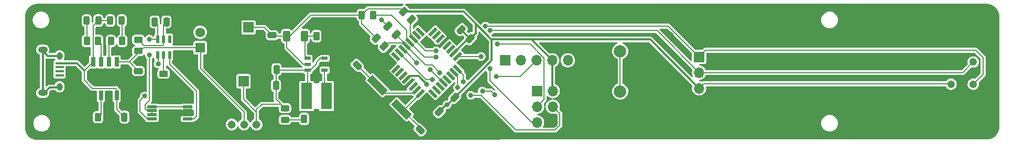
<source format=gbr>
%TF.GenerationSoftware,KiCad,Pcbnew,7.0.5*%
%TF.CreationDate,2024-05-20T19:12:35+03:00*%
%TF.ProjectId,Tempuino,54656d70-7569-46e6-9f2e-6b696361645f,rev?*%
%TF.SameCoordinates,Original*%
%TF.FileFunction,Copper,L1,Top*%
%TF.FilePolarity,Positive*%
%FSLAX46Y46*%
G04 Gerber Fmt 4.6, Leading zero omitted, Abs format (unit mm)*
G04 Created by KiCad (PCBNEW 7.0.5) date 2024-05-20 19:12:35*
%MOMM*%
%LPD*%
G01*
G04 APERTURE LIST*
G04 Aperture macros list*
%AMRoundRect*
0 Rectangle with rounded corners*
0 $1 Rounding radius*
0 $2 $3 $4 $5 $6 $7 $8 $9 X,Y pos of 4 corners*
0 Add a 4 corners polygon primitive as box body*
4,1,4,$2,$3,$4,$5,$6,$7,$8,$9,$2,$3,0*
0 Add four circle primitives for the rounded corners*
1,1,$1+$1,$2,$3*
1,1,$1+$1,$4,$5*
1,1,$1+$1,$6,$7*
1,1,$1+$1,$8,$9*
0 Add four rect primitives between the rounded corners*
20,1,$1+$1,$2,$3,$4,$5,0*
20,1,$1+$1,$4,$5,$6,$7,0*
20,1,$1+$1,$6,$7,$8,$9,0*
20,1,$1+$1,$8,$9,$2,$3,0*%
%AMRotRect*
0 Rectangle, with rotation*
0 The origin of the aperture is its center*
0 $1 length*
0 $2 width*
0 $3 Rotation angle, in degrees counterclockwise*
0 Add horizontal line*
21,1,$1,$2,0,0,$3*%
G04 Aperture macros list end*
%TA.AperFunction,SMDPad,CuDef*%
%ADD10R,0.977900X0.558800*%
%TD*%
%TA.AperFunction,SMDPad,CuDef*%
%ADD11RoundRect,0.250000X0.312500X0.625000X-0.312500X0.625000X-0.312500X-0.625000X0.312500X-0.625000X0*%
%TD*%
%TA.AperFunction,ComponentPad*%
%ADD12C,1.244600*%
%TD*%
%TA.AperFunction,ComponentPad*%
%ADD13C,1.508000*%
%TD*%
%TA.AperFunction,ComponentPad*%
%ADD14C,1.308000*%
%TD*%
%TA.AperFunction,SMDPad,CuDef*%
%ADD15R,0.550000X1.200000*%
%TD*%
%TA.AperFunction,ComponentPad*%
%ADD16C,2.000000*%
%TD*%
%TA.AperFunction,ComponentPad*%
%ADD17R,1.700000X1.700000*%
%TD*%
%TA.AperFunction,SMDPad,CuDef*%
%ADD18RoundRect,0.250000X-0.262500X-0.450000X0.262500X-0.450000X0.262500X0.450000X-0.262500X0.450000X0*%
%TD*%
%TA.AperFunction,ComponentPad*%
%ADD19O,1.700000X1.700000*%
%TD*%
%TA.AperFunction,SMDPad,CuDef*%
%ADD20RoundRect,0.243750X0.456250X-0.243750X0.456250X0.243750X-0.456250X0.243750X-0.456250X-0.243750X0*%
%TD*%
%TA.AperFunction,SMDPad,CuDef*%
%ADD21RoundRect,0.250000X0.262500X0.450000X-0.262500X0.450000X-0.262500X-0.450000X0.262500X-0.450000X0*%
%TD*%
%TA.AperFunction,SMDPad,CuDef*%
%ADD22RoundRect,0.250000X0.503814X0.132583X0.132583X0.503814X-0.503814X-0.132583X-0.132583X-0.503814X0*%
%TD*%
%TA.AperFunction,SMDPad,CuDef*%
%ADD23RoundRect,0.250000X0.159099X-0.512652X0.512652X-0.159099X-0.159099X0.512652X-0.512652X0.159099X0*%
%TD*%
%TA.AperFunction,SMDPad,CuDef*%
%ADD24RotRect,3.500000X1.200000X135.000000*%
%TD*%
%TA.AperFunction,SMDPad,CuDef*%
%ADD25R,1.803400X4.292600*%
%TD*%
%TA.AperFunction,SMDPad,CuDef*%
%ADD26RoundRect,0.250000X0.250000X0.475000X-0.250000X0.475000X-0.250000X-0.475000X0.250000X-0.475000X0*%
%TD*%
%TA.AperFunction,SMDPad,CuDef*%
%ADD27RoundRect,0.250000X-0.475000X0.250000X-0.475000X-0.250000X0.475000X-0.250000X0.475000X0.250000X0*%
%TD*%
%TA.AperFunction,SMDPad,CuDef*%
%ADD28RotRect,1.600000X0.550000X135.000000*%
%TD*%
%TA.AperFunction,SMDPad,CuDef*%
%ADD29RotRect,1.600000X0.550000X45.000000*%
%TD*%
%TA.AperFunction,SMDPad,CuDef*%
%ADD30RoundRect,0.250000X0.450000X-0.262500X0.450000X0.262500X-0.450000X0.262500X-0.450000X-0.262500X0*%
%TD*%
%TA.AperFunction,SMDPad,CuDef*%
%ADD31RoundRect,0.250000X-0.450000X0.262500X-0.450000X-0.262500X0.450000X-0.262500X0.450000X0.262500X0*%
%TD*%
%TA.AperFunction,SMDPad,CuDef*%
%ADD32RoundRect,0.020000X-0.760000X-0.180000X0.760000X-0.180000X0.760000X0.180000X-0.760000X0.180000X0*%
%TD*%
%TA.AperFunction,ComponentPad*%
%ADD33C,1.575000*%
%TD*%
%TA.AperFunction,ComponentPad*%
%ADD34R,1.575000X1.575000*%
%TD*%
%TA.AperFunction,SMDPad,CuDef*%
%ADD35R,0.700000X1.525000*%
%TD*%
%TA.AperFunction,SMDPad,CuDef*%
%ADD36R,3.402000X2.513000*%
%TD*%
%TA.AperFunction,ComponentPad*%
%ADD37O,1.550000X1.000000*%
%TD*%
%TA.AperFunction,ComponentPad*%
%ADD38O,0.950000X1.250000*%
%TD*%
%TA.AperFunction,SMDPad,CuDef*%
%ADD39R,1.350000X0.400000*%
%TD*%
%TA.AperFunction,SMDPad,CuDef*%
%ADD40RoundRect,0.243750X-0.243750X-0.456250X0.243750X-0.456250X0.243750X0.456250X-0.243750X0.456250X0*%
%TD*%
%TA.AperFunction,SMDPad,CuDef*%
%ADD41RoundRect,0.243750X0.243750X0.456250X-0.243750X0.456250X-0.243750X-0.456250X0.243750X-0.456250X0*%
%TD*%
%TA.AperFunction,SMDPad,CuDef*%
%ADD42RoundRect,0.250000X-0.512652X-0.159099X-0.159099X-0.512652X0.512652X0.159099X0.159099X0.512652X0*%
%TD*%
%TA.AperFunction,SMDPad,CuDef*%
%ADD43RoundRect,0.250000X0.512652X0.159099X0.159099X0.512652X-0.512652X-0.159099X-0.159099X-0.512652X0*%
%TD*%
%TA.AperFunction,ViaPad*%
%ADD44C,0.800000*%
%TD*%
%TA.AperFunction,Conductor*%
%ADD45C,0.200000*%
%TD*%
%TA.AperFunction,Conductor*%
%ADD46C,0.300000*%
%TD*%
G04 APERTURE END LIST*
D10*
%TO.P,U3,1,SW*%
%TO.N,Net-(U3-SW)*%
X105500000Y-85600002D03*
%TO.P,U3,2,GND*%
%TO.N,GND*%
X105500000Y-84650001D03*
%TO.P,U3,3,EN*%
%TO.N,/BAT_OUT*%
X105500000Y-83700000D03*
%TO.P,U3,4,FB*%
%TO.N,Net-(U3-FB)*%
X102769500Y-83700000D03*
%TO.P,U3,5,VOUT*%
%TO.N,/5V*%
X102769500Y-84650001D03*
%TO.P,U3,6,VIN*%
%TO.N,/BAT_OUT*%
X102769500Y-85600002D03*
%TD*%
D11*
%TO.P,R4,1*%
%TO.N,Net-(U3-FB)*%
X102262500Y-80100000D03*
%TO.P,R4,2*%
%TO.N,/5V*%
X99337500Y-80100000D03*
%TD*%
D12*
%TO.P,U1,1,SCL/VZ*%
%TO.N,/I2C_SCL*%
X210300000Y-84300000D03*
%TO.P,U1,2,SDA/PWM*%
%TO.N,/I2C_SDA*%
X210300000Y-87892103D03*
%TO.P,U1,3,VDD*%
%TO.N,/5V*%
X206707897Y-87892103D03*
%TO.P,U1,4,VSS*%
%TO.N,GND*%
X206707897Y-84300000D03*
%TD*%
D13*
%TO.P,U4,GND*%
%TO.N,GND*%
X88500000Y-94400000D03*
%TO.P,U4,GND1*%
X96500000Y-94400000D03*
D14*
%TO.P,U4,1*%
%TO.N,unconnected-(U4-Pad1)*%
X90500000Y-94400000D03*
%TO.P,U4,2*%
%TO.N,Net-(J6-BAT)*%
X92500000Y-94400000D03*
%TO.P,U4,3*%
%TO.N,/BAT_OUT*%
X94500000Y-94400000D03*
%TD*%
D15*
%TO.P,IC1,1,OD*%
%TO.N,Net-(IC1-OD)*%
X78550000Y-83200000D03*
%TO.P,IC1,2,CS*%
%TO.N,Net-(IC1-CS)*%
X79500000Y-83200000D03*
%TO.P,IC1,3,OC*%
%TO.N,Net-(IC1-OC)*%
X80450000Y-83200000D03*
%TO.P,IC1,4,TD*%
%TO.N,unconnected-(IC1-TD-Pad4)*%
X80450000Y-80600000D03*
%TO.P,IC1,6,GND*%
%TO.N,Net-(IC1-GND)*%
X78550000Y-80600000D03*
%TO.P,IC1,5,VCC*%
%TO.N,Net-(IC1-VCC)*%
X79500000Y-80600000D03*
%TD*%
D16*
%TO.P,SW1,1,A*%
%TO.N,Net-(SW1-A)*%
X153250000Y-82550000D03*
X153250000Y-89050000D03*
%TO.P,SW1,2,B*%
%TO.N,GND*%
X157750000Y-82550000D03*
X157750000Y-89050000D03*
%TD*%
D17*
%TO.P,J9,1,Pin_1*%
%TO.N,/5V*%
X93200000Y-78700000D03*
%TD*%
%TO.P,J8,1,Pin_1*%
%TO.N,/BAT_OUT*%
X92400000Y-87400000D03*
%TD*%
%TO.P,J5,1,Pin_1*%
%TO.N,GND*%
X64300000Y-92900000D03*
%TD*%
D18*
%TO.P,R11,1*%
%TO.N,Net-(D3-K)*%
X102187500Y-93500000D03*
%TO.P,R11,2*%
%TO.N,GND*%
X104012500Y-93500000D03*
%TD*%
D19*
%TO.P,J2,4,Pin_4*%
%TO.N,GND*%
X166000000Y-91080000D03*
%TO.P,J2,3,Pin_3*%
%TO.N,/5V*%
X166000000Y-88540000D03*
%TO.P,J2,2,Pin_2*%
%TO.N,/I2C_SCL*%
X166000000Y-86000000D03*
D17*
%TO.P,J2,1,Pin_1*%
%TO.N,/I2C_SDA*%
X166000000Y-83460000D03*
%TD*%
D20*
%TO.P,D3,1,K*%
%TO.N,Net-(D3-K)*%
X99100000Y-93637500D03*
%TO.P,D3,2,A*%
%TO.N,/BAT_OUT*%
X99100000Y-91762500D03*
%TD*%
D17*
%TO.P,J3,1,Pin_1*%
%TO.N,/MISO_PB4*%
X139825000Y-88975000D03*
D19*
%TO.P,J3,2,Pin_2*%
%TO.N,/5V*%
X142365000Y-88975000D03*
%TO.P,J3,3,Pin_3*%
%TO.N,/SCK_PB5*%
X139825000Y-91515000D03*
%TO.P,J3,4,Pin_4*%
%TO.N,/MOSI_PB3*%
X142365000Y-91515000D03*
%TO.P,J3,5,Pin_5*%
%TO.N,/PROG_SS*%
X139825000Y-94055000D03*
%TO.P,J3,6,Pin_6*%
%TO.N,GND*%
X142365000Y-94055000D03*
%TD*%
D21*
%TO.P,R10,2*%
%TO.N,/5V*%
X111487500Y-76700000D03*
%TO.P,R10,1*%
%TO.N,/I2C_SCL*%
X113312500Y-76700000D03*
%TD*%
D22*
%TO.P,R9,2*%
%TO.N,/5V*%
X118254765Y-76154765D03*
%TO.P,R9,1*%
%TO.N,/I2C_SDA*%
X119545235Y-77445235D03*
%TD*%
D23*
%TO.P,C13,2*%
%TO.N,GND*%
X122271751Y-93928249D03*
%TO.P,C13,1*%
%TO.N,Net-(U2-XTAL2{slash}PB7)*%
X120928249Y-95271751D03*
%TD*%
%TO.P,C12,2*%
%TO.N,Net-(U2-XTAL1{slash}PB6)*%
X110771751Y-84828249D03*
%TO.P,C12,1*%
%TO.N,GND*%
X109428249Y-86171751D03*
%TD*%
D24*
%TO.P,Y1,2*%
%TO.N,Net-(U2-XTAL1{slash}PB6)*%
X114055456Y-88055456D03*
%TO.P,Y1,1*%
%TO.N,Net-(U2-XTAL2{slash}PB7)*%
X117944544Y-91944544D03*
%TD*%
D21*
%TO.P,R5,1*%
%TO.N,GND*%
X106012500Y-80100000D03*
%TO.P,R5,2*%
%TO.N,Net-(U3-FB)*%
X104187500Y-80100000D03*
%TD*%
D25*
%TO.P,L1,1,1*%
%TO.N,Net-(U3-SW)*%
X105800200Y-89800000D03*
%TO.P,L1,2,2*%
%TO.N,/BAT_OUT*%
X102599800Y-89800000D03*
%TD*%
D26*
%TO.P,C11,1*%
%TO.N,/BAT_OUT*%
X97650000Y-88100000D03*
%TO.P,C11,2*%
%TO.N,GND*%
X95750000Y-88100000D03*
%TD*%
D27*
%TO.P,C10,1*%
%TO.N,/5V*%
X97000000Y-79950000D03*
%TO.P,C10,2*%
%TO.N,GND*%
X97000000Y-81850000D03*
%TD*%
D26*
%TO.P,C9,1*%
%TO.N,/BAT_OUT*%
X97750000Y-85500000D03*
%TO.P,C9,2*%
%TO.N,GND*%
X95850000Y-85500000D03*
%TD*%
D28*
%TO.P,U2,32,PD2*%
%TO.N,unconnected-(U2-PD2-Pad32)*%
X117014897Y-83374695D03*
%TO.P,U2,31,PD1*%
%TO.N,/TX*%
X117580583Y-82809010D03*
%TO.P,U2,30,PD0*%
%TO.N,/RX*%
X118146268Y-82243324D03*
%TO.P,U2,29,~{RESET}/PC6*%
%TO.N,/PROG_SS*%
X118711953Y-81677639D03*
%TO.P,U2,28,PC5*%
%TO.N,/I2C_SCL*%
X119277639Y-81111953D03*
%TO.P,U2,27,PC4*%
%TO.N,/I2C_SDA*%
X119843324Y-80546268D03*
%TO.P,U2,26,PC3*%
%TO.N,unconnected-(U2-PC3-Pad26)*%
X120409010Y-79980583D03*
%TO.P,U2,25,PC2*%
%TO.N,unconnected-(U2-PC2-Pad25)*%
X120974695Y-79414897D03*
D29*
%TO.P,U2,24,PC1*%
%TO.N,unconnected-(U2-PC1-Pad24)*%
X123025305Y-79414897D03*
%TO.P,U2,23,PC0*%
%TO.N,unconnected-(U2-PC0-Pad23)*%
X123590990Y-79980583D03*
%TO.P,U2,22,PE3*%
%TO.N,unconnected-(U2-PE3-Pad22)*%
X124156676Y-80546268D03*
%TO.P,U2,21,GND*%
%TO.N,GND*%
X124722361Y-81111953D03*
%TO.P,U2,20,AREF*%
%TO.N,unconnected-(U2-AREF-Pad20)*%
X125288047Y-81677639D03*
%TO.P,U2,19,PE2*%
%TO.N,unconnected-(U2-PE2-Pad19)*%
X125853732Y-82243324D03*
%TO.P,U2,18,AVCC*%
%TO.N,/5V*%
X126419417Y-82809010D03*
%TO.P,U2,17,PB5*%
%TO.N,/SCK_PB5*%
X126985103Y-83374695D03*
D28*
%TO.P,U2,16,PB4*%
%TO.N,/MISO_PB4*%
X126985103Y-85425305D03*
%TO.P,U2,15,PB3*%
%TO.N,/MOSI_PB3*%
X126419417Y-85990990D03*
%TO.P,U2,14,PB2*%
%TO.N,unconnected-(U2-PB2-Pad14)*%
X125853732Y-86556676D03*
%TO.P,U2,13,PB1*%
%TO.N,unconnected-(U2-PB1-Pad13)*%
X125288047Y-87122361D03*
%TO.P,U2,12,PB0*%
%TO.N,Net-(SW1-A)*%
X124722361Y-87688047D03*
%TO.P,U2,11,PD7*%
%TO.N,unconnected-(U2-PD7-Pad11)*%
X124156676Y-88253732D03*
%TO.P,U2,10,PD6*%
%TO.N,unconnected-(U2-PD6-Pad10)*%
X123590990Y-88819417D03*
%TO.P,U2,9,PD5*%
%TO.N,unconnected-(U2-PD5-Pad9)*%
X123025305Y-89385103D03*
D29*
%TO.P,U2,8,XTAL2/PB7*%
%TO.N,Net-(U2-XTAL2{slash}PB7)*%
X120974695Y-89385103D03*
%TO.P,U2,7,XTAL1/PB6*%
%TO.N,Net-(U2-XTAL1{slash}PB6)*%
X120409010Y-88819417D03*
%TO.P,U2,6,PE1*%
%TO.N,unconnected-(U2-PE1-Pad6)*%
X119843324Y-88253732D03*
%TO.P,U2,5,GND*%
%TO.N,GND*%
X119277639Y-87688047D03*
%TO.P,U2,4,VCC*%
%TO.N,/5V*%
X118711953Y-87122361D03*
%TO.P,U2,3,PE0*%
%TO.N,unconnected-(U2-PE0-Pad3)*%
X118146268Y-86556676D03*
%TO.P,U2,2,PD4*%
%TO.N,unconnected-(U2-PD4-Pad2)*%
X117580583Y-85990990D03*
%TO.P,U2,1,PD3*%
%TO.N,unconnected-(U2-PD3-Pad1)*%
X117014897Y-85425305D03*
%TD*%
D30*
%TO.P,R8,1*%
%TO.N,GND*%
X79500000Y-88012500D03*
%TO.P,R8,2*%
%TO.N,Net-(IC1-CS)*%
X79500000Y-86187500D03*
%TD*%
D31*
%TO.P,R7,1*%
%TO.N,Net-(IC1-VCC)*%
X75400000Y-80687500D03*
%TO.P,R7,2*%
%TO.N,Net-(J6-BAT)*%
X75400000Y-82512500D03*
%TD*%
D18*
%TO.P,R6,1*%
%TO.N,GND*%
X67075000Y-93200000D03*
%TO.P,R6,2*%
%TO.N,Net-(J6-PROG2)*%
X68900000Y-93200000D03*
%TD*%
%TO.P,R3,1*%
%TO.N,Net-(D2-K)*%
X67087500Y-80900000D03*
%TO.P,R3,2*%
%TO.N,/CHARGE*%
X68912500Y-80900000D03*
%TD*%
D21*
%TO.P,R2,1*%
%TO.N,Net-(D1-K)*%
X72812500Y-80900000D03*
%TO.P,R2,2*%
%TO.N,/STANDBY*%
X70987500Y-80900000D03*
%TD*%
D22*
%TO.P,R1,2*%
%TO.N,/5V*%
X113854765Y-80454765D03*
%TO.P,R1,1*%
%TO.N,/PROG_SS*%
X115145235Y-81745235D03*
%TD*%
D32*
%TO.P,Q1,1*%
%TO.N,unconnected-(Q1-Pad1)*%
X77620000Y-91525000D03*
%TO.P,Q1,2*%
%TO.N,Net-(IC1-GND)*%
X77620000Y-92175000D03*
%TO.P,Q1,3*%
X77620000Y-92825000D03*
%TO.P,Q1,4*%
%TO.N,Net-(IC1-OD)*%
X77620000Y-93475000D03*
%TO.P,Q1,5*%
%TO.N,Net-(IC1-OC)*%
X83380000Y-93475000D03*
%TO.P,Q1,6*%
%TO.N,GND*%
X83380000Y-92825000D03*
%TO.P,Q1,7*%
X83380000Y-92175000D03*
%TO.P,Q1,8*%
%TO.N,unconnected-(Q1-Pad1)*%
X83380000Y-91525000D03*
%TD*%
D33*
%TO.P,J7,2,2*%
%TO.N,Net-(IC1-GND)*%
X85400000Y-79500000D03*
D34*
%TO.P,J7,1,1*%
%TO.N,Net-(J6-BAT)*%
X85400000Y-82000000D03*
%TD*%
D35*
%TO.P,J6,1,TEMP1*%
%TO.N,GND*%
X68095000Y-89712000D03*
%TO.P,J6,2,PROG2*%
%TO.N,Net-(J6-PROG2)*%
X69365000Y-89712000D03*
%TO.P,J6,3,GND_3*%
%TO.N,GND*%
X70635000Y-89712000D03*
%TO.P,J6,4,VCC4*%
%TO.N,/VBUS*%
X71905000Y-89712000D03*
%TO.P,J6,5,BAT*%
%TO.N,Net-(J6-BAT)*%
X71905000Y-84288000D03*
%TO.P,J6,6,~{STDBY}*%
%TO.N,/STANDBY*%
X70635000Y-84288000D03*
%TO.P,J6,7,~{CHRG}*%
%TO.N,/CHARGE*%
X69365000Y-84288000D03*
%TO.P,J6,8,CE*%
%TO.N,/VBUS*%
X68095000Y-84288000D03*
D36*
%TO.P,J6,9,EP*%
%TO.N,GND*%
X70000000Y-87000000D03*
%TD*%
D37*
%TO.P,J4,SH*%
%TO.N,unconnected-(J4-PadSH)*%
X59975000Y-89300000D03*
X59975000Y-82300000D03*
D38*
X62675000Y-83300000D03*
X62675000Y-88300000D03*
D39*
%TO.P,J4,1*%
%TO.N,/VBUS*%
X62675000Y-84500000D03*
%TO.P,J4,2*%
%TO.N,unconnected-(J4-Pad2)*%
X62675000Y-85150000D03*
%TO.P,J4,5*%
%TO.N,GND*%
X62675000Y-87100000D03*
%TO.P,J4,4*%
%TO.N,unconnected-(J4-Pad4)*%
X62675000Y-86450000D03*
%TO.P,J4,3*%
%TO.N,unconnected-(J4-Pad3)*%
X62675000Y-85800000D03*
%TD*%
D17*
%TO.P,J1,1,Pin_1*%
%TO.N,/DTR*%
X134640000Y-84025000D03*
D19*
%TO.P,J1,2,Pin_2*%
%TO.N,/TX*%
X137180000Y-84025000D03*
%TO.P,J1,3,Pin_3*%
%TO.N,/RX*%
X139720000Y-84025000D03*
%TO.P,J1,4,Pin_4*%
%TO.N,/5V*%
X142260000Y-84025000D03*
%TO.P,J1,5,Pin_5*%
%TO.N,unconnected-(J1-Pin_5-Pad5)*%
X144800000Y-84025000D03*
%TO.P,J1,6,Pin_6*%
%TO.N,GND*%
X147340000Y-84025000D03*
%TD*%
D40*
%TO.P,D2,1,K*%
%TO.N,Net-(D2-K)*%
X67062500Y-77600000D03*
%TO.P,D2,2,A*%
%TO.N,/VBUS*%
X68937500Y-77600000D03*
%TD*%
D41*
%TO.P,D1,2,A*%
%TO.N,/VBUS*%
X70862500Y-77600000D03*
%TO.P,D1,1,K*%
%TO.N,Net-(D1-K)*%
X72737500Y-77600000D03*
%TD*%
D26*
%TO.P,C8,1*%
%TO.N,Net-(IC1-VCC)*%
X79950000Y-77800000D03*
%TO.P,C8,2*%
%TO.N,Net-(IC1-GND)*%
X78050000Y-77800000D03*
%TD*%
D27*
%TO.P,C7,1*%
%TO.N,Net-(J6-BAT)*%
X75400000Y-85750000D03*
%TO.P,C7,2*%
%TO.N,GND*%
X75400000Y-87650000D03*
%TD*%
D26*
%TO.P,C6,1*%
%TO.N,/VBUS*%
X73150000Y-93200000D03*
%TO.P,C6,2*%
%TO.N,GND*%
X71250000Y-93200000D03*
%TD*%
D42*
%TO.P,C5,2*%
%TO.N,GND*%
X127871751Y-91371751D03*
%TO.P,C5,1*%
%TO.N,/5V*%
X126528249Y-90028249D03*
%TD*%
%TO.P,C4,2*%
%TO.N,GND*%
X125371751Y-93671751D03*
%TO.P,C4,1*%
%TO.N,/5V*%
X124028249Y-92328249D03*
%TD*%
D43*
%TO.P,C3,2*%
%TO.N,GND*%
X126228249Y-77728249D03*
%TO.P,C3,1*%
%TO.N,/5V*%
X127571751Y-79071751D03*
%TD*%
D42*
%TO.P,C2,2*%
%TO.N,GND*%
X130371751Y-81871751D03*
%TO.P,C2,1*%
%TO.N,/5V*%
X129028249Y-80528249D03*
%TD*%
%TO.P,C1,2*%
%TO.N,/PROG_SS*%
X117071751Y-79871751D03*
%TO.P,C1,1*%
%TO.N,/DTR*%
X115728249Y-78528249D03*
%TD*%
D44*
%TO.N,GND*%
X151900000Y-94400000D03*
X129900000Y-94000000D03*
X144500000Y-76600000D03*
X140700000Y-76700000D03*
X137900000Y-76600000D03*
X134900000Y-76800000D03*
X109700000Y-94100000D03*
X112500000Y-93700000D03*
X110800000Y-91000000D03*
X110800000Y-81000000D03*
X161400000Y-94600000D03*
X161500000Y-90300000D03*
X161400000Y-86200000D03*
X161400000Y-82700000D03*
X161400000Y-79900000D03*
X160900000Y-76100000D03*
X86100000Y-94700000D03*
X86800000Y-88900000D03*
X89000000Y-85900000D03*
X89600000Y-81900000D03*
X89800000Y-78800000D03*
X90400000Y-75700000D03*
X129400000Y-84400000D03*
X62100000Y-90200000D03*
X64400000Y-88700000D03*
X65300000Y-87200000D03*
X61000000Y-87100000D03*
X61000000Y-84700000D03*
X64400000Y-85800000D03*
X95500000Y-81800000D03*
X95100000Y-83700000D03*
X94500000Y-86800000D03*
X107300000Y-80100000D03*
X107000000Y-84700000D03*
X115700000Y-84300000D03*
X131700000Y-81200000D03*
X122300000Y-81400000D03*
X124500000Y-78400000D03*
X128900000Y-92400000D03*
X126400000Y-94700000D03*
X123400000Y-95000000D03*
X108300000Y-87200000D03*
X70900000Y-86500000D03*
X69000000Y-86500000D03*
X70400000Y-91400000D03*
X81800000Y-92500000D03*
X79500000Y-89300000D03*
X73700000Y-87700000D03*
X71200000Y-94900000D03*
%TO.N,Net-(SW1-A)*%
X122600000Y-85500000D03*
%TO.N,/I2C_SCL*%
X132206755Y-79206755D03*
X123500000Y-83499503D03*
%TO.N,/I2C_SDA*%
X131500000Y-78500000D03*
X123500000Y-82500000D03*
%TO.N,/SCK_PB5*%
X130800000Y-83400000D03*
X133400000Y-81400000D03*
%TO.N,/MISO_PB4*%
X131000000Y-89000000D03*
X127900000Y-87500000D03*
X133000000Y-89600000D03*
%TO.N,/MOSI_PB3*%
X127000000Y-88400000D03*
X129100000Y-89700000D03*
%TO.N,/PROG_SS*%
X124100000Y-86000000D03*
X132200000Y-85400000D03*
%TO.N,/RX*%
X133200000Y-86600000D03*
X120400000Y-84400000D03*
%TO.N,/TX*%
X122900000Y-87100000D03*
%TO.N,/DTR*%
X114700000Y-77500000D03*
%TO.N,/5V*%
X125300000Y-91200000D03*
X122000000Y-87900000D03*
%TO.N,Net-(IC1-OD)*%
X78600000Y-84600000D03*
X76400000Y-89800000D03*
%TO.N,Net-(IC1-GND)*%
X77200000Y-83200000D03*
X77200000Y-80600000D03*
%TD*%
D45*
%TO.N,Net-(U3-FB)*%
X102300000Y-83230500D02*
X102300000Y-80137500D01*
X102300000Y-80137500D02*
X102262500Y-80100000D01*
X102769500Y-83700000D02*
X102300000Y-83230500D01*
X102262500Y-80100000D02*
X104187500Y-80100000D01*
%TO.N,/5V*%
X99400000Y-80587500D02*
X99887500Y-80100000D01*
X99400000Y-81969451D02*
X99400000Y-80587500D01*
X102080550Y-84650001D02*
X99400000Y-81969451D01*
X102769500Y-84650001D02*
X102080550Y-84650001D01*
X97150000Y-80100000D02*
X95750000Y-78700000D01*
X95750000Y-78700000D02*
X93200000Y-78700000D01*
X99887500Y-80100000D02*
X97150000Y-80100000D01*
%TO.N,/BAT_OUT*%
X94500000Y-92000000D02*
X95354000Y-91146000D01*
X94500000Y-92400000D02*
X94500000Y-92000000D01*
X94500000Y-92400000D02*
X92400000Y-90300000D01*
X94500000Y-94400000D02*
X94500000Y-92400000D01*
%TO.N,Net-(J6-BAT)*%
X92500000Y-92400000D02*
X92500000Y-94400000D01*
X85500000Y-85400000D02*
X92500000Y-92400000D01*
%TO.N,/I2C_SCL*%
X208600000Y-86000000D02*
X210300000Y-84300000D01*
X166000000Y-86000000D02*
X208600000Y-86000000D01*
%TO.N,/I2C_SDA*%
X210700000Y-82400000D02*
X211900000Y-83600000D01*
X211900000Y-83600000D02*
X211900000Y-86292103D01*
X167060000Y-82400000D02*
X210700000Y-82400000D01*
X166000000Y-83460000D02*
X167060000Y-82400000D01*
X211900000Y-86292103D02*
X210300000Y-87892103D01*
%TO.N,/SCK_PB5*%
X127010408Y-83400000D02*
X130800000Y-83400000D01*
X126985103Y-83374695D02*
X127010408Y-83400000D01*
D46*
%TO.N,GND*%
X131028249Y-81871751D02*
X130371751Y-81871751D01*
X131700000Y-81200000D02*
X131028249Y-81871751D01*
D45*
%TO.N,/PROG_SS*%
X121834314Y-84800000D02*
X118711953Y-81677639D01*
X124100000Y-86000000D02*
X122900000Y-84800000D01*
X122900000Y-84800000D02*
X121834314Y-84800000D01*
%TO.N,/TX*%
X122900000Y-87100000D02*
X121871573Y-87100000D01*
X121871573Y-87100000D02*
X117580583Y-82809010D01*
D46*
%TO.N,GND*%
X97300000Y-81850000D02*
X95550000Y-81850000D01*
X95550000Y-81850000D02*
X95500000Y-81800000D01*
X95850000Y-84450000D02*
X95100000Y-83700000D01*
X95850000Y-85500000D02*
X95850000Y-84450000D01*
X95750000Y-88050000D02*
X94500000Y-86800000D01*
X106012500Y-80100000D02*
X107300000Y-80100000D01*
X106950001Y-84650001D02*
X107000000Y-84700000D01*
X105500000Y-84650001D02*
X106950001Y-84650001D01*
X115700000Y-85736756D02*
X115700000Y-84300000D01*
X118195745Y-88232501D02*
X115700000Y-85736756D01*
X118733185Y-88232501D02*
X118195745Y-88232501D01*
X119277639Y-87688047D02*
X118733185Y-88232501D01*
X122556408Y-81656408D02*
X122300000Y-81400000D01*
X124177906Y-81656408D02*
X122556408Y-81656408D01*
X124722361Y-81111953D02*
X124177906Y-81656408D01*
X125171751Y-77728249D02*
X124500000Y-78400000D01*
X126228249Y-77728249D02*
X125171751Y-77728249D01*
X127871751Y-91371751D02*
X128900000Y-92400000D01*
X125371751Y-93671751D02*
X126400000Y-94700000D01*
X122328249Y-93928249D02*
X123400000Y-95000000D01*
X122271751Y-93928249D02*
X122328249Y-93928249D01*
X109328249Y-86171751D02*
X108300000Y-87200000D01*
X109428249Y-86171751D02*
X109328249Y-86171751D01*
X95750000Y-88100000D02*
X95750000Y-88050000D01*
X70635000Y-91165000D02*
X70400000Y-91400000D01*
X70635000Y-89712000D02*
X70635000Y-91165000D01*
D45*
X83380000Y-92500000D02*
X81800000Y-92500000D01*
X83380000Y-92500000D02*
X83380000Y-92825000D01*
X83380000Y-92175000D02*
X83380000Y-92500000D01*
D46*
X79500000Y-88012500D02*
X79500000Y-89300000D01*
X73750000Y-87650000D02*
X73700000Y-87700000D01*
X75400000Y-87650000D02*
X73750000Y-87650000D01*
X71250000Y-94850000D02*
X71200000Y-94900000D01*
X71250000Y-93200000D02*
X71250000Y-94850000D01*
X68095000Y-92180000D02*
X68095000Y-89712000D01*
X67075000Y-93200000D02*
X68095000Y-92180000D01*
X67075000Y-93200000D02*
X66675000Y-92800000D01*
%TO.N,/5V*%
X142260000Y-84025000D02*
X138885000Y-80650000D01*
X132550000Y-80650000D02*
X137600000Y-80650000D01*
X137600000Y-80650000D02*
X158110000Y-80650000D01*
X138885000Y-80650000D02*
X137600000Y-80650000D01*
X142260000Y-88870000D02*
X142365000Y-88975000D01*
X142260000Y-84025000D02*
X142260000Y-88870000D01*
X132500000Y-80700000D02*
X132550000Y-80650000D01*
X158110000Y-80650000D02*
X166000000Y-88540000D01*
D45*
X166740000Y-87800000D02*
X166000000Y-88540000D01*
X206607897Y-87800000D02*
X166740000Y-87800000D01*
%TO.N,/I2C_SCL*%
X159206755Y-79206755D02*
X166000000Y-86000000D01*
X132206755Y-79206755D02*
X159206755Y-79206755D01*
%TO.N,/I2C_SDA*%
X161040000Y-78500000D02*
X166000000Y-83460000D01*
X131500000Y-78500000D02*
X161040000Y-78500000D01*
%TO.N,Net-(SW1-A)*%
X153250000Y-89050000D02*
X153250000Y-82550000D01*
X124722361Y-87622361D02*
X122600000Y-85500000D01*
%TO.N,/I2C_SCL*%
X121665189Y-83499503D02*
X123500000Y-83499503D01*
X119277639Y-81111953D02*
X121665189Y-83499503D01*
%TO.N,/I2C_SDA*%
X121797056Y-82500000D02*
X123500000Y-82500000D01*
X119843324Y-80546268D02*
X121797056Y-82500000D01*
%TO.N,/SCK_PB5*%
X138721346Y-81400000D02*
X133400000Y-81400000D01*
X139825000Y-91515000D02*
X140975000Y-90365000D01*
X140975000Y-90365000D02*
X140975000Y-83653654D01*
X140975000Y-83653654D02*
X138721346Y-81400000D01*
%TO.N,/MISO_PB4*%
X133000000Y-89600000D02*
X132400000Y-89000000D01*
X132400000Y-89000000D02*
X131000000Y-89000000D01*
X127900000Y-86340202D02*
X127900000Y-87500000D01*
X126985103Y-85425305D02*
X127900000Y-86340202D01*
%TO.N,/MOSI_PB3*%
X127000000Y-86571573D02*
X126419417Y-85990990D01*
X127000000Y-88400000D02*
X127000000Y-86571573D01*
D46*
%TO.N,/5V*%
X132500000Y-80700000D02*
X129400000Y-77600000D01*
X131450000Y-85089339D02*
X132500000Y-84039339D01*
X131450000Y-85106498D02*
X131450000Y-85089339D01*
X132500000Y-84039339D02*
X132500000Y-80700000D01*
X126528249Y-90028249D02*
X131450000Y-85106498D01*
D45*
%TO.N,/MOSI_PB3*%
X143515000Y-94531346D02*
X143515000Y-92665000D01*
X142746346Y-95300000D02*
X143515000Y-94531346D01*
X130800000Y-89700000D02*
X136400000Y-95300000D01*
X143515000Y-92665000D02*
X142365000Y-91515000D01*
X129100000Y-89700000D02*
X130800000Y-89700000D01*
X136400000Y-95300000D02*
X142746346Y-95300000D01*
D46*
%TO.N,/5V*%
X129900000Y-78100000D02*
X129400000Y-77600000D01*
X129900000Y-79656498D02*
X129900000Y-78100000D01*
X129028249Y-80528249D02*
X129900000Y-79656498D01*
X129400000Y-77600000D02*
X127954765Y-76154765D01*
X127954765Y-76154765D02*
X118254765Y-76154765D01*
D45*
%TO.N,/PROG_SS*%
X138955000Y-94055000D02*
X139825000Y-94055000D01*
X132200000Y-87300000D02*
X138955000Y-94055000D01*
X132200000Y-85400000D02*
X132200000Y-87300000D01*
%TO.N,/RX*%
X137145000Y-86600000D02*
X139720000Y-84025000D01*
X133200000Y-86600000D02*
X137145000Y-86600000D01*
X118640723Y-82737779D02*
X118737779Y-82737779D01*
X118146268Y-82243324D02*
X118640723Y-82737779D01*
X118737779Y-82737779D02*
X120400000Y-84400000D01*
%TO.N,/DTR*%
X115728249Y-78528249D02*
X114700000Y-77500000D01*
%TO.N,/5V*%
X103287500Y-76700000D02*
X111487500Y-76700000D01*
X99887500Y-80100000D02*
X103287500Y-76700000D01*
%TO.N,/I2C_SCL*%
X118783184Y-80617498D02*
X119277639Y-81111953D01*
X113312500Y-76700000D02*
X116300000Y-76700000D01*
X116300000Y-76700000D02*
X118783184Y-79183184D01*
X118783184Y-79183184D02*
X118783184Y-80617498D01*
D46*
%TO.N,unconnected-(J4-PadSH)*%
X59975000Y-89500000D02*
X61075000Y-88400000D01*
X61075000Y-88400000D02*
X62575000Y-88400000D01*
X59975000Y-82500000D02*
X59975000Y-89500000D01*
X60775000Y-83300000D02*
X59975000Y-82500000D01*
X62675000Y-83300000D02*
X60775000Y-83300000D01*
%TO.N,/VBUS*%
X65483000Y-84500000D02*
X66683000Y-85700000D01*
X62675000Y-84500000D02*
X65483000Y-84500000D01*
%TO.N,/5V*%
X127571751Y-79071751D02*
X129028249Y-80528249D01*
X128700178Y-80528249D02*
X129028249Y-80528249D01*
X126419417Y-82809010D02*
X128700178Y-80528249D01*
X125300000Y-91200000D02*
X125356498Y-91200000D01*
X125356498Y-91200000D02*
X126528249Y-90028249D01*
X125300000Y-91200000D02*
X125156498Y-91200000D01*
X120677907Y-86577907D02*
X122000000Y-87900000D01*
X125156498Y-91200000D02*
X124028249Y-92328249D01*
X119256407Y-86577907D02*
X120677907Y-86577907D01*
X118711953Y-87122361D02*
X119256407Y-86577907D01*
D45*
X117800000Y-75700000D02*
X118254765Y-76154765D01*
X112487500Y-75700000D02*
X117800000Y-75700000D01*
X111487500Y-76700000D02*
X112487500Y-75700000D01*
X111487500Y-78087500D02*
X113854765Y-80454765D01*
X111487500Y-76700000D02*
X111487500Y-78087500D01*
%TO.N,/I2C_SDA*%
X119348870Y-80051814D02*
X119843324Y-80546268D01*
X119348870Y-77641600D02*
X119348870Y-80051814D01*
X119545235Y-77445235D02*
X119348870Y-77641600D01*
%TO.N,/PROG_SS*%
X115707286Y-81183184D02*
X115145235Y-81745235D01*
X118217498Y-81183184D02*
X115707286Y-81183184D01*
X118711953Y-81677639D02*
X118217498Y-81183184D01*
X118711953Y-81511953D02*
X117071751Y-79871751D01*
X118711953Y-81677639D02*
X118711953Y-81511953D01*
%TO.N,Net-(U2-XTAL1{slash}PB6)*%
X110828249Y-84828249D02*
X110771751Y-84828249D01*
X114055456Y-88055456D02*
X110828249Y-84828249D01*
X115313872Y-89313872D02*
X114055456Y-88055456D01*
X119914555Y-89313872D02*
X115313872Y-89313872D01*
X120409010Y-88819417D02*
X119914555Y-89313872D01*
%TO.N,Net-(U2-XTAL2{slash}PB7)*%
X120928249Y-94928249D02*
X120928249Y-95271751D01*
X117944544Y-91944544D02*
X120928249Y-94928249D01*
X118415254Y-91944544D02*
X117944544Y-91944544D01*
X120974695Y-89385103D02*
X118415254Y-91944544D01*
%TO.N,/BAT_OUT*%
X97850002Y-85600002D02*
X102769500Y-85600002D01*
X97750000Y-85500000D02*
X97850002Y-85600002D01*
X97650000Y-85600000D02*
X97750000Y-85500000D01*
X97650000Y-88100000D02*
X97650000Y-85600000D01*
X97650000Y-90312500D02*
X97650000Y-88100000D01*
X99100000Y-91762500D02*
X97650000Y-90312500D01*
X104811050Y-83700000D02*
X105500000Y-83700000D01*
X104200000Y-84311050D02*
X104811050Y-83700000D01*
X104200000Y-84587851D02*
X104200000Y-84311050D01*
X102769500Y-85600002D02*
X103187849Y-85600002D01*
X103187849Y-85600002D02*
X104200000Y-84587851D01*
%TO.N,Net-(U3-SW)*%
X105500000Y-89499800D02*
X105800200Y-89800000D01*
X105500000Y-85600002D02*
X105500000Y-89499800D01*
%TO.N,/BAT_OUT*%
X102769500Y-89630300D02*
X102599800Y-89800000D01*
X102769500Y-85600002D02*
X102769500Y-89630300D01*
%TO.N,Net-(D3-K)*%
X102050000Y-93637500D02*
X102187500Y-93500000D01*
X99100000Y-93637500D02*
X102050000Y-93637500D01*
%TO.N,/BAT_OUT*%
X98483500Y-91146000D02*
X99100000Y-91762500D01*
X95354000Y-91146000D02*
X98483500Y-91146000D01*
X92400000Y-90300000D02*
X92400000Y-87400000D01*
%TO.N,Net-(J6-BAT)*%
X85500000Y-82000000D02*
X85500000Y-85400000D01*
X75787500Y-82512500D02*
X76300000Y-82000000D01*
X76300000Y-82000000D02*
X85500000Y-82000000D01*
X75400000Y-82512500D02*
X75787500Y-82512500D01*
%TO.N,Net-(IC1-VCC)*%
X79500000Y-81500000D02*
X79500000Y-80600000D01*
X79400000Y-81600000D02*
X79500000Y-81500000D01*
X76312500Y-81600000D02*
X79400000Y-81600000D01*
X75400000Y-80687500D02*
X76312500Y-81600000D01*
%TO.N,Net-(IC1-GND)*%
X76540000Y-91212452D02*
X76540000Y-91837548D01*
X77200000Y-83200000D02*
X77200000Y-90552452D01*
X77200000Y-90552452D02*
X76540000Y-91212452D01*
X76540000Y-91837548D02*
X76877452Y-92175000D01*
X76877452Y-92175000D02*
X77620000Y-92175000D01*
%TO.N,Net-(IC1-OC)*%
X84425000Y-93475000D02*
X83380000Y-93475000D01*
X84800000Y-89000000D02*
X84800000Y-93100000D01*
X80450000Y-83200000D02*
X80450000Y-84650000D01*
X80450000Y-84650000D02*
X84800000Y-89000000D01*
X84800000Y-93100000D02*
X84425000Y-93475000D01*
%TO.N,Net-(IC1-OD)*%
X75700000Y-90500000D02*
X76400000Y-89800000D01*
X75700000Y-92297548D02*
X75700000Y-90500000D01*
X76877452Y-93475000D02*
X75700000Y-92297548D01*
X77620000Y-93475000D02*
X76877452Y-93475000D01*
X78600000Y-83250000D02*
X78550000Y-83200000D01*
X78600000Y-84600000D02*
X78600000Y-83250000D01*
%TO.N,Net-(IC1-GND)*%
X78550000Y-80600000D02*
X77200000Y-80600000D01*
%TO.N,Net-(IC1-CS)*%
X79500000Y-83200000D02*
X79500000Y-86187500D01*
%TO.N,Net-(IC1-GND)*%
X77620000Y-92175000D02*
X77620000Y-92825000D01*
%TO.N,unconnected-(Q1-Pad1)*%
X77620000Y-91525000D02*
X83380000Y-91525000D01*
%TO.N,Net-(IC1-VCC)*%
X79500000Y-78250000D02*
X79500000Y-80600000D01*
X79950000Y-77800000D02*
X79500000Y-78250000D01*
%TO.N,Net-(IC1-GND)*%
X78050000Y-77800000D02*
X78550000Y-78300000D01*
X78550000Y-78300000D02*
X78550000Y-80600000D01*
%TO.N,/VBUS*%
X66683000Y-87240500D02*
X66683000Y-85700000D01*
X67999000Y-88556500D02*
X66683000Y-87240500D01*
X71905000Y-88705000D02*
X71756500Y-88556500D01*
X71905000Y-89712000D02*
X71905000Y-88705000D01*
X71756500Y-88556500D02*
X67999000Y-88556500D01*
%TO.N,Net-(J6-BAT)*%
X75400000Y-82826000D02*
X75400000Y-82512500D01*
X73938000Y-84288000D02*
X75400000Y-82826000D01*
X71905000Y-84288000D02*
X73938000Y-84288000D01*
X73938000Y-84288000D02*
X75400000Y-85750000D01*
%TO.N,/VBUS*%
X71905000Y-91955000D02*
X73150000Y-93200000D01*
X71905000Y-89712000D02*
X71905000Y-91955000D01*
%TO.N,Net-(J6-PROG2)*%
X69365000Y-92735000D02*
X69365000Y-89712000D01*
X68900000Y-93200000D02*
X69365000Y-92735000D01*
%TO.N,/VBUS*%
X68095000Y-78442500D02*
X68095000Y-84288000D01*
X68937500Y-77600000D02*
X68095000Y-78442500D01*
X70862500Y-77600000D02*
X68937500Y-77600000D01*
%TO.N,Net-(D1-K)*%
X72812500Y-80900000D02*
X72812500Y-77675000D01*
X72812500Y-77675000D02*
X72737500Y-77600000D01*
%TO.N,/STANDBY*%
X70635000Y-84288000D02*
X70635000Y-81252500D01*
X70635000Y-81252500D02*
X70987500Y-80900000D01*
%TO.N,Net-(D2-K)*%
X67087500Y-77625000D02*
X67062500Y-77600000D01*
X67087500Y-80900000D02*
X67087500Y-77625000D01*
%TO.N,/CHARGE*%
X69365000Y-81352500D02*
X68912500Y-80900000D01*
X69365000Y-84288000D02*
X69365000Y-81352500D01*
%TO.N,/VBUS*%
X66683000Y-85700000D02*
X68095000Y-84288000D01*
%TD*%
%TA.AperFunction,Conductor*%
%TO.N,GND*%
G36*
X118203604Y-74920185D02*
G01*
X118249359Y-74972989D01*
X118259303Y-75042147D01*
X118230278Y-75105703D01*
X118185966Y-75138234D01*
X118098630Y-75176168D01*
X118098624Y-75176172D01*
X118028572Y-75231203D01*
X118028554Y-75231219D01*
X117990253Y-75269519D01*
X117928929Y-75303003D01*
X117873199Y-75300215D01*
X117873071Y-75301027D01*
X117865526Y-75299832D01*
X117864263Y-75299769D01*
X117863440Y-75299501D01*
X117863434Y-75299500D01*
X117863433Y-75299500D01*
X117831519Y-75299500D01*
X112550933Y-75299500D01*
X112424067Y-75299500D01*
X112406125Y-75305328D01*
X112402991Y-75306347D01*
X112384087Y-75310885D01*
X112362196Y-75314353D01*
X112342456Y-75324411D01*
X112324487Y-75331854D01*
X112303412Y-75338702D01*
X112303411Y-75338702D01*
X112285481Y-75351729D01*
X112268897Y-75361891D01*
X112249160Y-75371947D01*
X112237876Y-75383230D01*
X112226594Y-75394513D01*
X112226593Y-75394513D01*
X112226591Y-75394516D01*
X111950450Y-75670656D01*
X111889127Y-75704141D01*
X111847987Y-75706090D01*
X111793102Y-75699500D01*
X111181898Y-75699500D01*
X111143251Y-75704141D01*
X111093438Y-75710122D01*
X110952656Y-75765639D01*
X110832077Y-75857077D01*
X110740639Y-75977656D01*
X110685122Y-76118438D01*
X110683155Y-76134824D01*
X110676494Y-76190285D01*
X110648959Y-76254498D01*
X110591077Y-76293631D01*
X110553380Y-76299500D01*
X103224067Y-76299500D01*
X103202991Y-76306347D01*
X103184082Y-76310887D01*
X103162196Y-76314354D01*
X103142455Y-76324412D01*
X103124487Y-76331854D01*
X103103412Y-76338702D01*
X103103409Y-76338704D01*
X103085484Y-76351727D01*
X103068899Y-76361890D01*
X103049159Y-76371948D01*
X103026593Y-76394515D01*
X103026591Y-76394517D01*
X100271182Y-79149923D01*
X100209859Y-79183408D01*
X100140167Y-79178424D01*
X100084697Y-79137166D01*
X100042923Y-79082078D01*
X99922343Y-78990639D01*
X99818021Y-78949500D01*
X99781564Y-78935123D01*
X99781563Y-78935122D01*
X99781561Y-78935122D01*
X99735926Y-78929642D01*
X99693102Y-78924500D01*
X98981898Y-78924500D01*
X98942853Y-78929188D01*
X98893438Y-78935122D01*
X98752656Y-78990639D01*
X98632077Y-79082077D01*
X98540639Y-79202656D01*
X98485122Y-79343438D01*
X98481013Y-79377658D01*
X98474500Y-79431898D01*
X98474500Y-79431902D01*
X98474500Y-79431903D01*
X98474500Y-79575500D01*
X98454815Y-79642539D01*
X98402011Y-79688294D01*
X98350500Y-79699500D01*
X98140616Y-79699500D01*
X98073577Y-79679815D01*
X98027822Y-79627011D01*
X98017500Y-79590284D01*
X98014877Y-79568436D01*
X97959361Y-79427658D01*
X97959360Y-79427657D01*
X97959360Y-79427656D01*
X97867922Y-79307077D01*
X97747343Y-79215639D01*
X97651192Y-79177722D01*
X97606564Y-79160123D01*
X97606563Y-79160122D01*
X97606561Y-79160122D01*
X97560926Y-79154642D01*
X97518102Y-79149500D01*
X97518097Y-79149500D01*
X96817255Y-79149500D01*
X96750216Y-79129815D01*
X96729574Y-79113181D01*
X96009287Y-78392893D01*
X96009256Y-78392864D01*
X95988342Y-78371950D01*
X95988341Y-78371949D01*
X95968600Y-78361890D01*
X95952014Y-78351726D01*
X95934090Y-78338704D01*
X95934091Y-78338704D01*
X95913018Y-78331857D01*
X95895045Y-78324412D01*
X95875307Y-78314355D01*
X95875304Y-78314354D01*
X95853418Y-78310887D01*
X95834507Y-78306346D01*
X95813439Y-78299501D01*
X95813434Y-78299500D01*
X95813433Y-78299500D01*
X95813429Y-78299500D01*
X94474499Y-78299500D01*
X94407460Y-78279815D01*
X94361705Y-78227011D01*
X94350499Y-78175500D01*
X94350499Y-77805143D01*
X94350499Y-77805136D01*
X94350497Y-77805117D01*
X94347586Y-77780012D01*
X94347585Y-77780010D01*
X94347585Y-77780009D01*
X94302206Y-77677235D01*
X94222765Y-77597794D01*
X94177524Y-77577818D01*
X94119992Y-77552415D01*
X94094865Y-77549500D01*
X92305143Y-77549500D01*
X92305117Y-77549502D01*
X92280012Y-77552413D01*
X92280008Y-77552415D01*
X92177235Y-77597793D01*
X92097794Y-77677234D01*
X92052415Y-77780006D01*
X92052415Y-77780008D01*
X92049500Y-77805131D01*
X92049500Y-79594856D01*
X92049502Y-79594882D01*
X92052413Y-79619987D01*
X92052415Y-79619991D01*
X92097793Y-79722764D01*
X92097794Y-79722765D01*
X92177235Y-79802206D01*
X92280009Y-79847585D01*
X92305135Y-79850500D01*
X94094864Y-79850499D01*
X94094879Y-79850497D01*
X94094882Y-79850497D01*
X94119987Y-79847586D01*
X94119988Y-79847585D01*
X94119991Y-79847585D01*
X94222765Y-79802206D01*
X94302206Y-79722765D01*
X94347585Y-79619991D01*
X94350500Y-79594865D01*
X94350500Y-79224500D01*
X94370185Y-79157461D01*
X94422989Y-79111706D01*
X94474500Y-79100500D01*
X95532745Y-79100500D01*
X95599784Y-79120185D01*
X95620426Y-79136819D01*
X95949676Y-79466069D01*
X95983161Y-79527392D01*
X95985111Y-79568533D01*
X95982499Y-79590283D01*
X95974500Y-79656898D01*
X95974500Y-80243102D01*
X95979313Y-80283179D01*
X95985122Y-80331561D01*
X96040639Y-80472343D01*
X96132077Y-80592922D01*
X96252656Y-80684360D01*
X96252657Y-80684360D01*
X96252658Y-80684361D01*
X96393436Y-80739877D01*
X96481898Y-80750500D01*
X96481903Y-80750500D01*
X97518097Y-80750500D01*
X97518102Y-80750500D01*
X97606564Y-80739877D01*
X97747342Y-80684361D01*
X97867922Y-80592922D01*
X97900793Y-80549574D01*
X97956985Y-80508052D01*
X97999597Y-80500500D01*
X98350500Y-80500500D01*
X98417539Y-80520185D01*
X98463294Y-80572989D01*
X98474500Y-80624499D01*
X98474500Y-80768102D01*
X98477657Y-80794389D01*
X98485122Y-80856561D01*
X98485122Y-80856563D01*
X98485123Y-80856564D01*
X98492815Y-80876070D01*
X98540639Y-80997343D01*
X98632077Y-81117922D01*
X98752656Y-81209360D01*
X98752657Y-81209360D01*
X98752658Y-81209361D01*
X98893436Y-81264877D01*
X98893438Y-81264877D01*
X98893443Y-81264879D01*
X98901148Y-81266827D01*
X98900615Y-81268931D01*
X98954491Y-81292030D01*
X98993628Y-81349910D01*
X98999499Y-81387614D01*
X98999499Y-81957371D01*
X98999500Y-81957381D01*
X98999500Y-82032880D01*
X98999501Y-82032890D01*
X99006346Y-82053958D01*
X99010887Y-82072869D01*
X99014354Y-82094755D01*
X99014355Y-82094758D01*
X99024412Y-82114496D01*
X99031857Y-82132469D01*
X99038704Y-82153541D01*
X99051726Y-82171465D01*
X99061890Y-82188051D01*
X99071570Y-82207048D01*
X99071950Y-82207793D01*
X99092864Y-82228707D01*
X99092893Y-82228738D01*
X101752499Y-84888342D01*
X101849109Y-84984952D01*
X101847237Y-84986823D01*
X101880927Y-85030512D01*
X101886908Y-85100125D01*
X101854303Y-85161921D01*
X101793465Y-85196279D01*
X101765377Y-85199502D01*
X98674500Y-85199502D01*
X98607461Y-85179817D01*
X98561706Y-85127013D01*
X98550500Y-85075502D01*
X98550500Y-84981903D01*
X98550500Y-84981898D01*
X98539877Y-84893436D01*
X98484361Y-84752658D01*
X98484360Y-84752657D01*
X98484360Y-84752656D01*
X98392922Y-84632077D01*
X98272343Y-84540639D01*
X98151338Y-84492921D01*
X98131564Y-84485123D01*
X98131563Y-84485122D01*
X98131561Y-84485122D01*
X98085926Y-84479642D01*
X98043102Y-84474500D01*
X97456898Y-84474500D01*
X97417853Y-84479188D01*
X97368438Y-84485122D01*
X97227656Y-84540639D01*
X97107077Y-84632077D01*
X97015639Y-84752656D01*
X96960122Y-84893438D01*
X96955826Y-84929220D01*
X96949500Y-84981898D01*
X96949500Y-86018102D01*
X96952716Y-86044880D01*
X96960122Y-86106561D01*
X96960122Y-86106563D01*
X96960123Y-86106564D01*
X96969481Y-86130294D01*
X97015639Y-86247343D01*
X97107077Y-86367922D01*
X97163487Y-86410699D01*
X97200425Y-86438710D01*
X97241948Y-86494901D01*
X97249500Y-86537513D01*
X97249500Y-87008196D01*
X97229815Y-87075235D01*
X97177011Y-87120990D01*
X97170990Y-87123550D01*
X97127660Y-87140637D01*
X97127658Y-87140638D01*
X97007077Y-87232077D01*
X96915639Y-87352656D01*
X96860122Y-87493438D01*
X96854730Y-87538342D01*
X96849500Y-87581898D01*
X96849500Y-88618102D01*
X96854227Y-88657462D01*
X96860122Y-88706561D01*
X96860122Y-88706563D01*
X96860123Y-88706564D01*
X96876914Y-88749142D01*
X96915639Y-88847343D01*
X97007077Y-88967922D01*
X97115315Y-89050001D01*
X97127658Y-89059361D01*
X97170990Y-89076448D01*
X97226134Y-89119354D01*
X97249327Y-89185261D01*
X97249500Y-89191803D01*
X97249500Y-90375929D01*
X97249501Y-90375939D01*
X97256346Y-90397007D01*
X97260887Y-90415918D01*
X97264354Y-90437804D01*
X97264355Y-90437807D01*
X97274412Y-90457545D01*
X97281857Y-90475518D01*
X97288704Y-90496590D01*
X97301726Y-90514514D01*
X97311890Y-90531100D01*
X97326380Y-90559536D01*
X97324558Y-90560463D01*
X97343811Y-90614415D01*
X97327989Y-90682470D01*
X97277886Y-90731167D01*
X97220014Y-90745500D01*
X95319948Y-90745500D01*
X95319924Y-90745501D01*
X95290564Y-90745501D01*
X95269499Y-90752346D01*
X95250582Y-90756887D01*
X95228700Y-90760352D01*
X95228695Y-90760354D01*
X95208950Y-90770414D01*
X95190986Y-90777855D01*
X95169907Y-90784705D01*
X95151984Y-90797727D01*
X95135399Y-90807890D01*
X95115659Y-90817948D01*
X95093093Y-90840515D01*
X95093091Y-90840517D01*
X94387680Y-91545926D01*
X94326357Y-91579411D01*
X94256665Y-91574427D01*
X94212318Y-91545926D01*
X93549245Y-90882853D01*
X92836819Y-90170426D01*
X92803334Y-90109103D01*
X92800500Y-90082745D01*
X92800500Y-88674499D01*
X92820185Y-88607460D01*
X92872989Y-88561705D01*
X92924500Y-88550499D01*
X93294856Y-88550499D01*
X93294864Y-88550499D01*
X93294879Y-88550497D01*
X93294882Y-88550497D01*
X93319987Y-88547586D01*
X93319988Y-88547585D01*
X93319991Y-88547585D01*
X93422765Y-88502206D01*
X93502206Y-88422765D01*
X93547585Y-88319991D01*
X93550500Y-88294865D01*
X93550499Y-86505136D01*
X93550497Y-86505117D01*
X93547586Y-86480012D01*
X93547585Y-86480010D01*
X93547585Y-86480009D01*
X93502206Y-86377235D01*
X93422765Y-86297794D01*
X93422764Y-86297793D01*
X93319992Y-86252415D01*
X93294865Y-86249500D01*
X91505143Y-86249500D01*
X91505117Y-86249502D01*
X91480012Y-86252413D01*
X91480008Y-86252415D01*
X91377235Y-86297793D01*
X91297794Y-86377234D01*
X91252415Y-86480006D01*
X91252415Y-86480008D01*
X91249500Y-86505131D01*
X91249500Y-88294856D01*
X91249502Y-88294882D01*
X91252413Y-88319987D01*
X91252415Y-88319991D01*
X91297793Y-88422764D01*
X91297794Y-88422765D01*
X91377235Y-88502206D01*
X91480009Y-88547585D01*
X91505135Y-88550500D01*
X91875500Y-88550499D01*
X91942539Y-88570183D01*
X91988294Y-88622987D01*
X91999500Y-88674499D01*
X91999500Y-90363429D01*
X91999501Y-90363439D01*
X92006346Y-90384507D01*
X92010887Y-90403418D01*
X92014354Y-90425304D01*
X92014355Y-90425307D01*
X92024412Y-90445045D01*
X92031857Y-90463018D01*
X92038704Y-90484090D01*
X92051726Y-90502014D01*
X92061890Y-90518600D01*
X92068260Y-90531100D01*
X92071950Y-90538342D01*
X92092864Y-90559256D01*
X92092893Y-90559287D01*
X94063181Y-92529573D01*
X94096666Y-92590896D01*
X94099500Y-92617254D01*
X94099500Y-93457453D01*
X94079815Y-93524492D01*
X94033955Y-93566810D01*
X93967141Y-93602523D01*
X93821800Y-93721800D01*
X93702523Y-93867142D01*
X93702518Y-93867148D01*
X93611019Y-94038333D01*
X93609557Y-94037551D01*
X93570720Y-94085746D01*
X93504426Y-94107811D01*
X93436726Y-94090532D01*
X93389116Y-94039394D01*
X93386579Y-94033839D01*
X93297481Y-93867148D01*
X93297476Y-93867142D01*
X93178199Y-93721800D01*
X93032858Y-93602523D01*
X92966045Y-93566810D01*
X92916202Y-93517847D01*
X92900500Y-93457453D01*
X92900500Y-92336568D01*
X92900500Y-92336567D01*
X92893652Y-92315491D01*
X92889111Y-92296578D01*
X92885646Y-92274696D01*
X92875588Y-92254958D01*
X92868140Y-92236976D01*
X92861296Y-92215910D01*
X92848740Y-92198628D01*
X92848271Y-92197982D01*
X92838106Y-92181394D01*
X92834593Y-92174500D01*
X92828050Y-92161658D01*
X92807398Y-92141006D01*
X92807380Y-92140986D01*
X85936819Y-85270425D01*
X85903334Y-85209102D01*
X85900500Y-85182744D01*
X85900500Y-83211999D01*
X85920185Y-83144960D01*
X85972989Y-83099205D01*
X86024500Y-83087999D01*
X86232356Y-83087999D01*
X86232364Y-83087999D01*
X86232379Y-83087997D01*
X86232382Y-83087997D01*
X86257487Y-83085086D01*
X86257488Y-83085085D01*
X86257491Y-83085085D01*
X86360265Y-83039706D01*
X86439706Y-82960265D01*
X86485085Y-82857491D01*
X86488000Y-82832365D01*
X86487999Y-81167636D01*
X86487962Y-81167315D01*
X86485086Y-81142512D01*
X86485085Y-81142510D01*
X86485085Y-81142509D01*
X86439706Y-81039735D01*
X86360265Y-80960294D01*
X86360263Y-80960293D01*
X86257492Y-80914915D01*
X86232365Y-80912000D01*
X84567643Y-80912000D01*
X84567617Y-80912002D01*
X84542512Y-80914913D01*
X84542508Y-80914915D01*
X84439735Y-80960293D01*
X84360294Y-81039734D01*
X84314915Y-81142506D01*
X84314915Y-81142508D01*
X84312000Y-81167631D01*
X84312000Y-81475500D01*
X84292315Y-81542539D01*
X84239511Y-81588294D01*
X84188000Y-81599500D01*
X81049833Y-81599500D01*
X80982794Y-81579815D01*
X80937039Y-81527011D01*
X80927095Y-81457853D01*
X80956120Y-81394297D01*
X80962152Y-81387819D01*
X80968733Y-81381238D01*
X80977206Y-81372765D01*
X81022585Y-81269991D01*
X81025500Y-81244865D01*
X81025499Y-79955136D01*
X81022991Y-79933509D01*
X81022586Y-79930012D01*
X81022585Y-79930010D01*
X81022585Y-79930009D01*
X80977206Y-79827235D01*
X80897765Y-79747794D01*
X80844787Y-79724402D01*
X80794992Y-79702415D01*
X80769865Y-79699500D01*
X80130143Y-79699500D01*
X80130117Y-79699502D01*
X80105012Y-79702413D01*
X80105007Y-79702415D01*
X80074584Y-79715848D01*
X80005306Y-79724918D01*
X79942121Y-79695094D01*
X79905092Y-79635844D01*
X79900500Y-79602413D01*
X79900500Y-79500000D01*
X84307339Y-79500000D01*
X84309047Y-79518436D01*
X84325943Y-79700771D01*
X84325943Y-79700773D01*
X84325944Y-79700776D01*
X84377202Y-79880930D01*
X84381125Y-79894718D01*
X84453399Y-80039863D01*
X84471001Y-80075212D01*
X84592514Y-80236121D01*
X84741525Y-80371962D01*
X84912959Y-80478110D01*
X85100979Y-80550949D01*
X85299182Y-80588000D01*
X85299184Y-80588000D01*
X85500816Y-80588000D01*
X85500818Y-80588000D01*
X85699021Y-80550949D01*
X85887041Y-80478110D01*
X86058475Y-80371962D01*
X86207486Y-80236121D01*
X86328999Y-80075212D01*
X86418876Y-79894715D01*
X86474056Y-79700776D01*
X86492661Y-79500000D01*
X86474056Y-79299224D01*
X86418876Y-79105285D01*
X86328999Y-78924788D01*
X86207486Y-78763879D01*
X86206222Y-78762727D01*
X86058476Y-78628039D01*
X86058475Y-78628038D01*
X85974297Y-78575917D01*
X85887042Y-78521890D01*
X85887040Y-78521889D01*
X85749561Y-78468630D01*
X85699021Y-78449051D01*
X85500818Y-78412000D01*
X85299182Y-78412000D01*
X85100979Y-78449051D01*
X85100976Y-78449051D01*
X85100976Y-78449052D01*
X84912959Y-78521889D01*
X84912957Y-78521890D01*
X84741523Y-78628039D01*
X84592515Y-78763877D01*
X84471001Y-78924787D01*
X84381125Y-79105281D01*
X84374145Y-79129815D01*
X84337936Y-79257078D01*
X84325943Y-79299228D01*
X84313649Y-79431903D01*
X84307339Y-79500000D01*
X79900500Y-79500000D01*
X79900500Y-78949500D01*
X79920185Y-78882461D01*
X79972989Y-78836706D01*
X80024500Y-78825500D01*
X80243097Y-78825500D01*
X80243102Y-78825500D01*
X80331564Y-78814877D01*
X80472342Y-78759361D01*
X80592922Y-78667922D01*
X80684361Y-78547342D01*
X80739877Y-78406564D01*
X80750500Y-78318102D01*
X80750500Y-77281898D01*
X80739877Y-77193436D01*
X80684361Y-77052658D01*
X80684360Y-77052657D01*
X80684360Y-77052656D01*
X80592922Y-76932077D01*
X80472343Y-76840639D01*
X80331561Y-76785122D01*
X80285926Y-76779642D01*
X80243102Y-76774500D01*
X79656898Y-76774500D01*
X79617853Y-76779188D01*
X79568438Y-76785122D01*
X79427656Y-76840639D01*
X79307077Y-76932077D01*
X79215639Y-77052656D01*
X79160122Y-77193438D01*
X79154569Y-77239685D01*
X79149500Y-77281898D01*
X79149500Y-77281902D01*
X79149500Y-77281903D01*
X79149500Y-78014951D01*
X79139656Y-78055961D01*
X79141719Y-78056632D01*
X79132407Y-78085288D01*
X79092967Y-78142962D01*
X79028608Y-78170158D01*
X78959762Y-78158242D01*
X78914158Y-78119850D01*
X78898274Y-78097987D01*
X78888108Y-78081398D01*
X78887301Y-78079815D01*
X78878050Y-78061658D01*
X78874181Y-78056333D01*
X78850702Y-77990526D01*
X78850500Y-77983448D01*
X78850500Y-77281903D01*
X78850500Y-77281898D01*
X78839877Y-77193436D01*
X78784361Y-77052658D01*
X78784360Y-77052657D01*
X78784360Y-77052656D01*
X78692922Y-76932077D01*
X78572343Y-76840639D01*
X78431561Y-76785122D01*
X78385926Y-76779642D01*
X78343102Y-76774500D01*
X77756898Y-76774500D01*
X77717853Y-76779188D01*
X77668438Y-76785122D01*
X77527656Y-76840639D01*
X77407077Y-76932077D01*
X77315639Y-77052656D01*
X77260122Y-77193438D01*
X77254569Y-77239685D01*
X77249500Y-77281898D01*
X77249500Y-78318102D01*
X77253538Y-78351726D01*
X77260122Y-78406561D01*
X77260122Y-78406563D01*
X77260123Y-78406564D01*
X77261696Y-78410552D01*
X77315639Y-78547343D01*
X77407077Y-78667922D01*
X77527656Y-78759360D01*
X77527657Y-78759360D01*
X77527658Y-78759361D01*
X77668436Y-78814877D01*
X77756898Y-78825500D01*
X78025500Y-78825500D01*
X78092539Y-78845185D01*
X78138294Y-78897989D01*
X78149500Y-78949500D01*
X78149500Y-79650054D01*
X78129815Y-79717093D01*
X78109111Y-79738420D01*
X78110360Y-79739669D01*
X78022793Y-79827236D01*
X77977415Y-79930006D01*
X77977415Y-79930008D01*
X77974500Y-79955131D01*
X77974500Y-80075500D01*
X77954815Y-80142539D01*
X77902011Y-80188294D01*
X77850500Y-80199500D01*
X77839806Y-80199500D01*
X77772767Y-80179815D01*
X77737756Y-80145940D01*
X77735408Y-80142539D01*
X77728183Y-80132071D01*
X77663226Y-80074524D01*
X77600849Y-80019263D01*
X77450226Y-79940210D01*
X77285056Y-79899500D01*
X77114944Y-79899500D01*
X76949773Y-79940210D01*
X76799150Y-80019263D01*
X76671815Y-80132072D01*
X76583985Y-80259315D01*
X76529702Y-80303305D01*
X76460254Y-80310964D01*
X76397689Y-80279860D01*
X76366581Y-80234363D01*
X76361553Y-80221613D01*
X76348414Y-80188294D01*
X76334361Y-80152657D01*
X76242922Y-80032077D01*
X76122343Y-79940639D01*
X75981561Y-79885122D01*
X75935926Y-79879642D01*
X75893102Y-79874500D01*
X74906898Y-79874500D01*
X74867853Y-79879188D01*
X74818438Y-79885122D01*
X74677656Y-79940639D01*
X74557077Y-80032077D01*
X74465639Y-80152656D01*
X74410122Y-80293438D01*
X74406671Y-80322181D01*
X74399500Y-80381898D01*
X74399500Y-80993102D01*
X74404455Y-81034361D01*
X74410122Y-81081561D01*
X74410122Y-81081563D01*
X74410123Y-81081564D01*
X74421849Y-81111300D01*
X74465639Y-81222343D01*
X74557077Y-81342922D01*
X74677656Y-81434360D01*
X74677657Y-81434360D01*
X74677658Y-81434361D01*
X74805171Y-81484646D01*
X74860314Y-81527551D01*
X74883507Y-81593459D01*
X74867386Y-81661444D01*
X74817070Y-81709920D01*
X74805178Y-81715351D01*
X74753663Y-81735665D01*
X74677656Y-81765639D01*
X74557077Y-81857077D01*
X74465639Y-81977656D01*
X74410122Y-82118438D01*
X74405907Y-82153541D01*
X74399500Y-82206898D01*
X74399500Y-82818102D01*
X74404230Y-82857487D01*
X74410122Y-82906561D01*
X74410122Y-82906563D01*
X74410123Y-82906564D01*
X74420182Y-82932071D01*
X74465640Y-83047345D01*
X74469795Y-83054734D01*
X74467825Y-83055841D01*
X74488367Y-83109900D01*
X74473933Y-83178263D01*
X74452420Y-83207185D01*
X73808426Y-83851181D01*
X73747103Y-83884666D01*
X73720745Y-83887500D01*
X72679499Y-83887500D01*
X72612460Y-83867815D01*
X72566705Y-83815011D01*
X72555499Y-83763500D01*
X72555499Y-83480643D01*
X72555499Y-83480636D01*
X72554810Y-83474694D01*
X72552586Y-83455512D01*
X72552585Y-83455510D01*
X72552585Y-83455509D01*
X72507206Y-83352735D01*
X72427765Y-83273294D01*
X72405310Y-83263379D01*
X72324992Y-83227915D01*
X72299865Y-83225000D01*
X71510143Y-83225000D01*
X71510117Y-83225002D01*
X71485012Y-83227913D01*
X71485008Y-83227915D01*
X71382235Y-83273293D01*
X71382234Y-83273294D01*
X71357681Y-83297848D01*
X71296358Y-83331333D01*
X71226666Y-83326349D01*
X71182319Y-83297848D01*
X71157766Y-83273295D01*
X71157765Y-83273294D01*
X71109412Y-83251944D01*
X71056037Y-83206857D01*
X71035510Y-83140071D01*
X71035500Y-83138510D01*
X71035500Y-82024500D01*
X71055185Y-81957461D01*
X71107989Y-81911706D01*
X71159500Y-81900500D01*
X71293097Y-81900500D01*
X71293102Y-81900500D01*
X71381564Y-81889877D01*
X71522342Y-81834361D01*
X71642922Y-81742922D01*
X71734361Y-81622342D01*
X71784646Y-81494826D01*
X71827551Y-81439685D01*
X71893459Y-81416492D01*
X71961443Y-81432612D01*
X72009920Y-81482929D01*
X72015348Y-81494814D01*
X72047352Y-81575970D01*
X72065639Y-81622343D01*
X72157077Y-81742922D01*
X72277656Y-81834360D01*
X72277657Y-81834360D01*
X72277658Y-81834361D01*
X72418436Y-81889877D01*
X72506898Y-81900500D01*
X72506903Y-81900500D01*
X73118097Y-81900500D01*
X73118102Y-81900500D01*
X73206564Y-81889877D01*
X73347342Y-81834361D01*
X73467922Y-81742922D01*
X73559361Y-81622342D01*
X73614877Y-81481564D01*
X73625500Y-81393102D01*
X73625500Y-80406898D01*
X73614877Y-80318436D01*
X73559361Y-80177658D01*
X73559360Y-80177657D01*
X73559360Y-80177656D01*
X73467922Y-80057077D01*
X73347343Y-79965639D01*
X73320660Y-79955117D01*
X73291508Y-79943621D01*
X73236366Y-79900716D01*
X73213173Y-79834808D01*
X73213000Y-79828267D01*
X73213000Y-78625137D01*
X73232685Y-78558098D01*
X73262073Y-78526334D01*
X73369711Y-78444711D01*
X73460111Y-78325500D01*
X73514997Y-78186321D01*
X73525500Y-78098860D01*
X73525500Y-77101140D01*
X73514997Y-77013679D01*
X73460111Y-76874500D01*
X73420428Y-76822170D01*
X73369711Y-76755288D01*
X73250499Y-76664888D01*
X73250497Y-76664887D01*
X73111322Y-76610003D01*
X73098826Y-76608502D01*
X73023860Y-76599500D01*
X72451140Y-76599500D01*
X72385544Y-76607377D01*
X72363677Y-76610003D01*
X72224502Y-76664887D01*
X72224500Y-76664888D01*
X72105288Y-76755288D01*
X72014888Y-76874500D01*
X72014887Y-76874502D01*
X71960003Y-77013677D01*
X71960002Y-77013679D01*
X71960003Y-77013679D01*
X71949500Y-77101140D01*
X71949500Y-78098860D01*
X71956631Y-78158242D01*
X71960003Y-78186322D01*
X72014887Y-78325497D01*
X72014888Y-78325499D01*
X72105288Y-78444711D01*
X72224500Y-78535111D01*
X72224502Y-78535112D01*
X72333490Y-78578092D01*
X72388634Y-78620997D01*
X72411827Y-78686905D01*
X72412000Y-78693446D01*
X72412000Y-79828267D01*
X72392315Y-79895306D01*
X72339511Y-79941061D01*
X72333504Y-79943615D01*
X72313329Y-79951572D01*
X72277656Y-79965639D01*
X72157077Y-80057077D01*
X72065639Y-80177656D01*
X72039833Y-80243096D01*
X72015353Y-80305171D01*
X71972449Y-80360314D01*
X71906541Y-80383507D01*
X71838556Y-80367386D01*
X71790080Y-80317070D01*
X71784648Y-80305178D01*
X71734361Y-80177658D01*
X71734360Y-80177657D01*
X71734360Y-80177656D01*
X71642922Y-80057077D01*
X71522343Y-79965639D01*
X71404498Y-79919167D01*
X71381564Y-79910123D01*
X71381563Y-79910122D01*
X71381561Y-79910122D01*
X71335926Y-79904642D01*
X71293102Y-79899500D01*
X70681898Y-79899500D01*
X70642853Y-79904188D01*
X70593438Y-79910122D01*
X70452656Y-79965639D01*
X70332077Y-80057077D01*
X70240639Y-80177656D01*
X70185122Y-80318438D01*
X70181739Y-80346617D01*
X70174500Y-80406898D01*
X70174500Y-81393102D01*
X70177309Y-81416492D01*
X70185122Y-81481563D01*
X70198579Y-81515685D01*
X70225854Y-81584850D01*
X70234500Y-81630339D01*
X70234500Y-83138510D01*
X70214815Y-83205549D01*
X70162011Y-83251304D01*
X70160588Y-83251944D01*
X70112235Y-83273294D01*
X70087679Y-83297850D01*
X70026355Y-83331334D01*
X69956664Y-83326348D01*
X69912321Y-83297850D01*
X69887765Y-83273294D01*
X69839412Y-83251944D01*
X69786037Y-83206857D01*
X69765510Y-83140071D01*
X69765500Y-83138510D01*
X69765500Y-81289069D01*
X69765500Y-81289067D01*
X69758653Y-81267997D01*
X69754111Y-81249077D01*
X69750646Y-81227196D01*
X69740584Y-81207449D01*
X69733139Y-81189472D01*
X69731563Y-81184623D01*
X69725500Y-81146321D01*
X69725500Y-80406903D01*
X69725500Y-80406902D01*
X69725500Y-80406898D01*
X69714877Y-80318436D01*
X69659361Y-80177658D01*
X69659360Y-80177657D01*
X69659360Y-80177656D01*
X69567922Y-80057077D01*
X69447343Y-79965639D01*
X69329498Y-79919167D01*
X69306564Y-79910123D01*
X69306563Y-79910122D01*
X69306561Y-79910122D01*
X69260926Y-79904642D01*
X69218102Y-79899500D01*
X68619500Y-79899500D01*
X68552461Y-79879815D01*
X68506706Y-79827011D01*
X68495500Y-79775500D01*
X68495500Y-78721591D01*
X68515185Y-78654552D01*
X68567989Y-78608797D01*
X68634285Y-78598476D01*
X68651139Y-78600500D01*
X68651140Y-78600500D01*
X69223854Y-78600500D01*
X69223860Y-78600500D01*
X69311321Y-78589997D01*
X69450500Y-78535111D01*
X69569711Y-78444711D01*
X69660111Y-78325500D01*
X69714997Y-78186321D01*
X69724196Y-78109714D01*
X69751734Y-78045501D01*
X69809616Y-78006369D01*
X69847312Y-78000500D01*
X69952688Y-78000500D01*
X70019727Y-78020185D01*
X70065482Y-78072989D01*
X70075803Y-78109713D01*
X70079364Y-78139366D01*
X70085003Y-78186322D01*
X70139887Y-78325497D01*
X70139888Y-78325499D01*
X70230288Y-78444711D01*
X70349500Y-78535111D01*
X70349502Y-78535112D01*
X70386375Y-78549653D01*
X70488679Y-78589997D01*
X70576140Y-78600500D01*
X70576146Y-78600500D01*
X71148854Y-78600500D01*
X71148860Y-78600500D01*
X71236321Y-78589997D01*
X71375500Y-78535111D01*
X71494711Y-78444711D01*
X71585111Y-78325500D01*
X71639997Y-78186321D01*
X71650500Y-78098860D01*
X71650500Y-77101140D01*
X71639997Y-77013679D01*
X71585111Y-76874500D01*
X71545428Y-76822170D01*
X71494711Y-76755288D01*
X71375499Y-76664888D01*
X71375497Y-76664887D01*
X71236322Y-76610003D01*
X71223826Y-76608502D01*
X71148860Y-76599500D01*
X70576140Y-76599500D01*
X70510544Y-76607377D01*
X70488677Y-76610003D01*
X70349502Y-76664887D01*
X70349500Y-76664888D01*
X70230288Y-76755288D01*
X70139888Y-76874500D01*
X70139887Y-76874502D01*
X70085003Y-77013677D01*
X70075804Y-77090284D01*
X70048266Y-77154499D01*
X69990384Y-77193631D01*
X69952688Y-77199500D01*
X69847312Y-77199500D01*
X69780273Y-77179815D01*
X69734518Y-77127011D01*
X69724196Y-77090284D01*
X69722759Y-77078316D01*
X69714997Y-77013679D01*
X69660111Y-76874500D01*
X69620428Y-76822170D01*
X69569711Y-76755288D01*
X69450499Y-76664888D01*
X69450497Y-76664887D01*
X69311322Y-76610003D01*
X69298826Y-76608502D01*
X69223860Y-76599500D01*
X68651140Y-76599500D01*
X68585544Y-76607377D01*
X68563677Y-76610003D01*
X68424502Y-76664887D01*
X68424500Y-76664888D01*
X68305288Y-76755288D01*
X68214888Y-76874500D01*
X68214887Y-76874502D01*
X68160003Y-77013677D01*
X68160002Y-77013679D01*
X68160003Y-77013679D01*
X68149500Y-77101140D01*
X68149500Y-77101145D01*
X68149500Y-77101146D01*
X68149500Y-77770244D01*
X68129815Y-77837283D01*
X68113181Y-77857925D01*
X68062181Y-77908925D01*
X68000858Y-77942410D01*
X67931166Y-77937426D01*
X67875233Y-77895554D01*
X67850816Y-77830090D01*
X67850500Y-77821244D01*
X67850500Y-77101146D01*
X67850500Y-77101145D01*
X67850500Y-77101140D01*
X67839997Y-77013679D01*
X67785111Y-76874500D01*
X67745428Y-76822170D01*
X67694711Y-76755288D01*
X67575499Y-76664888D01*
X67575497Y-76664887D01*
X67436322Y-76610003D01*
X67423826Y-76608502D01*
X67348860Y-76599500D01*
X66776140Y-76599500D01*
X66710544Y-76607377D01*
X66688677Y-76610003D01*
X66549502Y-76664887D01*
X66549500Y-76664888D01*
X66430288Y-76755288D01*
X66339888Y-76874500D01*
X66339887Y-76874502D01*
X66285003Y-77013677D01*
X66285002Y-77013679D01*
X66285003Y-77013679D01*
X66274500Y-77101140D01*
X66274500Y-78098860D01*
X66281631Y-78158242D01*
X66285003Y-78186322D01*
X66339887Y-78325497D01*
X66339888Y-78325499D01*
X66430288Y-78444711D01*
X66532064Y-78521889D01*
X66549500Y-78535111D01*
X66608491Y-78558374D01*
X66663634Y-78601279D01*
X66686827Y-78667187D01*
X66687000Y-78673728D01*
X66687000Y-79828267D01*
X66667315Y-79895306D01*
X66614511Y-79941061D01*
X66608504Y-79943615D01*
X66588329Y-79951572D01*
X66552656Y-79965639D01*
X66432077Y-80057077D01*
X66340639Y-80177656D01*
X66285122Y-80318438D01*
X66281739Y-80346617D01*
X66274500Y-80406898D01*
X66274500Y-81393102D01*
X66279455Y-81434361D01*
X66285122Y-81481561D01*
X66285122Y-81481563D01*
X66285123Y-81481564D01*
X66298579Y-81515685D01*
X66340639Y-81622343D01*
X66432077Y-81742922D01*
X66552656Y-81834360D01*
X66552657Y-81834360D01*
X66552658Y-81834361D01*
X66693436Y-81889877D01*
X66781898Y-81900500D01*
X66781903Y-81900500D01*
X67393097Y-81900500D01*
X67393102Y-81900500D01*
X67481564Y-81889877D01*
X67525010Y-81872743D01*
X67594596Y-81866462D01*
X67656532Y-81898798D01*
X67691154Y-81959487D01*
X67694500Y-81988098D01*
X67694500Y-83138510D01*
X67674815Y-83205549D01*
X67622011Y-83251304D01*
X67620588Y-83251944D01*
X67572238Y-83273293D01*
X67572233Y-83273295D01*
X67492794Y-83352734D01*
X67447415Y-83455506D01*
X67447415Y-83455508D01*
X67444500Y-83480631D01*
X67444500Y-84320744D01*
X67424815Y-84387783D01*
X67408181Y-84408425D01*
X66806035Y-85010570D01*
X66744712Y-85044055D01*
X66675020Y-85039071D01*
X66630673Y-85010570D01*
X65821908Y-84201805D01*
X65817271Y-84196617D01*
X65800032Y-84175000D01*
X65792879Y-84166030D01*
X65792878Y-84166029D01*
X65792877Y-84166028D01*
X65763666Y-84146113D01*
X65744669Y-84133161D01*
X65742803Y-84131836D01*
X65695886Y-84097210D01*
X65695882Y-84097207D01*
X65695877Y-84097205D01*
X65688297Y-84093198D01*
X65680675Y-84089528D01*
X65624941Y-84072337D01*
X65622752Y-84071617D01*
X65604297Y-84065160D01*
X65567695Y-84052352D01*
X65559326Y-84050768D01*
X65550904Y-84049500D01*
X65550902Y-84049500D01*
X65492578Y-84049500D01*
X65490294Y-84049457D01*
X65466402Y-84048563D01*
X65431989Y-84047275D01*
X65422756Y-84048316D01*
X65422662Y-84047486D01*
X65407364Y-84049500D01*
X63552785Y-84049500D01*
X63502699Y-84038934D01*
X63466312Y-84022868D01*
X63413275Y-83999449D01*
X63359899Y-83954363D01*
X63339372Y-83887576D01*
X63358211Y-83820294D01*
X63378122Y-83788606D01*
X63435841Y-83623657D01*
X63450500Y-83493552D01*
X63450500Y-83106448D01*
X63435841Y-82976343D01*
X63378122Y-82811394D01*
X63285147Y-82663424D01*
X63161576Y-82539853D01*
X63013606Y-82446878D01*
X63013605Y-82446877D01*
X63013604Y-82446877D01*
X62848658Y-82389159D01*
X62848648Y-82389157D01*
X62675004Y-82369593D01*
X62674996Y-82369593D01*
X62501351Y-82389157D01*
X62501341Y-82389159D01*
X62336395Y-82446877D01*
X62188423Y-82539853D01*
X62064853Y-82663423D01*
X62015349Y-82742209D01*
X61993680Y-82776697D01*
X61984396Y-82791472D01*
X61932062Y-82837763D01*
X61879402Y-82849500D01*
X61074495Y-82849500D01*
X61007456Y-82829815D01*
X60961701Y-82777011D01*
X60951757Y-82707853D01*
X60969502Y-82659527D01*
X60975789Y-82649522D01*
X61035368Y-82479255D01*
X61036074Y-82472989D01*
X61055565Y-82300003D01*
X61055565Y-82299996D01*
X61035369Y-82120750D01*
X61035368Y-82120745D01*
X61018294Y-82071950D01*
X60975789Y-81950478D01*
X60879816Y-81797738D01*
X60752262Y-81670184D01*
X60725083Y-81653106D01*
X60599523Y-81574211D01*
X60429254Y-81514631D01*
X60429249Y-81514630D01*
X60294960Y-81499500D01*
X60294954Y-81499500D01*
X59655046Y-81499500D01*
X59655039Y-81499500D01*
X59520750Y-81514630D01*
X59520745Y-81514631D01*
X59350476Y-81574211D01*
X59197737Y-81670184D01*
X59070184Y-81797737D01*
X58974211Y-81950476D01*
X58914631Y-82120745D01*
X58914630Y-82120750D01*
X58894435Y-82299996D01*
X58894435Y-82300003D01*
X58914630Y-82479249D01*
X58914631Y-82479254D01*
X58974211Y-82649523D01*
X59054117Y-82776692D01*
X59070184Y-82802262D01*
X59197738Y-82929816D01*
X59312992Y-83002235D01*
X59350478Y-83025789D01*
X59441454Y-83057623D01*
X59498230Y-83098345D01*
X59523978Y-83163298D01*
X59524500Y-83174665D01*
X59524500Y-88425335D01*
X59504815Y-88492374D01*
X59452011Y-88538129D01*
X59441454Y-88542377D01*
X59350478Y-88574210D01*
X59197737Y-88670184D01*
X59070184Y-88797737D01*
X58974211Y-88950476D01*
X58914631Y-89120745D01*
X58914630Y-89120750D01*
X58894435Y-89299996D01*
X58894435Y-89300003D01*
X58914630Y-89479249D01*
X58914631Y-89479254D01*
X58974211Y-89649523D01*
X59018010Y-89719228D01*
X59070184Y-89802262D01*
X59197738Y-89929816D01*
X59281334Y-89982343D01*
X59345924Y-90022928D01*
X59350478Y-90025789D01*
X59497419Y-90077206D01*
X59520745Y-90085368D01*
X59520750Y-90085369D01*
X59608406Y-90095245D01*
X59655040Y-90100499D01*
X59655043Y-90100500D01*
X59655046Y-90100500D01*
X60294957Y-90100500D01*
X60294958Y-90100499D01*
X60362104Y-90092934D01*
X60429249Y-90085369D01*
X60429252Y-90085368D01*
X60429255Y-90085368D01*
X60599522Y-90025789D01*
X60752262Y-89929816D01*
X60879816Y-89802262D01*
X60975789Y-89649522D01*
X61035368Y-89479255D01*
X61035369Y-89479249D01*
X61055565Y-89300003D01*
X61055565Y-89299997D01*
X61041459Y-89174805D01*
X61037597Y-89140529D01*
X61049651Y-89071709D01*
X61073130Y-89038972D01*
X61225286Y-88886816D01*
X61286607Y-88853334D01*
X61312965Y-88850500D01*
X61942236Y-88850500D01*
X62009275Y-88870185D01*
X62047229Y-88908528D01*
X62064853Y-88936576D01*
X62188424Y-89060147D01*
X62336394Y-89153122D01*
X62501343Y-89210841D01*
X62501349Y-89210841D01*
X62501351Y-89210842D01*
X62674996Y-89230407D01*
X62675000Y-89230407D01*
X62675004Y-89230407D01*
X62848648Y-89210842D01*
X62848647Y-89210842D01*
X62848657Y-89210841D01*
X63013606Y-89153122D01*
X63161576Y-89060147D01*
X63285147Y-88936576D01*
X63378122Y-88788606D01*
X63435841Y-88623657D01*
X63450500Y-88493552D01*
X63450500Y-88106448D01*
X63435841Y-87976343D01*
X63378122Y-87811394D01*
X63285147Y-87663424D01*
X63161576Y-87539853D01*
X63013606Y-87446878D01*
X63013605Y-87446877D01*
X63013604Y-87446877D01*
X62848658Y-87389159D01*
X62848648Y-87389157D01*
X62675004Y-87369593D01*
X62674996Y-87369593D01*
X62501351Y-87389157D01*
X62501341Y-87389159D01*
X62336395Y-87446877D01*
X62188423Y-87539853D01*
X62064853Y-87663423D01*
X61971877Y-87811395D01*
X61952611Y-87866455D01*
X61911889Y-87923231D01*
X61846937Y-87948978D01*
X61835570Y-87949500D01*
X61103783Y-87949500D01*
X61096844Y-87949110D01*
X61083630Y-87947621D01*
X61057965Y-87944729D01*
X61000646Y-87955573D01*
X60998364Y-87955961D01*
X60950780Y-87963134D01*
X60940713Y-87964652D01*
X60940712Y-87964652D01*
X60940707Y-87964653D01*
X60932550Y-87967168D01*
X60924527Y-87969976D01*
X60872939Y-87997241D01*
X60870870Y-87998286D01*
X60818360Y-88023573D01*
X60811310Y-88028379D01*
X60804458Y-88033436D01*
X60763227Y-88074667D01*
X60761558Y-88076275D01*
X60718808Y-88115942D01*
X60713015Y-88123207D01*
X60712363Y-88122687D01*
X60702969Y-88134925D01*
X60637180Y-88200714D01*
X60575857Y-88234199D01*
X60506165Y-88229215D01*
X60450232Y-88187343D01*
X60425815Y-88121879D01*
X60425499Y-88113059D01*
X60425499Y-83831652D01*
X60445184Y-83764614D01*
X60497988Y-83718859D01*
X60567146Y-83708915D01*
X60586048Y-83713162D01*
X60633089Y-83727672D01*
X60635284Y-83728394D01*
X60690301Y-83747646D01*
X60690305Y-83747646D01*
X60698698Y-83749234D01*
X60707095Y-83750500D01*
X60707098Y-83750500D01*
X60765405Y-83750500D01*
X60767692Y-83750542D01*
X60822592Y-83752597D01*
X60826009Y-83752725D01*
X60826009Y-83752724D01*
X60826010Y-83752725D01*
X60826010Y-83752724D01*
X60835242Y-83751685D01*
X60835335Y-83752513D01*
X60850639Y-83750500D01*
X61879402Y-83750500D01*
X61946441Y-83770185D01*
X61984397Y-83808530D01*
X61991632Y-83820045D01*
X62010631Y-83887283D01*
X61990262Y-83954117D01*
X61936993Y-83999330D01*
X61936724Y-83999449D01*
X61827234Y-84047794D01*
X61747794Y-84127234D01*
X61702415Y-84230006D01*
X61702415Y-84230008D01*
X61699500Y-84255131D01*
X61699500Y-84744856D01*
X61699502Y-84744880D01*
X61702414Y-84769989D01*
X61702415Y-84769995D01*
X61704590Y-84774920D01*
X61713658Y-84844199D01*
X61704592Y-84875076D01*
X61702416Y-84880003D01*
X61702415Y-84880009D01*
X61699500Y-84905131D01*
X61699500Y-85394856D01*
X61699502Y-85394880D01*
X61702414Y-85419989D01*
X61702415Y-85419995D01*
X61704590Y-85424920D01*
X61713658Y-85494199D01*
X61704592Y-85525076D01*
X61702416Y-85530003D01*
X61702415Y-85530009D01*
X61699500Y-85555131D01*
X61699500Y-86044856D01*
X61699502Y-86044880D01*
X61702414Y-86069989D01*
X61702415Y-86069995D01*
X61704590Y-86074920D01*
X61713658Y-86144199D01*
X61704592Y-86175076D01*
X61702416Y-86180003D01*
X61702415Y-86180009D01*
X61699500Y-86205131D01*
X61699500Y-86694856D01*
X61699502Y-86694882D01*
X61702413Y-86719987D01*
X61702415Y-86719991D01*
X61747793Y-86822764D01*
X61747794Y-86822765D01*
X61827235Y-86902206D01*
X61930009Y-86947585D01*
X61955135Y-86950500D01*
X63394864Y-86950499D01*
X63394879Y-86950497D01*
X63394882Y-86950497D01*
X63419987Y-86947586D01*
X63419988Y-86947585D01*
X63419991Y-86947585D01*
X63522765Y-86902206D01*
X63602206Y-86822765D01*
X63647585Y-86719991D01*
X63650500Y-86694865D01*
X63650499Y-86205136D01*
X63650497Y-86205117D01*
X63647586Y-86180013D01*
X63647585Y-86180011D01*
X63647585Y-86180009D01*
X63645411Y-86175086D01*
X63636339Y-86105812D01*
X63645412Y-86074911D01*
X63647585Y-86069991D01*
X63650500Y-86044865D01*
X63650499Y-85555136D01*
X63650174Y-85552331D01*
X63647586Y-85530014D01*
X63647585Y-85530012D01*
X63647585Y-85530009D01*
X63645410Y-85525083D01*
X63636340Y-85455805D01*
X63645409Y-85424917D01*
X63647585Y-85419991D01*
X63650500Y-85394865D01*
X63650499Y-85074499D01*
X63670183Y-85007461D01*
X63722987Y-84961706D01*
X63774499Y-84950500D01*
X65245034Y-84950500D01*
X65312073Y-84970185D01*
X65332715Y-84986819D01*
X66246181Y-85900284D01*
X66279666Y-85961607D01*
X66282500Y-85987965D01*
X66282500Y-87303929D01*
X66282501Y-87303939D01*
X66289346Y-87325007D01*
X66293887Y-87343918D01*
X66297354Y-87365804D01*
X66297355Y-87365807D01*
X66307412Y-87385545D01*
X66314857Y-87403518D01*
X66321704Y-87424590D01*
X66334726Y-87442514D01*
X66344890Y-87459100D01*
X66354570Y-87478097D01*
X66354950Y-87478842D01*
X66375864Y-87499756D01*
X66375893Y-87499787D01*
X67739986Y-88863880D01*
X67740006Y-88863898D01*
X67760658Y-88884550D01*
X67780394Y-88894606D01*
X67796982Y-88904771D01*
X67814910Y-88917796D01*
X67835979Y-88924641D01*
X67853958Y-88932088D01*
X67873696Y-88942146D01*
X67895578Y-88945611D01*
X67914491Y-88950152D01*
X67935567Y-88957000D01*
X67967481Y-88957000D01*
X68590500Y-88957000D01*
X68657539Y-88976685D01*
X68703294Y-89029489D01*
X68714500Y-89081000D01*
X68714500Y-90519356D01*
X68714502Y-90519382D01*
X68717413Y-90544487D01*
X68717415Y-90544491D01*
X68762793Y-90647264D01*
X68762794Y-90647265D01*
X68842235Y-90726706D01*
X68890588Y-90748056D01*
X68943962Y-90793140D01*
X68964490Y-90859926D01*
X68964500Y-90861489D01*
X68964500Y-92075500D01*
X68944815Y-92142539D01*
X68892011Y-92188294D01*
X68840500Y-92199500D01*
X68594398Y-92199500D01*
X68556517Y-92204049D01*
X68505938Y-92210122D01*
X68365156Y-92265639D01*
X68244577Y-92357077D01*
X68153139Y-92477656D01*
X68097622Y-92618438D01*
X68092258Y-92663110D01*
X68087000Y-92706898D01*
X68087000Y-93693102D01*
X68091445Y-93730119D01*
X68097622Y-93781561D01*
X68097622Y-93781563D01*
X68097623Y-93781564D01*
X68099988Y-93787561D01*
X68153139Y-93922343D01*
X68244577Y-94042922D01*
X68365156Y-94134360D01*
X68365157Y-94134360D01*
X68365158Y-94134361D01*
X68505936Y-94189877D01*
X68594398Y-94200500D01*
X68594403Y-94200500D01*
X69205597Y-94200500D01*
X69205602Y-94200500D01*
X69294064Y-94189877D01*
X69434842Y-94134361D01*
X69555422Y-94042922D01*
X69646861Y-93922342D01*
X69702377Y-93781564D01*
X69713000Y-93693102D01*
X69713000Y-92974954D01*
X69724118Y-92928647D01*
X69723279Y-92928375D01*
X69726295Y-92919091D01*
X69726296Y-92919090D01*
X69733143Y-92898013D01*
X69740586Y-92880045D01*
X69750646Y-92860304D01*
X69754112Y-92838415D01*
X69758652Y-92819501D01*
X69765499Y-92798433D01*
X69765499Y-92769076D01*
X69765500Y-92769051D01*
X69765500Y-90861489D01*
X69785185Y-90794450D01*
X69837989Y-90748695D01*
X69839295Y-90748107D01*
X69887765Y-90726706D01*
X69967206Y-90647265D01*
X70012585Y-90544491D01*
X70015500Y-90519365D01*
X70015499Y-89080999D01*
X70035184Y-89013961D01*
X70087987Y-88968206D01*
X70139499Y-88957000D01*
X71130500Y-88957000D01*
X71197539Y-88976685D01*
X71243294Y-89029489D01*
X71254500Y-89081000D01*
X71254500Y-90519356D01*
X71254502Y-90519382D01*
X71257413Y-90544487D01*
X71257415Y-90544491D01*
X71302793Y-90647264D01*
X71302794Y-90647265D01*
X71382235Y-90726706D01*
X71430588Y-90748056D01*
X71483962Y-90793140D01*
X71504490Y-90859926D01*
X71504500Y-90861489D01*
X71504500Y-92018429D01*
X71504501Y-92018439D01*
X71511346Y-92039507D01*
X71515887Y-92058418D01*
X71519354Y-92080304D01*
X71519355Y-92080307D01*
X71529412Y-92100045D01*
X71536857Y-92118018D01*
X71543704Y-92139090D01*
X71556726Y-92157014D01*
X71566890Y-92173600D01*
X71572762Y-92185123D01*
X71576950Y-92193342D01*
X71597864Y-92214256D01*
X71597893Y-92214287D01*
X72313181Y-92929574D01*
X72346666Y-92990897D01*
X72349500Y-93017254D01*
X72349500Y-93718102D01*
X72355126Y-93764954D01*
X72360122Y-93806561D01*
X72360122Y-93806563D01*
X72360123Y-93806564D01*
X72371848Y-93836296D01*
X72415639Y-93947343D01*
X72507077Y-94067922D01*
X72627656Y-94159360D01*
X72627657Y-94159360D01*
X72627658Y-94159361D01*
X72768436Y-94214877D01*
X72856898Y-94225500D01*
X72856903Y-94225500D01*
X73443097Y-94225500D01*
X73443102Y-94225500D01*
X73531564Y-94214877D01*
X73672342Y-94159361D01*
X73792922Y-94067922D01*
X73884361Y-93947342D01*
X73939877Y-93806564D01*
X73950500Y-93718102D01*
X73950500Y-92681898D01*
X73939877Y-92593436D01*
X73884361Y-92452658D01*
X73884360Y-92452657D01*
X73884360Y-92452656D01*
X73792922Y-92332077D01*
X73672343Y-92240639D01*
X73565810Y-92198628D01*
X73531564Y-92185123D01*
X73531563Y-92185122D01*
X73531561Y-92185122D01*
X73485926Y-92179642D01*
X73443102Y-92174500D01*
X72856898Y-92174500D01*
X72801176Y-92181191D01*
X72768533Y-92185111D01*
X72699625Y-92173559D01*
X72666069Y-92149676D01*
X72341819Y-91825426D01*
X72308334Y-91764103D01*
X72305500Y-91737745D01*
X72305500Y-90861489D01*
X72325185Y-90794450D01*
X72377989Y-90748695D01*
X72379295Y-90748107D01*
X72427765Y-90726706D01*
X72507206Y-90647265D01*
X72552585Y-90544491D01*
X72555500Y-90519365D01*
X72555499Y-88904636D01*
X72555497Y-88904617D01*
X72552586Y-88879512D01*
X72552585Y-88879510D01*
X72552585Y-88879509D01*
X72507206Y-88776735D01*
X72427765Y-88697294D01*
X72406306Y-88687819D01*
X72362177Y-88668334D01*
X72308801Y-88623248D01*
X72295289Y-88588450D01*
X72293662Y-88588979D01*
X72290646Y-88579702D01*
X72290646Y-88579696D01*
X72280584Y-88559949D01*
X72273140Y-88541976D01*
X72272497Y-88539998D01*
X72266296Y-88520911D01*
X72261734Y-88514632D01*
X72253274Y-88502987D01*
X72243108Y-88486398D01*
X72233050Y-88466658D01*
X72212398Y-88446006D01*
X72212380Y-88445986D01*
X72015787Y-88249393D01*
X72015756Y-88249364D01*
X71994842Y-88228450D01*
X71994841Y-88228449D01*
X71975100Y-88218390D01*
X71958514Y-88208226D01*
X71940590Y-88195204D01*
X71940591Y-88195204D01*
X71919518Y-88188357D01*
X71901545Y-88180912D01*
X71881807Y-88170855D01*
X71881804Y-88170854D01*
X71859918Y-88167387D01*
X71841007Y-88162846D01*
X71819939Y-88156001D01*
X71819934Y-88156000D01*
X71819933Y-88156000D01*
X71819929Y-88156000D01*
X68216255Y-88156000D01*
X68149216Y-88136315D01*
X68128574Y-88119681D01*
X67119819Y-87110926D01*
X67086334Y-87049603D01*
X67083500Y-87023245D01*
X67083500Y-85934471D01*
X67093845Y-85884887D01*
X67097735Y-85875971D01*
X67107173Y-85854339D01*
X67133141Y-85816250D01*
X67566567Y-85382824D01*
X67627888Y-85349341D01*
X67668540Y-85347334D01*
X67675007Y-85348084D01*
X67675009Y-85348085D01*
X67700135Y-85351000D01*
X68489864Y-85350999D01*
X68489879Y-85350997D01*
X68489882Y-85350997D01*
X68514987Y-85348086D01*
X68514988Y-85348085D01*
X68514991Y-85348085D01*
X68617765Y-85302706D01*
X68642319Y-85278152D01*
X68703642Y-85244667D01*
X68773334Y-85249651D01*
X68817681Y-85278152D01*
X68842235Y-85302706D01*
X68945009Y-85348085D01*
X68970135Y-85351000D01*
X69759864Y-85350999D01*
X69759879Y-85350997D01*
X69759882Y-85350997D01*
X69784987Y-85348086D01*
X69784988Y-85348085D01*
X69784991Y-85348085D01*
X69887765Y-85302706D01*
X69912319Y-85278151D01*
X69973642Y-85244667D01*
X70043334Y-85249651D01*
X70087681Y-85278152D01*
X70112235Y-85302706D01*
X70215009Y-85348085D01*
X70240135Y-85351000D01*
X71029864Y-85350999D01*
X71029879Y-85350997D01*
X71029882Y-85350997D01*
X71054987Y-85348086D01*
X71054988Y-85348085D01*
X71054991Y-85348085D01*
X71157765Y-85302706D01*
X71182319Y-85278152D01*
X71243642Y-85244667D01*
X71313334Y-85249651D01*
X71357681Y-85278152D01*
X71382235Y-85302706D01*
X71485009Y-85348085D01*
X71510135Y-85351000D01*
X72299864Y-85350999D01*
X72299879Y-85350997D01*
X72299882Y-85350997D01*
X72324987Y-85348086D01*
X72324988Y-85348085D01*
X72324991Y-85348085D01*
X72427765Y-85302706D01*
X72507206Y-85223265D01*
X72552585Y-85120491D01*
X72555500Y-85095365D01*
X72555500Y-84812500D01*
X72575185Y-84745461D01*
X72627989Y-84699706D01*
X72679500Y-84688500D01*
X73720745Y-84688500D01*
X73787784Y-84708185D01*
X73808426Y-84724819D01*
X74349676Y-85266068D01*
X74383161Y-85327391D01*
X74385111Y-85368532D01*
X74384155Y-85376494D01*
X74374500Y-85456898D01*
X74374500Y-86043102D01*
X74379001Y-86080583D01*
X74385122Y-86131561D01*
X74385122Y-86131563D01*
X74385123Y-86131564D01*
X74390106Y-86144199D01*
X74440639Y-86272343D01*
X74532077Y-86392922D01*
X74652656Y-86484360D01*
X74652657Y-86484360D01*
X74652658Y-86484361D01*
X74793436Y-86539877D01*
X74881898Y-86550500D01*
X74881903Y-86550500D01*
X75918097Y-86550500D01*
X75918102Y-86550500D01*
X76006564Y-86539877D01*
X76147342Y-86484361D01*
X76267922Y-86392922D01*
X76359361Y-86272342D01*
X76414877Y-86131564D01*
X76425500Y-86043102D01*
X76425500Y-85456898D01*
X76414877Y-85368436D01*
X76359361Y-85227658D01*
X76359360Y-85227657D01*
X76359360Y-85227656D01*
X76267922Y-85107077D01*
X76147343Y-85015639D01*
X76033981Y-84970935D01*
X76006564Y-84960123D01*
X76006563Y-84960122D01*
X76006561Y-84960122D01*
X75960926Y-84954642D01*
X75918102Y-84949500D01*
X75918097Y-84949500D01*
X75217254Y-84949500D01*
X75150215Y-84929815D01*
X75129573Y-84913181D01*
X74592073Y-84375681D01*
X74558588Y-84314358D01*
X74563572Y-84244666D01*
X74592073Y-84200319D01*
X75430573Y-83361819D01*
X75491896Y-83328334D01*
X75518254Y-83325500D01*
X75893097Y-83325500D01*
X75893102Y-83325500D01*
X75981564Y-83314877D01*
X76122342Y-83259361D01*
X76242922Y-83167922D01*
X76271551Y-83130168D01*
X76327743Y-83088646D01*
X76397464Y-83084094D01*
X76458578Y-83117958D01*
X76491682Y-83179488D01*
X76493051Y-83192602D01*
X76493451Y-83192554D01*
X76514859Y-83368869D01*
X76514860Y-83368874D01*
X76575182Y-83527931D01*
X76632144Y-83610453D01*
X76671817Y-83667929D01*
X76757728Y-83744040D01*
X76794853Y-83803226D01*
X76799500Y-83836853D01*
X76799500Y-89018728D01*
X76779815Y-89085767D01*
X76727011Y-89131522D01*
X76657853Y-89141466D01*
X76645826Y-89139125D01*
X76485057Y-89099500D01*
X76485056Y-89099500D01*
X76314944Y-89099500D01*
X76149773Y-89140210D01*
X75999150Y-89219263D01*
X75871816Y-89332072D01*
X75775182Y-89472068D01*
X75714860Y-89631125D01*
X75714859Y-89631130D01*
X75694355Y-89800000D01*
X75694354Y-89800001D01*
X75702154Y-89864240D01*
X75690693Y-89933164D01*
X75666740Y-89966866D01*
X75394516Y-90239091D01*
X75394513Y-90239093D01*
X75394513Y-90239094D01*
X75383231Y-90250376D01*
X75371948Y-90261659D01*
X75371948Y-90261660D01*
X75361891Y-90281397D01*
X75351731Y-90297977D01*
X75338706Y-90315905D01*
X75338703Y-90315910D01*
X75331854Y-90336988D01*
X75324413Y-90354952D01*
X75314354Y-90374695D01*
X75310887Y-90396582D01*
X75306347Y-90415491D01*
X75299500Y-90436567D01*
X75299500Y-92360977D01*
X75299501Y-92360987D01*
X75306346Y-92382055D01*
X75310887Y-92400966D01*
X75314354Y-92422852D01*
X75314355Y-92422855D01*
X75324412Y-92442593D01*
X75331857Y-92460566D01*
X75338704Y-92481638D01*
X75351726Y-92499562D01*
X75361890Y-92516148D01*
X75368731Y-92529573D01*
X75371950Y-92535890D01*
X75392864Y-92556804D01*
X75392893Y-92556835D01*
X76511386Y-93675327D01*
X76541536Y-93730542D01*
X76542989Y-93730119D01*
X76545644Y-93739229D01*
X76545645Y-93739231D01*
X76593412Y-93841667D01*
X76673333Y-93921588D01*
X76775769Y-93969355D01*
X76822445Y-93975500D01*
X76822446Y-93975500D01*
X78417555Y-93975500D01*
X78433112Y-93973451D01*
X78464231Y-93969355D01*
X78566667Y-93921588D01*
X78646588Y-93841667D01*
X78694355Y-93739231D01*
X78700500Y-93692554D01*
X78700500Y-93257446D01*
X78694355Y-93210769D01*
X78690455Y-93202406D01*
X78679961Y-93133333D01*
X78690454Y-93097595D01*
X78694355Y-93089231D01*
X78700500Y-93042554D01*
X78700500Y-92607446D01*
X78694355Y-92560769D01*
X78690455Y-92552406D01*
X78679961Y-92483333D01*
X78690454Y-92447595D01*
X78694355Y-92439231D01*
X78700500Y-92392554D01*
X78700500Y-92049499D01*
X78720185Y-91982461D01*
X78772989Y-91936706D01*
X78824500Y-91925500D01*
X82335883Y-91925500D01*
X82402922Y-91945185D01*
X82423564Y-91961819D01*
X82433333Y-91971588D01*
X82535769Y-92019355D01*
X82582445Y-92025500D01*
X82582446Y-92025500D01*
X84177555Y-92025500D01*
X84206889Y-92021638D01*
X84224231Y-92019355D01*
X84224232Y-92019354D01*
X84233336Y-92016701D01*
X84233790Y-92018260D01*
X84292167Y-92009391D01*
X84355952Y-92037908D01*
X84394195Y-92096383D01*
X84399500Y-92132266D01*
X84399500Y-92867733D01*
X84379815Y-92934772D01*
X84327011Y-92980527D01*
X84257853Y-92990471D01*
X84233374Y-92983177D01*
X84233339Y-92983300D01*
X84224231Y-92980645D01*
X84224229Y-92980644D01*
X84224227Y-92980644D01*
X84177555Y-92974500D01*
X84177554Y-92974500D01*
X82582446Y-92974500D01*
X82582445Y-92974500D01*
X82535770Y-92980644D01*
X82433332Y-93028412D01*
X82353412Y-93108332D01*
X82305644Y-93210770D01*
X82299500Y-93257445D01*
X82299500Y-93692554D01*
X82305644Y-93739229D01*
X82305645Y-93739231D01*
X82353412Y-93841667D01*
X82433333Y-93921588D01*
X82535769Y-93969355D01*
X82582445Y-93975500D01*
X82582446Y-93975500D01*
X84177555Y-93975500D01*
X84193112Y-93973451D01*
X84224231Y-93969355D01*
X84326667Y-93921588D01*
X84336436Y-93911819D01*
X84397759Y-93878334D01*
X84424117Y-93875500D01*
X84488431Y-93875500D01*
X84488433Y-93875500D01*
X84509501Y-93868654D01*
X84528417Y-93864112D01*
X84550304Y-93860646D01*
X84570044Y-93850586D01*
X84588011Y-93843144D01*
X84609090Y-93836296D01*
X84627026Y-93823263D01*
X84643588Y-93813114D01*
X84663342Y-93803050D01*
X84678834Y-93787557D01*
X84678841Y-93787552D01*
X85112552Y-93353841D01*
X85112557Y-93353834D01*
X85128050Y-93338342D01*
X85138114Y-93318588D01*
X85148263Y-93302026D01*
X85161296Y-93284090D01*
X85168144Y-93263011D01*
X85175586Y-93245044D01*
X85185646Y-93225304D01*
X85189112Y-93203417D01*
X85193655Y-93184498D01*
X85195104Y-93180039D01*
X85200500Y-93163433D01*
X85200500Y-93036567D01*
X85200500Y-93036566D01*
X85200500Y-88968481D01*
X85200500Y-88936567D01*
X85193652Y-88915491D01*
X85189111Y-88896578D01*
X85185646Y-88874696D01*
X85175588Y-88854958D01*
X85168140Y-88836976D01*
X85161296Y-88815910D01*
X85148271Y-88797982D01*
X85138106Y-88781394D01*
X85134629Y-88774570D01*
X85128050Y-88761658D01*
X85107398Y-88741006D01*
X85107380Y-88740986D01*
X80886819Y-84520425D01*
X80853334Y-84459102D01*
X80850500Y-84432744D01*
X80850500Y-84149944D01*
X80870185Y-84082905D01*
X80890891Y-84061582D01*
X80889640Y-84060331D01*
X80925777Y-84024194D01*
X80977206Y-83972765D01*
X81022585Y-83869991D01*
X81025500Y-83844865D01*
X81025499Y-82555136D01*
X81023602Y-82538786D01*
X81035433Y-82469925D01*
X81082613Y-82418391D01*
X81146777Y-82400500D01*
X84188001Y-82400500D01*
X84255040Y-82420185D01*
X84300795Y-82472989D01*
X84312001Y-82524500D01*
X84312001Y-82832356D01*
X84312002Y-82832382D01*
X84314913Y-82857487D01*
X84314915Y-82857491D01*
X84360293Y-82960264D01*
X84360294Y-82960265D01*
X84439735Y-83039706D01*
X84542509Y-83085085D01*
X84567635Y-83088000D01*
X84975500Y-83087999D01*
X85042539Y-83107683D01*
X85088294Y-83160487D01*
X85099500Y-83211999D01*
X85099500Y-85463429D01*
X85099501Y-85463439D01*
X85106346Y-85484507D01*
X85110887Y-85503418D01*
X85114354Y-85525304D01*
X85114355Y-85525307D01*
X85124412Y-85545045D01*
X85131857Y-85563018D01*
X85138704Y-85584090D01*
X85151726Y-85602014D01*
X85161890Y-85618600D01*
X85171950Y-85638342D01*
X85192864Y-85659256D01*
X85192893Y-85659287D01*
X92063181Y-92529574D01*
X92096666Y-92590897D01*
X92099500Y-92617255D01*
X92099500Y-93457453D01*
X92079815Y-93524492D01*
X92033955Y-93566810D01*
X91967141Y-93602523D01*
X91821800Y-93721800D01*
X91702523Y-93867142D01*
X91702518Y-93867148D01*
X91611019Y-94038333D01*
X91609557Y-94037551D01*
X91570720Y-94085746D01*
X91504426Y-94107811D01*
X91436726Y-94090532D01*
X91389116Y-94039394D01*
X91386579Y-94033839D01*
X91297481Y-93867148D01*
X91297476Y-93867142D01*
X91178199Y-93721800D01*
X91032857Y-93602523D01*
X91032851Y-93602518D01*
X90867040Y-93513891D01*
X90687117Y-93459311D01*
X90687115Y-93459310D01*
X90500000Y-93440882D01*
X90312884Y-93459310D01*
X90312882Y-93459311D01*
X90132959Y-93513891D01*
X89967148Y-93602518D01*
X89967142Y-93602523D01*
X89821800Y-93721800D01*
X89702523Y-93867142D01*
X89702518Y-93867148D01*
X89613891Y-94032959D01*
X89559311Y-94212882D01*
X89559310Y-94212884D01*
X89540882Y-94400000D01*
X89559310Y-94587115D01*
X89559311Y-94587117D01*
X89613891Y-94767040D01*
X89702518Y-94932851D01*
X89702523Y-94932857D01*
X89821800Y-95078199D01*
X89967142Y-95197476D01*
X89967148Y-95197481D01*
X90123262Y-95280925D01*
X90132961Y-95286109D01*
X90236472Y-95317509D01*
X90312882Y-95340688D01*
X90312884Y-95340689D01*
X90329660Y-95342341D01*
X90500000Y-95359118D01*
X90687115Y-95340689D01*
X90867039Y-95286109D01*
X90956120Y-95238494D01*
X91032851Y-95197481D01*
X91032853Y-95197478D01*
X91032857Y-95197477D01*
X91178199Y-95078199D01*
X91297477Y-94932857D01*
X91297478Y-94932853D01*
X91297481Y-94932851D01*
X91388981Y-94761667D01*
X91390444Y-94762449D01*
X91429271Y-94714259D01*
X91495563Y-94692188D01*
X91563264Y-94709462D01*
X91610879Y-94760595D01*
X91613420Y-94766159D01*
X91702518Y-94932851D01*
X91702523Y-94932857D01*
X91821800Y-95078199D01*
X91967142Y-95197476D01*
X91967148Y-95197481D01*
X92123262Y-95280925D01*
X92132961Y-95286109D01*
X92236472Y-95317509D01*
X92312882Y-95340688D01*
X92312884Y-95340689D01*
X92329660Y-95342341D01*
X92500000Y-95359118D01*
X92687115Y-95340689D01*
X92867039Y-95286109D01*
X92956120Y-95238494D01*
X93032851Y-95197481D01*
X93032853Y-95197478D01*
X93032857Y-95197477D01*
X93178199Y-95078199D01*
X93297477Y-94932857D01*
X93297478Y-94932853D01*
X93297481Y-94932851D01*
X93388981Y-94761667D01*
X93390444Y-94762449D01*
X93429271Y-94714259D01*
X93495563Y-94692188D01*
X93563264Y-94709462D01*
X93610879Y-94760595D01*
X93613420Y-94766159D01*
X93702518Y-94932851D01*
X93702523Y-94932857D01*
X93821800Y-95078199D01*
X93967142Y-95197476D01*
X93967148Y-95197481D01*
X94123262Y-95280925D01*
X94132961Y-95286109D01*
X94236472Y-95317509D01*
X94312882Y-95340688D01*
X94312884Y-95340689D01*
X94329660Y-95342341D01*
X94500000Y-95359118D01*
X94687115Y-95340689D01*
X94867039Y-95286109D01*
X94956120Y-95238494D01*
X95032851Y-95197481D01*
X95032853Y-95197478D01*
X95032857Y-95197477D01*
X95178199Y-95078199D01*
X95297477Y-94932857D01*
X95297478Y-94932853D01*
X95297481Y-94932851D01*
X95369573Y-94797976D01*
X95386109Y-94767039D01*
X95440689Y-94587115D01*
X95459118Y-94400000D01*
X95440689Y-94212885D01*
X95386109Y-94032961D01*
X95364801Y-93993096D01*
X95327794Y-93923860D01*
X98099500Y-93923860D01*
X98107814Y-93993096D01*
X98110003Y-94011322D01*
X98164887Y-94150497D01*
X98164888Y-94150499D01*
X98255288Y-94269711D01*
X98374500Y-94360111D01*
X98374502Y-94360112D01*
X98380910Y-94362639D01*
X98513679Y-94414997D01*
X98601140Y-94425500D01*
X98601146Y-94425500D01*
X99598854Y-94425500D01*
X99598860Y-94425500D01*
X99686321Y-94414997D01*
X99825500Y-94360111D01*
X99944711Y-94269711D01*
X100035111Y-94150500D01*
X100048516Y-94116509D01*
X100091422Y-94061366D01*
X100157330Y-94038173D01*
X100163870Y-94038000D01*
X101283550Y-94038000D01*
X101350589Y-94057685D01*
X101396344Y-94110489D01*
X101398896Y-94116491D01*
X101405944Y-94134361D01*
X101440638Y-94222342D01*
X101532077Y-94342922D01*
X101652656Y-94434360D01*
X101652657Y-94434360D01*
X101652658Y-94434361D01*
X101793436Y-94489877D01*
X101881898Y-94500500D01*
X101881903Y-94500500D01*
X102493097Y-94500500D01*
X102493102Y-94500500D01*
X102581564Y-94489877D01*
X102722342Y-94434361D01*
X102842922Y-94342922D01*
X102934361Y-94222342D01*
X102989877Y-94081564D01*
X103000500Y-93993102D01*
X103000500Y-93006898D01*
X102989877Y-92918436D01*
X102934361Y-92777658D01*
X102934360Y-92777657D01*
X102934360Y-92777656D01*
X102842922Y-92657077D01*
X102722343Y-92565639D01*
X102581561Y-92510122D01*
X102535926Y-92504642D01*
X102493102Y-92499500D01*
X101881898Y-92499500D01*
X101842853Y-92504188D01*
X101793438Y-92510122D01*
X101652656Y-92565639D01*
X101532077Y-92657077D01*
X101440639Y-92777656D01*
X101385122Y-92918438D01*
X101379424Y-92965893D01*
X101374500Y-93006898D01*
X101374500Y-93006903D01*
X101374500Y-93113000D01*
X101354815Y-93180039D01*
X101302011Y-93225794D01*
X101250500Y-93237000D01*
X100163870Y-93237000D01*
X100096831Y-93217315D01*
X100051076Y-93164511D01*
X100048516Y-93158491D01*
X100035111Y-93124500D01*
X99944711Y-93005288D01*
X99825499Y-92914888D01*
X99825497Y-92914887D01*
X99686322Y-92860003D01*
X99673826Y-92858502D01*
X99598860Y-92849500D01*
X98601140Y-92849500D01*
X98535544Y-92857377D01*
X98513677Y-92860003D01*
X98374502Y-92914887D01*
X98374500Y-92914888D01*
X98255288Y-93005288D01*
X98164888Y-93124500D01*
X98164887Y-93124502D01*
X98110003Y-93263677D01*
X98110002Y-93263679D01*
X98110003Y-93263679D01*
X98099500Y-93351140D01*
X98099500Y-93923860D01*
X95327794Y-93923860D01*
X95297481Y-93867148D01*
X95297476Y-93867142D01*
X95178199Y-93721800D01*
X95032858Y-93602523D01*
X94966045Y-93566810D01*
X94916202Y-93517847D01*
X94900500Y-93457453D01*
X94900500Y-92217254D01*
X94920185Y-92150215D01*
X94936819Y-92129573D01*
X95483573Y-91582819D01*
X95544896Y-91549334D01*
X95571254Y-91546500D01*
X97975500Y-91546500D01*
X98042539Y-91566185D01*
X98088294Y-91618989D01*
X98099500Y-91670499D01*
X98099500Y-92048860D01*
X98105207Y-92096383D01*
X98110003Y-92136322D01*
X98164887Y-92275497D01*
X98164888Y-92275499D01*
X98255288Y-92394711D01*
X98374500Y-92485111D01*
X98374502Y-92485112D01*
X98412255Y-92500000D01*
X98513679Y-92539997D01*
X98601140Y-92550500D01*
X98601146Y-92550500D01*
X99598854Y-92550500D01*
X99598860Y-92550500D01*
X99686321Y-92539997D01*
X99825500Y-92485111D01*
X99944711Y-92394711D01*
X100035111Y-92275500D01*
X100089997Y-92136321D01*
X100100500Y-92048860D01*
X100100500Y-91476140D01*
X100089997Y-91388679D01*
X100035111Y-91249500D01*
X100001940Y-91205757D01*
X99944711Y-91130288D01*
X99825499Y-91039888D01*
X99825497Y-91039887D01*
X99686322Y-90985003D01*
X99673826Y-90983502D01*
X99598860Y-90974500D01*
X99598854Y-90974500D01*
X98929755Y-90974500D01*
X98862716Y-90954815D01*
X98842074Y-90938181D01*
X98464798Y-90560905D01*
X98086816Y-90182923D01*
X98053333Y-90121603D01*
X98050500Y-90095254D01*
X98050500Y-89191803D01*
X98070185Y-89124763D01*
X98122989Y-89079009D01*
X98128996Y-89076454D01*
X98172342Y-89059361D01*
X98292922Y-88967922D01*
X98384361Y-88847342D01*
X98439877Y-88706564D01*
X98450500Y-88618102D01*
X98450500Y-87581898D01*
X98439877Y-87493436D01*
X98384361Y-87352658D01*
X98384360Y-87352657D01*
X98384360Y-87352656D01*
X98292922Y-87232077D01*
X98172341Y-87140638D01*
X98172339Y-87140637D01*
X98129010Y-87123550D01*
X98073866Y-87080644D01*
X98050673Y-87014736D01*
X98050500Y-87008196D01*
X98050500Y-86631238D01*
X98070185Y-86564199D01*
X98122989Y-86518444D01*
X98129010Y-86515883D01*
X98131559Y-86514877D01*
X98131564Y-86514877D01*
X98272342Y-86459361D01*
X98392922Y-86367922D01*
X98484361Y-86247342D01*
X98539877Y-86106564D01*
X98539877Y-86106559D01*
X98539879Y-86106556D01*
X98541827Y-86098852D01*
X98543931Y-86099383D01*
X98567032Y-86045507D01*
X98624913Y-86006372D01*
X98662614Y-86000502D01*
X101927591Y-86000502D01*
X101994630Y-86020187D01*
X102019716Y-86044544D01*
X102020219Y-86044042D01*
X102028344Y-86052167D01*
X102107785Y-86131608D01*
X102210559Y-86176987D01*
X102235685Y-86179902D01*
X102244993Y-86179901D01*
X102312031Y-86199580D01*
X102357790Y-86252381D01*
X102369000Y-86303901D01*
X102368999Y-87229200D01*
X102349314Y-87296240D01*
X102296510Y-87341994D01*
X102244999Y-87353200D01*
X101653243Y-87353200D01*
X101653217Y-87353202D01*
X101628112Y-87356113D01*
X101628108Y-87356115D01*
X101525335Y-87401493D01*
X101445894Y-87480934D01*
X101400515Y-87583706D01*
X101400515Y-87583708D01*
X101397600Y-87608831D01*
X101397600Y-91991156D01*
X101397602Y-91991182D01*
X101400513Y-92016287D01*
X101400515Y-92016291D01*
X101445893Y-92119064D01*
X101445894Y-92119065D01*
X101525335Y-92198506D01*
X101628109Y-92243885D01*
X101653235Y-92246800D01*
X103546364Y-92246799D01*
X103546379Y-92246797D01*
X103546382Y-92246797D01*
X103571487Y-92243886D01*
X103571488Y-92243885D01*
X103571491Y-92243885D01*
X103674265Y-92198506D01*
X103753706Y-92119065D01*
X103799085Y-92016291D01*
X103799085Y-92016287D01*
X103799086Y-92016285D01*
X103800372Y-92005207D01*
X103827652Y-91940883D01*
X103885379Y-91901520D01*
X103923545Y-91895500D01*
X104476456Y-91895500D01*
X104543495Y-91915185D01*
X104589250Y-91967989D01*
X104599631Y-92005216D01*
X104600915Y-92016292D01*
X104646293Y-92119064D01*
X104646294Y-92119065D01*
X104725735Y-92198506D01*
X104828509Y-92243885D01*
X104853635Y-92246800D01*
X106746764Y-92246799D01*
X106746779Y-92246797D01*
X106746782Y-92246797D01*
X106771887Y-92243886D01*
X106771888Y-92243885D01*
X106771891Y-92243885D01*
X106874665Y-92198506D01*
X106954106Y-92119065D01*
X106999485Y-92016291D01*
X107002400Y-91991165D01*
X107002399Y-87608836D01*
X107001195Y-87598453D01*
X106999486Y-87583712D01*
X106999485Y-87583710D01*
X106999485Y-87583709D01*
X106954106Y-87480935D01*
X106874665Y-87401494D01*
X106858232Y-87394238D01*
X106771892Y-87356115D01*
X106746768Y-87353200D01*
X106746765Y-87353200D01*
X106024500Y-87353200D01*
X105957461Y-87333515D01*
X105911706Y-87280711D01*
X105900500Y-87229200D01*
X105900500Y-86303901D01*
X105920185Y-86236862D01*
X105972989Y-86191107D01*
X106024500Y-86179901D01*
X106033806Y-86179901D01*
X106033814Y-86179901D01*
X106033829Y-86179899D01*
X106033832Y-86179899D01*
X106058937Y-86176988D01*
X106058938Y-86176987D01*
X106058941Y-86176987D01*
X106161715Y-86131608D01*
X106241156Y-86052167D01*
X106286535Y-85949393D01*
X106289450Y-85924267D01*
X106289449Y-85275738D01*
X106288328Y-85266068D01*
X106286536Y-85250614D01*
X106286535Y-85250612D01*
X106286535Y-85250611D01*
X106241156Y-85147837D01*
X106161715Y-85068396D01*
X106130110Y-85054441D01*
X106058942Y-85023017D01*
X106033815Y-85020102D01*
X104966193Y-85020102D01*
X104966167Y-85020104D01*
X104941062Y-85023015D01*
X104941058Y-85023017D01*
X104838285Y-85068395D01*
X104758844Y-85147836D01*
X104713465Y-85250608D01*
X104713465Y-85250610D01*
X104710550Y-85275733D01*
X104710550Y-85924258D01*
X104710552Y-85924284D01*
X104713463Y-85949389D01*
X104713465Y-85949393D01*
X104758843Y-86052166D01*
X104758844Y-86052167D01*
X104838285Y-86131608D01*
X104941059Y-86176987D01*
X104966185Y-86179902D01*
X104975493Y-86179901D01*
X105042531Y-86199580D01*
X105088290Y-86252381D01*
X105099500Y-86303901D01*
X105099500Y-87229200D01*
X105079815Y-87296239D01*
X105027011Y-87341994D01*
X104975501Y-87353200D01*
X104853642Y-87353200D01*
X104853619Y-87353202D01*
X104828511Y-87356114D01*
X104828508Y-87356115D01*
X104725735Y-87401493D01*
X104646294Y-87480934D01*
X104600915Y-87583706D01*
X104600913Y-87583714D01*
X104599628Y-87594793D01*
X104572348Y-87659117D01*
X104514621Y-87698480D01*
X104476455Y-87704500D01*
X103923544Y-87704500D01*
X103856505Y-87684815D01*
X103810750Y-87632011D01*
X103800369Y-87594784D01*
X103800291Y-87594108D01*
X103799085Y-87583709D01*
X103753706Y-87480935D01*
X103674265Y-87401494D01*
X103657832Y-87394238D01*
X103571492Y-87356115D01*
X103546368Y-87353200D01*
X103546365Y-87353200D01*
X103294000Y-87353200D01*
X103226961Y-87333515D01*
X103181206Y-87280711D01*
X103170000Y-87229200D01*
X103170000Y-86303901D01*
X103189685Y-86236862D01*
X103242489Y-86191107D01*
X103294000Y-86179901D01*
X103303306Y-86179901D01*
X103303314Y-86179901D01*
X103303329Y-86179899D01*
X103303332Y-86179899D01*
X103328437Y-86176988D01*
X103328438Y-86176987D01*
X103328441Y-86176987D01*
X103431215Y-86131608D01*
X103510656Y-86052167D01*
X103556035Y-85949393D01*
X103558950Y-85924267D01*
X103558949Y-85846655D01*
X103578633Y-85779617D01*
X103595263Y-85758979D01*
X104505484Y-84848760D01*
X104505484Y-84848759D01*
X104512552Y-84841692D01*
X104512557Y-84841685D01*
X104528050Y-84826193D01*
X104538109Y-84806449D01*
X104548269Y-84789869D01*
X104561296Y-84771940D01*
X104568142Y-84750868D01*
X104575588Y-84732894D01*
X104576069Y-84731950D01*
X104585646Y-84713155D01*
X104589112Y-84691267D01*
X104593651Y-84672361D01*
X104600500Y-84651284D01*
X104600500Y-84528302D01*
X104620185Y-84461264D01*
X104636810Y-84440631D01*
X104783462Y-84293978D01*
X104844781Y-84260496D01*
X104914473Y-84265480D01*
X104921215Y-84268223D01*
X104941059Y-84276985D01*
X104966185Y-84279900D01*
X106033814Y-84279899D01*
X106033829Y-84279897D01*
X106033832Y-84279897D01*
X106058937Y-84276986D01*
X106058938Y-84276985D01*
X106058941Y-84276985D01*
X106161715Y-84231606D01*
X106241156Y-84152165D01*
X106286535Y-84049391D01*
X106289450Y-84024265D01*
X106289449Y-83375736D01*
X106289010Y-83371949D01*
X106286536Y-83350612D01*
X106286535Y-83350610D01*
X106286535Y-83350609D01*
X106241156Y-83247835D01*
X106161715Y-83168394D01*
X106108642Y-83144960D01*
X106058942Y-83123015D01*
X106033815Y-83120100D01*
X104966193Y-83120100D01*
X104966167Y-83120102D01*
X104941062Y-83123013D01*
X104941058Y-83123015D01*
X104838286Y-83168393D01*
X104758843Y-83247835D01*
X104752353Y-83257311D01*
X104751195Y-83256518D01*
X104714096Y-83300433D01*
X104694429Y-83309908D01*
X104694438Y-83309926D01*
X104685746Y-83314353D01*
X104685746Y-83314354D01*
X104679630Y-83317470D01*
X104666000Y-83324414D01*
X104648036Y-83331855D01*
X104626957Y-83338705D01*
X104609034Y-83351727D01*
X104592448Y-83361891D01*
X104572709Y-83371949D01*
X104572706Y-83371951D01*
X104491580Y-83453073D01*
X104491554Y-83453103D01*
X103894513Y-84050143D01*
X103894513Y-84050144D01*
X103883231Y-84061426D01*
X103871948Y-84072709D01*
X103871948Y-84072710D01*
X103861891Y-84092447D01*
X103851731Y-84109027D01*
X103838706Y-84126955D01*
X103838703Y-84126960D01*
X103831854Y-84148038D01*
X103824413Y-84166002D01*
X103814354Y-84185746D01*
X103814352Y-84185749D01*
X103810886Y-84207632D01*
X103806347Y-84226540D01*
X103799499Y-84247616D01*
X103799499Y-84267375D01*
X103779812Y-84334414D01*
X103727007Y-84380167D01*
X103657848Y-84390108D01*
X103594293Y-84361081D01*
X103560671Y-84308760D01*
X103559803Y-84309144D01*
X103557354Y-84303599D01*
X103556521Y-84302302D01*
X103556055Y-84300656D01*
X103555795Y-84300067D01*
X103522687Y-84225085D01*
X103513616Y-84155810D01*
X103522688Y-84124914D01*
X103556035Y-84049391D01*
X103558950Y-84024265D01*
X103558949Y-83375736D01*
X103558510Y-83371949D01*
X103556036Y-83350612D01*
X103556035Y-83350610D01*
X103556035Y-83350609D01*
X103510656Y-83247835D01*
X103431215Y-83168394D01*
X103378142Y-83144960D01*
X103328442Y-83123015D01*
X103303318Y-83120100D01*
X103303315Y-83120100D01*
X102824500Y-83120100D01*
X102757461Y-83100415D01*
X102711706Y-83047611D01*
X102700500Y-82996100D01*
X102700500Y-81351662D01*
X102720185Y-81284623D01*
X102772989Y-81238868D01*
X102778997Y-81236312D01*
X102847342Y-81209361D01*
X102967922Y-81117922D01*
X103059361Y-80997342D01*
X103114877Y-80856564D01*
X103125500Y-80768102D01*
X103125500Y-80624500D01*
X103145185Y-80557461D01*
X103197989Y-80511706D01*
X103249500Y-80500500D01*
X103253380Y-80500500D01*
X103320419Y-80520185D01*
X103366174Y-80572989D01*
X103376494Y-80609712D01*
X103380722Y-80644913D01*
X103385122Y-80681561D01*
X103440639Y-80822343D01*
X103532077Y-80942922D01*
X103652656Y-81034360D01*
X103652657Y-81034360D01*
X103652658Y-81034361D01*
X103793436Y-81089877D01*
X103881898Y-81100500D01*
X103881903Y-81100500D01*
X104493097Y-81100500D01*
X104493102Y-81100500D01*
X104581564Y-81089877D01*
X104722342Y-81034361D01*
X104842922Y-80942922D01*
X104934361Y-80822342D01*
X104989877Y-80681564D01*
X105000500Y-80593102D01*
X105000500Y-79606898D01*
X104989877Y-79518436D01*
X104934361Y-79377658D01*
X104934360Y-79377657D01*
X104934360Y-79377656D01*
X104842922Y-79257077D01*
X104722343Y-79165639D01*
X104607079Y-79120185D01*
X104581564Y-79110123D01*
X104581563Y-79110122D01*
X104581561Y-79110122D01*
X104535926Y-79104642D01*
X104493102Y-79099500D01*
X103881898Y-79099500D01*
X103842853Y-79104188D01*
X103793438Y-79110122D01*
X103652656Y-79165639D01*
X103532077Y-79257077D01*
X103440639Y-79377656D01*
X103385122Y-79518438D01*
X103382436Y-79540812D01*
X103376494Y-79590285D01*
X103348959Y-79654498D01*
X103291077Y-79693631D01*
X103253380Y-79699500D01*
X103249500Y-79699500D01*
X103182461Y-79679815D01*
X103136706Y-79627011D01*
X103125500Y-79575500D01*
X103125500Y-79431903D01*
X103125500Y-79431902D01*
X103125500Y-79431898D01*
X103114877Y-79343436D01*
X103059361Y-79202658D01*
X103059360Y-79202657D01*
X103059360Y-79202656D01*
X102967922Y-79082077D01*
X102847343Y-78990639D01*
X102743021Y-78949500D01*
X102706564Y-78935123D01*
X102706563Y-78935122D01*
X102706561Y-78935122D01*
X102660926Y-78929642D01*
X102618102Y-78924500D01*
X101928754Y-78924500D01*
X101861715Y-78904815D01*
X101815960Y-78852011D01*
X101806016Y-78782853D01*
X101835041Y-78719297D01*
X101841073Y-78712819D01*
X103417073Y-77136819D01*
X103478396Y-77103334D01*
X103504754Y-77100500D01*
X110553380Y-77100500D01*
X110620419Y-77120185D01*
X110666174Y-77172989D01*
X110676494Y-77209712D01*
X110679245Y-77232612D01*
X110685122Y-77281561D01*
X110740639Y-77422343D01*
X110832077Y-77542922D01*
X110952655Y-77634359D01*
X110952658Y-77634361D01*
X111008488Y-77656377D01*
X111063633Y-77699283D01*
X111086826Y-77765191D01*
X111086999Y-77771732D01*
X111086999Y-78075420D01*
X111087000Y-78075430D01*
X111087000Y-78150929D01*
X111087001Y-78150939D01*
X111093846Y-78172007D01*
X111098387Y-78190918D01*
X111101854Y-78212804D01*
X111101855Y-78212807D01*
X111111912Y-78232545D01*
X111119357Y-78250518D01*
X111126204Y-78271590D01*
X111139226Y-78289514D01*
X111149390Y-78306100D01*
X111155503Y-78318096D01*
X111159450Y-78325842D01*
X111180364Y-78346756D01*
X111180393Y-78346787D01*
X112911045Y-80077438D01*
X112944530Y-80138761D01*
X112939546Y-80208453D01*
X112920875Y-80241719D01*
X112876171Y-80298625D01*
X112876168Y-80298630D01*
X112815882Y-80437425D01*
X112795276Y-80587347D01*
X112795276Y-80587348D01*
X112815882Y-80737269D01*
X112876168Y-80876064D01*
X112876172Y-80876070D01*
X112931213Y-80946135D01*
X113363394Y-81378316D01*
X113433459Y-81433357D01*
X113433465Y-81433361D01*
X113476852Y-81452206D01*
X113572262Y-81493648D01*
X113722182Y-81514254D01*
X113872103Y-81493648D01*
X113997824Y-81439039D01*
X114067155Y-81430386D01*
X114130159Y-81460590D01*
X114166832Y-81520061D01*
X114165531Y-81589919D01*
X114160960Y-81602175D01*
X114106351Y-81727899D01*
X114085746Y-81877817D01*
X114085746Y-81877818D01*
X114106352Y-82027739D01*
X114166638Y-82166534D01*
X114166642Y-82166540D01*
X114221683Y-82236605D01*
X114653864Y-82668786D01*
X114723929Y-82723827D01*
X114723935Y-82723831D01*
X114766247Y-82742209D01*
X114862732Y-82784118D01*
X115012652Y-82804724D01*
X115162573Y-82784118D01*
X115293587Y-82727211D01*
X115301369Y-82723831D01*
X115301370Y-82723830D01*
X115301373Y-82723829D01*
X115371437Y-82668789D01*
X116068789Y-81971437D01*
X116123829Y-81901373D01*
X116124948Y-81898798D01*
X116150540Y-81839877D01*
X116184118Y-81762573D01*
X116193983Y-81690798D01*
X116222613Y-81627065D01*
X116281155Y-81588926D01*
X116316828Y-81583684D01*
X116951313Y-81583684D01*
X117018352Y-81603369D01*
X117064107Y-81656173D01*
X117074051Y-81725331D01*
X117045026Y-81788887D01*
X117031156Y-81802158D01*
X117031264Y-81802279D01*
X117028584Y-81804665D01*
X116576239Y-82257012D01*
X116560527Y-82276847D01*
X116558581Y-82281870D01*
X116516004Y-82337269D01*
X116487758Y-82352693D01*
X116482734Y-82354639D01*
X116482731Y-82354641D01*
X116462903Y-82370346D01*
X116462898Y-82370350D01*
X116010553Y-82822697D01*
X115994842Y-82842530D01*
X115994841Y-82842533D01*
X115982456Y-82874502D01*
X115954257Y-82947291D01*
X115954257Y-83059637D01*
X115984813Y-83138510D01*
X115994842Y-83164397D01*
X116010540Y-83184216D01*
X116010548Y-83184226D01*
X117138641Y-84312318D01*
X117172126Y-84373641D01*
X117167142Y-84443333D01*
X117138641Y-84487680D01*
X116010553Y-85615769D01*
X115994842Y-85635602D01*
X115994841Y-85635605D01*
X115980715Y-85672068D01*
X115954257Y-85740363D01*
X115954257Y-85852709D01*
X115989639Y-85944038D01*
X115994842Y-85957469D01*
X116010543Y-85977293D01*
X116010552Y-85977303D01*
X116462899Y-86429648D01*
X116462903Y-86429651D01*
X116462905Y-86429653D01*
X116482733Y-86445360D01*
X116487753Y-86447305D01*
X116543153Y-86489876D01*
X116558582Y-86518133D01*
X116560525Y-86523148D01*
X116560529Y-86523155D01*
X116576229Y-86542978D01*
X116576238Y-86542988D01*
X117028585Y-86995333D01*
X117028589Y-86995336D01*
X117028591Y-86995338D01*
X117048419Y-87011045D01*
X117048423Y-87011046D01*
X117048424Y-87011047D01*
X117053433Y-87012988D01*
X117108836Y-87055560D01*
X117124265Y-87083814D01*
X117126210Y-87088835D01*
X117126214Y-87088841D01*
X117141914Y-87108664D01*
X117141923Y-87108674D01*
X117594267Y-87561016D01*
X117594271Y-87561019D01*
X117594276Y-87561024D01*
X117614103Y-87576730D01*
X117614104Y-87576731D01*
X117619119Y-87578674D01*
X117674522Y-87621246D01*
X117689951Y-87649501D01*
X117691897Y-87654523D01*
X117691897Y-87654524D01*
X117707599Y-87674349D01*
X117707608Y-87674359D01*
X118159955Y-88126704D01*
X118159959Y-88126707D01*
X118159961Y-88126709D01*
X118179789Y-88142416D01*
X118284549Y-88183001D01*
X118284551Y-88183001D01*
X118396895Y-88183001D01*
X118501655Y-88142416D01*
X118521483Y-88126711D01*
X119583466Y-87064725D01*
X119644789Y-87031241D01*
X119671147Y-87028407D01*
X119956515Y-87028407D01*
X120023554Y-87048092D01*
X120069309Y-87100896D01*
X120079253Y-87170054D01*
X120050228Y-87233610D01*
X120036367Y-87246871D01*
X120036476Y-87246993D01*
X120033792Y-87249383D01*
X118838980Y-88444196D01*
X118823269Y-88464029D01*
X118823268Y-88464032D01*
X118822251Y-88466658D01*
X118782684Y-88568790D01*
X118782684Y-88681136D01*
X118807262Y-88744577D01*
X118813125Y-88814200D01*
X118780416Y-88875941D01*
X118719520Y-88910196D01*
X118691636Y-88913372D01*
X116139490Y-88913372D01*
X116072451Y-88893687D01*
X116026696Y-88840883D01*
X116017865Y-88812995D01*
X116017657Y-88812458D01*
X116017657Y-88812456D01*
X115977072Y-88707696D01*
X115961367Y-88687868D01*
X115328505Y-88055006D01*
X113423049Y-86149551D01*
X113403216Y-86133840D01*
X113403213Y-86133839D01*
X113298456Y-86093255D01*
X113186110Y-86093255D01*
X113081349Y-86133840D01*
X113061530Y-86149538D01*
X113061520Y-86149546D01*
X112976411Y-86234656D01*
X112915088Y-86268141D01*
X112845396Y-86263157D01*
X112801049Y-86234656D01*
X111844077Y-85277684D01*
X111810592Y-85216361D01*
X111815576Y-85146669D01*
X111818004Y-85140649D01*
X111819473Y-85137268D01*
X111840079Y-84987348D01*
X111839982Y-84986645D01*
X111832171Y-84929815D01*
X111819473Y-84837428D01*
X111819472Y-84837426D01*
X111819472Y-84837423D01*
X111759187Y-84698632D01*
X111759184Y-84698628D01*
X111759184Y-84698627D01*
X111704143Y-84628563D01*
X111704138Y-84628558D01*
X111704135Y-84628554D01*
X110971445Y-83895864D01*
X110971440Y-83895860D01*
X110971437Y-83895857D01*
X110901373Y-83840816D01*
X110901371Y-83840815D01*
X110901367Y-83840812D01*
X110762575Y-83780527D01*
X110762576Y-83780527D01*
X110612652Y-83759921D01*
X110462727Y-83780527D01*
X110323936Y-83840812D01*
X110323932Y-83840815D01*
X110253858Y-83895864D01*
X109839366Y-84310356D01*
X109784317Y-84380430D01*
X109784314Y-84380434D01*
X109724029Y-84519225D01*
X109703423Y-84669149D01*
X109703423Y-84669150D01*
X109724029Y-84819074D01*
X109784314Y-84957865D01*
X109784317Y-84957869D01*
X109784318Y-84957871D01*
X109839359Y-85027935D01*
X109839362Y-85027938D01*
X109839366Y-85027943D01*
X110572056Y-85760633D01*
X110572060Y-85760636D01*
X110572065Y-85760641D01*
X110642129Y-85815682D01*
X110642131Y-85815683D01*
X110642134Y-85815685D01*
X110780926Y-85875970D01*
X110780928Y-85875970D01*
X110780930Y-85875971D01*
X110885078Y-85890285D01*
X110930849Y-85896577D01*
X110930849Y-85896576D01*
X110930850Y-85896577D01*
X111080770Y-85875971D01*
X111162882Y-85840304D01*
X111232214Y-85831651D01*
X111295218Y-85861854D01*
X111299965Y-85866358D01*
X112234656Y-86801049D01*
X112268141Y-86862372D01*
X112263157Y-86932064D01*
X112234657Y-86976410D01*
X112149554Y-87061514D01*
X112149542Y-87061527D01*
X112133840Y-87081349D01*
X112133839Y-87081352D01*
X112126615Y-87100000D01*
X112093255Y-87186110D01*
X112093255Y-87298456D01*
X112133173Y-87401494D01*
X112133840Y-87403216D01*
X112149538Y-87423035D01*
X112149546Y-87423045D01*
X114687862Y-89961360D01*
X114687866Y-89961363D01*
X114687868Y-89961365D01*
X114707696Y-89977072D01*
X114812456Y-90017657D01*
X114812458Y-90017657D01*
X114924802Y-90017657D01*
X115029562Y-89977072D01*
X115049390Y-89961367D01*
X115260066Y-89750689D01*
X115321387Y-89717206D01*
X115347746Y-89714372D01*
X119696263Y-89714372D01*
X119763302Y-89734057D01*
X119783945Y-89750692D01*
X119825648Y-89792396D01*
X119859133Y-89853719D01*
X119854147Y-89923411D01*
X119825647Y-89967757D01*
X118621132Y-91172272D01*
X118559809Y-91205757D01*
X118490117Y-91200773D01*
X118445770Y-91172272D01*
X117312137Y-90038639D01*
X117292304Y-90022928D01*
X117292301Y-90022927D01*
X117187544Y-89982343D01*
X117075198Y-89982343D01*
X116970437Y-90022928D01*
X116950618Y-90038626D01*
X116950608Y-90038634D01*
X116038639Y-90950604D01*
X116022928Y-90970437D01*
X116022927Y-90970438D01*
X116022928Y-90970438D01*
X115982343Y-91075198D01*
X115982343Y-91187544D01*
X116022928Y-91292304D01*
X116037968Y-91311293D01*
X116038626Y-91312123D01*
X116038634Y-91312133D01*
X118576950Y-93850448D01*
X118576954Y-93850451D01*
X118576956Y-93850453D01*
X118596784Y-93866160D01*
X118701544Y-93906745D01*
X118701546Y-93906745D01*
X118813890Y-93906745D01*
X118918650Y-93866160D01*
X118938478Y-93850455D01*
X119023588Y-93765343D01*
X119084911Y-93731859D01*
X119154603Y-93736843D01*
X119198951Y-93765344D01*
X120003984Y-94570377D01*
X120037469Y-94631700D01*
X120032485Y-94701392D01*
X120003988Y-94745735D01*
X119995867Y-94753855D01*
X119995856Y-94753868D01*
X119940815Y-94823932D01*
X119940812Y-94823936D01*
X119880527Y-94962727D01*
X119859921Y-95112651D01*
X119859921Y-95112652D01*
X119880527Y-95262576D01*
X119940812Y-95401367D01*
X119940815Y-95401371D01*
X119940816Y-95401373D01*
X119995857Y-95471437D01*
X119995860Y-95471440D01*
X119995864Y-95471445D01*
X120728554Y-96204135D01*
X120728558Y-96204138D01*
X120728563Y-96204143D01*
X120798627Y-96259184D01*
X120798629Y-96259185D01*
X120798632Y-96259187D01*
X120937424Y-96319472D01*
X120937426Y-96319472D01*
X120937428Y-96319473D01*
X121087348Y-96340079D01*
X121237268Y-96319473D01*
X121237269Y-96319472D01*
X121237272Y-96319472D01*
X121376063Y-96259187D01*
X121376064Y-96259186D01*
X121376069Y-96259184D01*
X121446133Y-96204143D01*
X121860641Y-95789635D01*
X121915682Y-95719571D01*
X121915685Y-95719565D01*
X121975970Y-95580774D01*
X121980132Y-95550500D01*
X121996577Y-95430850D01*
X121992525Y-95401373D01*
X121986718Y-95359118D01*
X121975971Y-95280930D01*
X121975970Y-95280928D01*
X121975970Y-95280925D01*
X121915685Y-95142134D01*
X121915682Y-95142130D01*
X121915682Y-95142129D01*
X121860641Y-95072065D01*
X121860636Y-95072060D01*
X121860633Y-95072056D01*
X121127943Y-94339366D01*
X121127938Y-94339362D01*
X121127935Y-94339359D01*
X121057871Y-94284318D01*
X121057869Y-94284317D01*
X121057865Y-94284314D01*
X120919073Y-94224029D01*
X120919075Y-94224029D01*
X120811230Y-94209206D01*
X120747496Y-94180576D01*
X120740435Y-94174042D01*
X119765343Y-93198950D01*
X119731858Y-93137627D01*
X119736842Y-93067935D01*
X119765341Y-93023589D01*
X119850453Y-92938478D01*
X119866160Y-92918650D01*
X119906745Y-92813890D01*
X119906745Y-92701544D01*
X119866160Y-92596784D01*
X119850455Y-92576956D01*
X119477548Y-92204049D01*
X119187525Y-91914026D01*
X119154040Y-91852703D01*
X119159024Y-91783011D01*
X119187523Y-91738666D01*
X120444758Y-90481431D01*
X120506079Y-90447948D01*
X120535801Y-90447511D01*
X120535801Y-90445743D01*
X120659637Y-90445743D01*
X120764397Y-90405158D01*
X120784225Y-90389453D01*
X121912318Y-89261357D01*
X121973641Y-89227873D01*
X122043332Y-89232857D01*
X122087680Y-89261358D01*
X123215769Y-90389446D01*
X123215773Y-90389449D01*
X123215775Y-90389451D01*
X123235603Y-90405158D01*
X123340363Y-90445743D01*
X123340365Y-90445743D01*
X123452709Y-90445743D01*
X123557469Y-90405158D01*
X123577297Y-90389453D01*
X124029653Y-89937095D01*
X124045360Y-89917267D01*
X124047303Y-89912250D01*
X124089875Y-89856848D01*
X124118137Y-89841415D01*
X124123154Y-89839472D01*
X124142982Y-89823767D01*
X124595338Y-89371409D01*
X124611045Y-89351581D01*
X124612987Y-89346565D01*
X124655557Y-89291164D01*
X124683819Y-89275731D01*
X124688840Y-89273787D01*
X124708668Y-89258082D01*
X125161024Y-88805724D01*
X125176731Y-88785896D01*
X125178673Y-88780880D01*
X125221243Y-88725479D01*
X125249509Y-88710045D01*
X125254525Y-88708102D01*
X125274353Y-88692397D01*
X125726709Y-88240039D01*
X125742416Y-88220211D01*
X125744359Y-88215194D01*
X125786928Y-88159793D01*
X125815191Y-88144360D01*
X125820211Y-88142416D01*
X125840039Y-88126711D01*
X126292395Y-87674353D01*
X126308102Y-87654525D01*
X126310044Y-87649509D01*
X126352614Y-87594108D01*
X126380880Y-87578674D01*
X126385896Y-87576731D01*
X126398508Y-87566740D01*
X126463279Y-87540547D01*
X126531933Y-87553528D01*
X126582669Y-87601566D01*
X126599500Y-87663943D01*
X126599500Y-87763146D01*
X126579815Y-87830185D01*
X126557727Y-87855961D01*
X126471818Y-87932069D01*
X126375182Y-88072068D01*
X126314860Y-88231125D01*
X126314859Y-88231130D01*
X126294355Y-88400000D01*
X126314859Y-88568869D01*
X126314860Y-88568874D01*
X126375182Y-88727931D01*
X126461084Y-88852380D01*
X126482967Y-88918734D01*
X126465502Y-88986386D01*
X126414234Y-89033856D01*
X126408441Y-89036552D01*
X126398631Y-89040813D01*
X126398628Y-89040815D01*
X126328554Y-89095864D01*
X125595864Y-89828554D01*
X125540815Y-89898628D01*
X125540812Y-89898632D01*
X125480527Y-90037423D01*
X125459921Y-90187347D01*
X125459921Y-90187348D01*
X125480526Y-90337265D01*
X125481866Y-90342045D01*
X125480998Y-90411910D01*
X125442497Y-90470214D01*
X125378585Y-90498448D01*
X125362464Y-90499500D01*
X125214944Y-90499500D01*
X125049773Y-90540210D01*
X124899150Y-90619263D01*
X124833127Y-90677755D01*
X124772838Y-90731167D01*
X124771816Y-90732072D01*
X124675182Y-90872068D01*
X124675182Y-90872069D01*
X124614858Y-91031130D01*
X124609870Y-91072205D01*
X124582247Y-91136382D01*
X124574456Y-91144936D01*
X124467775Y-91251617D01*
X124406452Y-91285102D01*
X124346008Y-91280779D01*
X124345438Y-91282816D01*
X124337268Y-91280527D01*
X124187348Y-91259921D01*
X124037423Y-91280527D01*
X123898632Y-91340812D01*
X123898628Y-91340815D01*
X123828554Y-91395864D01*
X123095864Y-92128554D01*
X123040815Y-92198628D01*
X123040812Y-92198632D01*
X122980527Y-92337423D01*
X122959921Y-92487347D01*
X122959921Y-92487348D01*
X122980527Y-92637272D01*
X123040812Y-92776063D01*
X123040815Y-92776067D01*
X123040816Y-92776069D01*
X123095857Y-92846133D01*
X123095860Y-92846136D01*
X123095864Y-92846141D01*
X123510356Y-93260633D01*
X123510360Y-93260636D01*
X123510365Y-93260641D01*
X123580429Y-93315682D01*
X123580431Y-93315683D01*
X123580434Y-93315685D01*
X123719226Y-93375970D01*
X123719228Y-93375970D01*
X123719230Y-93375971D01*
X123823378Y-93390285D01*
X123869149Y-93396577D01*
X123869149Y-93396576D01*
X123869150Y-93396577D01*
X124019070Y-93375971D01*
X124019071Y-93375970D01*
X124019074Y-93375970D01*
X124157865Y-93315685D01*
X124157866Y-93315684D01*
X124157871Y-93315682D01*
X124227935Y-93260641D01*
X124960641Y-92527935D01*
X125015682Y-92457871D01*
X125016889Y-92455092D01*
X125075970Y-92319074D01*
X125077738Y-92306215D01*
X125096577Y-92169150D01*
X125093974Y-92150215D01*
X125081135Y-92056801D01*
X125078921Y-92040693D01*
X125089294Y-91971599D01*
X125135375Y-91919080D01*
X125202536Y-91899812D01*
X125213336Y-91900500D01*
X125214944Y-91900500D01*
X125385056Y-91900500D01*
X125550225Y-91859790D01*
X125696514Y-91783011D01*
X125700849Y-91780736D01*
X125700850Y-91780734D01*
X125700852Y-91780734D01*
X125828183Y-91667929D01*
X125924818Y-91527930D01*
X125985140Y-91368872D01*
X126002152Y-91228766D01*
X126029772Y-91164591D01*
X126037566Y-91156034D01*
X126074933Y-91118667D01*
X126088722Y-91104878D01*
X126150044Y-91071394D01*
X126210494Y-91075717D01*
X126211064Y-91073683D01*
X126219227Y-91075969D01*
X126219230Y-91075971D01*
X126369150Y-91096577D01*
X126519070Y-91075971D01*
X126519071Y-91075970D01*
X126519074Y-91075970D01*
X126657865Y-91015685D01*
X126657866Y-91015684D01*
X126657871Y-91015682D01*
X126727935Y-90960641D01*
X127460641Y-90227935D01*
X127515682Y-90157871D01*
X127517025Y-90154779D01*
X127575970Y-90019074D01*
X127581744Y-89977071D01*
X127596577Y-89869150D01*
X127596538Y-89868869D01*
X127587383Y-89802262D01*
X127575971Y-89719230D01*
X127575969Y-89719227D01*
X127573683Y-89711064D01*
X127576876Y-89710169D01*
X127570170Y-89656486D01*
X127600366Y-89593478D01*
X127604860Y-89588740D01*
X131425253Y-85768346D01*
X131486574Y-85734863D01*
X131556266Y-85739847D01*
X131612199Y-85781719D01*
X131614967Y-85785568D01*
X131671817Y-85867929D01*
X131671818Y-85867930D01*
X131757726Y-85944038D01*
X131794853Y-86003227D01*
X131799499Y-86036853D01*
X131799500Y-87236566D01*
X131799500Y-87363429D01*
X131799501Y-87363439D01*
X131806346Y-87384507D01*
X131810887Y-87403418D01*
X131814354Y-87425304D01*
X131814355Y-87425307D01*
X131824412Y-87445045D01*
X131831857Y-87463018D01*
X131838704Y-87484090D01*
X131851726Y-87502014D01*
X131861890Y-87518600D01*
X131871950Y-87538342D01*
X131892864Y-87559256D01*
X131892893Y-87559287D01*
X133021426Y-88687819D01*
X133054911Y-88749142D01*
X133049927Y-88818834D01*
X133008055Y-88874767D01*
X132942591Y-88899184D01*
X132933745Y-88899500D01*
X132917254Y-88899500D01*
X132850215Y-88879815D01*
X132829578Y-88863186D01*
X132660909Y-88694516D01*
X132660908Y-88694515D01*
X132659271Y-88692878D01*
X132659256Y-88692864D01*
X132638342Y-88671950D01*
X132638341Y-88671949D01*
X132618600Y-88661890D01*
X132602014Y-88651726D01*
X132584090Y-88638704D01*
X132584091Y-88638704D01*
X132563018Y-88631857D01*
X132545045Y-88624412D01*
X132525307Y-88614355D01*
X132525304Y-88614354D01*
X132503418Y-88610887D01*
X132484507Y-88606346D01*
X132463439Y-88599501D01*
X132463434Y-88599500D01*
X132463433Y-88599500D01*
X132463429Y-88599500D01*
X131639806Y-88599500D01*
X131572767Y-88579815D01*
X131537756Y-88545940D01*
X131528183Y-88532071D01*
X131400849Y-88419263D01*
X131250226Y-88340210D01*
X131085056Y-88299500D01*
X130914944Y-88299500D01*
X130749773Y-88340210D01*
X130599150Y-88419263D01*
X130471816Y-88532072D01*
X130375182Y-88672068D01*
X130314860Y-88831125D01*
X130314859Y-88831130D01*
X130297186Y-88976685D01*
X130294355Y-89000000D01*
X130299311Y-89040813D01*
X130313850Y-89160553D01*
X130302390Y-89229477D01*
X130255486Y-89281263D01*
X130190754Y-89299500D01*
X129739806Y-89299500D01*
X129672767Y-89279815D01*
X129637756Y-89245940D01*
X129628183Y-89232071D01*
X129500849Y-89119263D01*
X129350226Y-89040210D01*
X129185056Y-88999500D01*
X129014944Y-88999500D01*
X128849773Y-89040210D01*
X128699150Y-89119263D01*
X128571816Y-89232072D01*
X128475182Y-89372068D01*
X128414860Y-89531125D01*
X128414859Y-89531130D01*
X128394355Y-89700000D01*
X128414859Y-89868869D01*
X128414860Y-89868874D01*
X128475182Y-90027931D01*
X128537475Y-90118177D01*
X128571817Y-90167929D01*
X128649294Y-90236567D01*
X128699150Y-90280736D01*
X128815965Y-90342045D01*
X128849775Y-90359790D01*
X129014944Y-90400500D01*
X129185056Y-90400500D01*
X129350225Y-90359790D01*
X129429692Y-90318081D01*
X129500849Y-90280736D01*
X129500850Y-90280734D01*
X129500852Y-90280734D01*
X129628183Y-90167929D01*
X129637756Y-90154059D01*
X129692039Y-90110070D01*
X129739806Y-90100500D01*
X130582745Y-90100500D01*
X130649784Y-90120185D01*
X130670426Y-90136819D01*
X136140986Y-95607380D01*
X136141006Y-95607398D01*
X136161658Y-95628050D01*
X136181390Y-95638104D01*
X136181394Y-95638106D01*
X136197982Y-95648271D01*
X136215910Y-95661296D01*
X136236979Y-95668141D01*
X136254958Y-95675588D01*
X136274696Y-95685646D01*
X136296578Y-95689111D01*
X136315491Y-95693652D01*
X136336567Y-95700500D01*
X136336568Y-95700500D01*
X142809777Y-95700500D01*
X142809779Y-95700500D01*
X142830847Y-95693654D01*
X142849763Y-95689112D01*
X142871650Y-95685646D01*
X142891390Y-95675586D01*
X142909357Y-95668144D01*
X142930436Y-95661296D01*
X142948372Y-95648263D01*
X142964934Y-95638114D01*
X142984688Y-95628050D01*
X143000180Y-95612557D01*
X143000187Y-95612552D01*
X143827552Y-94785187D01*
X143827557Y-94785180D01*
X143843050Y-94769688D01*
X143853114Y-94749934D01*
X143863263Y-94733372D01*
X143876296Y-94715436D01*
X143883144Y-94694357D01*
X143890586Y-94676390D01*
X143900646Y-94656650D01*
X143904112Y-94634763D01*
X143908655Y-94615844D01*
X143915500Y-94594779D01*
X143915500Y-94467913D01*
X143915500Y-94200000D01*
X185744341Y-94200000D01*
X185764936Y-94435403D01*
X185764938Y-94435413D01*
X185826094Y-94663655D01*
X185826096Y-94663659D01*
X185826097Y-94663663D01*
X185871797Y-94761667D01*
X185925964Y-94877828D01*
X185925965Y-94877830D01*
X186061505Y-95071402D01*
X186228597Y-95238494D01*
X186422169Y-95374034D01*
X186422171Y-95374035D01*
X186636337Y-95473903D01*
X186864592Y-95535063D01*
X187041032Y-95550499D01*
X187041033Y-95550500D01*
X187041034Y-95550500D01*
X187158967Y-95550500D01*
X187158967Y-95550499D01*
X187335408Y-95535063D01*
X187563663Y-95473903D01*
X187777829Y-95374035D01*
X187971401Y-95238495D01*
X188138495Y-95071401D01*
X188274035Y-94877830D01*
X188373903Y-94663663D01*
X188435063Y-94435408D01*
X188455659Y-94200000D01*
X188435063Y-93964592D01*
X188381675Y-93765344D01*
X188373905Y-93736344D01*
X188373904Y-93736343D01*
X188373903Y-93736337D01*
X188274035Y-93522171D01*
X188274034Y-93522169D01*
X188138494Y-93328597D01*
X187971402Y-93161505D01*
X187777830Y-93025965D01*
X187777828Y-93025964D01*
X187649005Y-92965893D01*
X187563663Y-92926097D01*
X187563659Y-92926096D01*
X187563655Y-92926094D01*
X187335413Y-92864938D01*
X187335403Y-92864936D01*
X187158967Y-92849500D01*
X187158966Y-92849500D01*
X187041034Y-92849500D01*
X187041033Y-92849500D01*
X186864596Y-92864936D01*
X186864586Y-92864938D01*
X186636344Y-92926094D01*
X186636335Y-92926098D01*
X186422171Y-93025964D01*
X186422169Y-93025965D01*
X186228597Y-93161505D01*
X186061506Y-93328597D01*
X186061501Y-93328604D01*
X185925967Y-93522165D01*
X185925965Y-93522169D01*
X185826098Y-93736335D01*
X185826094Y-93736344D01*
X185764938Y-93964586D01*
X185764936Y-93964596D01*
X185744341Y-94199999D01*
X185744341Y-94200000D01*
X143915500Y-94200000D01*
X143915500Y-92633481D01*
X143915500Y-92601567D01*
X143908653Y-92580497D01*
X143904111Y-92561577D01*
X143900646Y-92539696D01*
X143890584Y-92519949D01*
X143883140Y-92501976D01*
X143878387Y-92487348D01*
X143876296Y-92480911D01*
X143873931Y-92477656D01*
X143863274Y-92462987D01*
X143853108Y-92446398D01*
X143849456Y-92439231D01*
X143843050Y-92426658D01*
X143822398Y-92406006D01*
X143822380Y-92405986D01*
X143473194Y-92056801D01*
X143439709Y-91995478D01*
X143441609Y-91935185D01*
X143442405Y-91932389D01*
X143500756Y-91727310D01*
X143520429Y-91515000D01*
X143500756Y-91302690D01*
X143442405Y-91097611D01*
X143442403Y-91097606D01*
X143442403Y-91097605D01*
X143347367Y-90906746D01*
X143218872Y-90736593D01*
X143212920Y-90731167D01*
X143061302Y-90592948D01*
X142880019Y-90480702D01*
X142880017Y-90480701D01*
X142769293Y-90437807D01*
X142681198Y-90403679D01*
X142484385Y-90366888D01*
X142422106Y-90335221D01*
X142386833Y-90274908D01*
X142389767Y-90205100D01*
X142429976Y-90147960D01*
X142484384Y-90123111D01*
X142681198Y-90086321D01*
X142880019Y-90009298D01*
X143061302Y-89897052D01*
X143218872Y-89753407D01*
X143347366Y-89583255D01*
X143373322Y-89531128D01*
X143442403Y-89392394D01*
X143442403Y-89392393D01*
X143442405Y-89392389D01*
X143500756Y-89187310D01*
X143520429Y-88975000D01*
X143519799Y-88968206D01*
X143517205Y-88940210D01*
X143500756Y-88762690D01*
X143442405Y-88557611D01*
X143442403Y-88557606D01*
X143442403Y-88557605D01*
X143347367Y-88366746D01*
X143218872Y-88196593D01*
X143203962Y-88183001D01*
X143061302Y-88052948D01*
X142972208Y-87997783D01*
X142880020Y-87940702D01*
X142880009Y-87940697D01*
X142789706Y-87905713D01*
X142734304Y-87863140D01*
X142710714Y-87797373D01*
X142710500Y-87790087D01*
X142710500Y-85168202D01*
X142730185Y-85101163D01*
X142771351Y-85064265D01*
X142770144Y-85062316D01*
X142775016Y-85059298D01*
X142775019Y-85059298D01*
X142956302Y-84947052D01*
X143113872Y-84803407D01*
X143242366Y-84633255D01*
X143292497Y-84532577D01*
X143337403Y-84442394D01*
X143337403Y-84442393D01*
X143337405Y-84442389D01*
X143395756Y-84237310D01*
X143406529Y-84121047D01*
X143432315Y-84056111D01*
X143474624Y-84025803D01*
X143583129Y-84025803D01*
X143619503Y-84046668D01*
X143651693Y-84108681D01*
X143653470Y-84121047D01*
X143664244Y-84237310D01*
X143719391Y-84431130D01*
X143722596Y-84442392D01*
X143722596Y-84442394D01*
X143817632Y-84633253D01*
X143946127Y-84803406D01*
X143946128Y-84803407D01*
X144103698Y-84947052D01*
X144284981Y-85059298D01*
X144483802Y-85136321D01*
X144693390Y-85175500D01*
X144693392Y-85175500D01*
X144906608Y-85175500D01*
X144906610Y-85175500D01*
X145116198Y-85136321D01*
X145315019Y-85059298D01*
X145496302Y-84947052D01*
X145653872Y-84803407D01*
X145782366Y-84633255D01*
X145832497Y-84532577D01*
X145877403Y-84442394D01*
X145877403Y-84442393D01*
X145877405Y-84442389D01*
X145935756Y-84237310D01*
X145955429Y-84025000D01*
X145935756Y-83812690D01*
X145877405Y-83607611D01*
X145877403Y-83607606D01*
X145877403Y-83607605D01*
X145782367Y-83416746D01*
X145653872Y-83246593D01*
X145636908Y-83231128D01*
X145496302Y-83102948D01*
X145315019Y-82990702D01*
X145315017Y-82990701D01*
X145163676Y-82932072D01*
X145116198Y-82913679D01*
X144906610Y-82874500D01*
X144693390Y-82874500D01*
X144483802Y-82913679D01*
X144483799Y-82913679D01*
X144483799Y-82913680D01*
X144284982Y-82990701D01*
X144284980Y-82990702D01*
X144103699Y-83102947D01*
X143946127Y-83246593D01*
X143817632Y-83416746D01*
X143722596Y-83607605D01*
X143722596Y-83607607D01*
X143664244Y-83812689D01*
X143653470Y-83928952D01*
X143627683Y-83993889D01*
X143583129Y-84025803D01*
X143474624Y-84025803D01*
X143476869Y-84024195D01*
X143440495Y-84003330D01*
X143408306Y-83941317D01*
X143406530Y-83928966D01*
X143396461Y-83820294D01*
X143395756Y-83812689D01*
X143371661Y-83728007D01*
X143337405Y-83607611D01*
X143337403Y-83607606D01*
X143337403Y-83607605D01*
X143242367Y-83416746D01*
X143113872Y-83246593D01*
X143096908Y-83231128D01*
X142956302Y-83102948D01*
X142775019Y-82990702D01*
X142775017Y-82990701D01*
X142623676Y-82932072D01*
X142576198Y-82913679D01*
X142366610Y-82874500D01*
X142153390Y-82874500D01*
X142007531Y-82901766D01*
X141943797Y-82913680D01*
X141905246Y-82928615D01*
X141835623Y-82934477D01*
X141773883Y-82901766D01*
X141772772Y-82900669D01*
X140184284Y-81312181D01*
X140150799Y-81250858D01*
X140155783Y-81181166D01*
X140197655Y-81125233D01*
X140263119Y-81100816D01*
X140271965Y-81100500D01*
X152721889Y-81100500D01*
X152788928Y-81120185D01*
X152834683Y-81172989D01*
X152844627Y-81242147D01*
X152815602Y-81305703D01*
X152774294Y-81336882D01*
X152597267Y-81419431D01*
X152597265Y-81419432D01*
X152410858Y-81549954D01*
X152249954Y-81710858D01*
X152119432Y-81897265D01*
X152119431Y-81897267D01*
X152023261Y-82103502D01*
X152023258Y-82103511D01*
X151964366Y-82323302D01*
X151964364Y-82323313D01*
X151944532Y-82549998D01*
X151944532Y-82550001D01*
X151964364Y-82776686D01*
X151964366Y-82776697D01*
X152023258Y-82996488D01*
X152023261Y-82996497D01*
X152119431Y-83202732D01*
X152119432Y-83202734D01*
X152249954Y-83389141D01*
X152410858Y-83550045D01*
X152437178Y-83568474D01*
X152597266Y-83680568D01*
X152777907Y-83764802D01*
X152830344Y-83810973D01*
X152849500Y-83877183D01*
X152849500Y-87722816D01*
X152829815Y-87789855D01*
X152777905Y-87835198D01*
X152597267Y-87919431D01*
X152597265Y-87919432D01*
X152410858Y-88049954D01*
X152249954Y-88210858D01*
X152119432Y-88397265D01*
X152119431Y-88397267D01*
X152023261Y-88603502D01*
X152023258Y-88603511D01*
X151964366Y-88823302D01*
X151964364Y-88823313D01*
X151944532Y-89049998D01*
X151944532Y-89050001D01*
X151964364Y-89276686D01*
X151964366Y-89276697D01*
X152023258Y-89496488D01*
X152023261Y-89496497D01*
X152119431Y-89702732D01*
X152119432Y-89702734D01*
X152249954Y-89889141D01*
X152410858Y-90050045D01*
X152436399Y-90067929D01*
X152597266Y-90180568D01*
X152803504Y-90276739D01*
X152803509Y-90276740D01*
X152803511Y-90276741D01*
X152818421Y-90280736D01*
X153023308Y-90335635D01*
X153185230Y-90349801D01*
X153249998Y-90355468D01*
X153250000Y-90355468D01*
X153250002Y-90355468D01*
X153306672Y-90350509D01*
X153476692Y-90335635D01*
X153696496Y-90276739D01*
X153902734Y-90180568D01*
X154089139Y-90050047D01*
X154250047Y-89889139D01*
X154380568Y-89702734D01*
X154476739Y-89496496D01*
X154535635Y-89276692D01*
X154555468Y-89050000D01*
X154554664Y-89040815D01*
X154547366Y-88957389D01*
X154535635Y-88823308D01*
X154482029Y-88623248D01*
X154476741Y-88603511D01*
X154476738Y-88603502D01*
X154466548Y-88581649D01*
X154380568Y-88397266D01*
X154270483Y-88240047D01*
X154250045Y-88210858D01*
X154089141Y-88049954D01*
X153902734Y-87919432D01*
X153902732Y-87919431D01*
X153722095Y-87835198D01*
X153669656Y-87789025D01*
X153650500Y-87722816D01*
X153650500Y-83877183D01*
X153670185Y-83810144D01*
X153722092Y-83764802D01*
X153902734Y-83680568D01*
X154089139Y-83550047D01*
X154250047Y-83389139D01*
X154380568Y-83202734D01*
X154476739Y-82996496D01*
X154535635Y-82776692D01*
X154555468Y-82550000D01*
X154554611Y-82540210D01*
X154544727Y-82427235D01*
X154535635Y-82323308D01*
X154476739Y-82103504D01*
X154380568Y-81897266D01*
X154259317Y-81724100D01*
X154250045Y-81710858D01*
X154089141Y-81549954D01*
X153902734Y-81419432D01*
X153902732Y-81419431D01*
X153757402Y-81351662D01*
X153725705Y-81336881D01*
X153673267Y-81290709D01*
X153654115Y-81223516D01*
X153674331Y-81156635D01*
X153727496Y-81111300D01*
X153778111Y-81100500D01*
X157872034Y-81100500D01*
X157939073Y-81120185D01*
X157959715Y-81136819D01*
X161425314Y-84602418D01*
X164876142Y-88053245D01*
X164909627Y-88114568D01*
X164907727Y-88174860D01*
X164864244Y-88327687D01*
X164851610Y-88464032D01*
X164844571Y-88540000D01*
X164864244Y-88752310D01*
X164915396Y-88932089D01*
X164922596Y-88957392D01*
X164922596Y-88957394D01*
X165017632Y-89148253D01*
X165132230Y-89300003D01*
X165146128Y-89318407D01*
X165303698Y-89462052D01*
X165484981Y-89574298D01*
X165683802Y-89651321D01*
X165893390Y-89690500D01*
X165893392Y-89690500D01*
X166106608Y-89690500D01*
X166106610Y-89690500D01*
X166316198Y-89651321D01*
X166515019Y-89574298D01*
X166696302Y-89462052D01*
X166853872Y-89318407D01*
X166982366Y-89148255D01*
X166982367Y-89148253D01*
X167077403Y-88957394D01*
X167077403Y-88957393D01*
X167077405Y-88957389D01*
X167135756Y-88752310D01*
X167155429Y-88540000D01*
X167155256Y-88538129D01*
X167136521Y-88335941D01*
X167149936Y-88267371D01*
X167198293Y-88216939D01*
X167259992Y-88200500D01*
X205748984Y-88200500D01*
X205816023Y-88220185D01*
X205854918Y-88265072D01*
X205856985Y-88263879D01*
X205860233Y-88269505D01*
X205860234Y-88269507D01*
X205957224Y-88437499D01*
X205983477Y-88466656D01*
X206087016Y-88581649D01*
X206087019Y-88581651D01*
X206087022Y-88581654D01*
X206240108Y-88692878D01*
X206243955Y-88695673D01*
X206421160Y-88774570D01*
X206421165Y-88774572D01*
X206610907Y-88814903D01*
X206804887Y-88814903D01*
X206994629Y-88774572D01*
X207171839Y-88695673D01*
X207328772Y-88581654D01*
X207348459Y-88559790D01*
X207364498Y-88541976D01*
X207458570Y-88437499D01*
X207555560Y-88269507D01*
X207615504Y-88085021D01*
X207635780Y-87892103D01*
X207615504Y-87699185D01*
X207555560Y-87514699D01*
X207458570Y-87346707D01*
X207399147Y-87280711D01*
X207328777Y-87202556D01*
X207328774Y-87202554D01*
X207328773Y-87202553D01*
X207328772Y-87202552D01*
X207199561Y-87108674D01*
X207171838Y-87088532D01*
X206994633Y-87009635D01*
X206994628Y-87009633D01*
X206804887Y-86969303D01*
X206610907Y-86969303D01*
X206421165Y-87009633D01*
X206421160Y-87009635D01*
X206243956Y-87088532D01*
X206243951Y-87088535D01*
X206087022Y-87202551D01*
X205957220Y-87346710D01*
X205955999Y-87348392D01*
X205955043Y-87349128D01*
X205952876Y-87351536D01*
X205952435Y-87351139D01*
X205900667Y-87391054D01*
X205855686Y-87399500D01*
X166676567Y-87399500D01*
X166655491Y-87406347D01*
X166636582Y-87410887D01*
X166614695Y-87414354D01*
X166594952Y-87424413D01*
X166576988Y-87431854D01*
X166555910Y-87438703D01*
X166555905Y-87438706D01*
X166537977Y-87451731D01*
X166521413Y-87461883D01*
X166519213Y-87463004D01*
X166450548Y-87475913D01*
X166418105Y-87468157D01*
X166316202Y-87428680D01*
X166316199Y-87428679D01*
X166316198Y-87428679D01*
X166119385Y-87391888D01*
X166057106Y-87360221D01*
X166021833Y-87299908D01*
X166024767Y-87230100D01*
X166064976Y-87172960D01*
X166119384Y-87148111D01*
X166316198Y-87111321D01*
X166515019Y-87034298D01*
X166696302Y-86922052D01*
X166853872Y-86778407D01*
X166982366Y-86608255D01*
X166982367Y-86608253D01*
X167051593Y-86469229D01*
X167099096Y-86417991D01*
X167162593Y-86400500D01*
X208663431Y-86400500D01*
X208663433Y-86400500D01*
X208684501Y-86393654D01*
X208703417Y-86389112D01*
X208725304Y-86385646D01*
X208745044Y-86375586D01*
X208763011Y-86368144D01*
X208784090Y-86361296D01*
X208802026Y-86348263D01*
X208818588Y-86338114D01*
X208838342Y-86328050D01*
X208853834Y-86312557D01*
X208853841Y-86312552D01*
X209123297Y-86043096D01*
X209941462Y-85224929D01*
X210002783Y-85191446D01*
X210054918Y-85191322D01*
X210203010Y-85222800D01*
X210203011Y-85222800D01*
X210396990Y-85222800D01*
X210586732Y-85182469D01*
X210763942Y-85103570D01*
X210920875Y-84989551D01*
X210922860Y-84987347D01*
X210953278Y-84953564D01*
X211050673Y-84845396D01*
X211147663Y-84677404D01*
X211207607Y-84492918D01*
X211227883Y-84300000D01*
X211207607Y-84107082D01*
X211147663Y-83922596D01*
X211050673Y-83754604D01*
X210973032Y-83668375D01*
X210920880Y-83610453D01*
X210920877Y-83610451D01*
X210920876Y-83610450D01*
X210920875Y-83610449D01*
X210790198Y-83515506D01*
X210763941Y-83496429D01*
X210586736Y-83417532D01*
X210586731Y-83417530D01*
X210396990Y-83377200D01*
X210203010Y-83377200D01*
X210013268Y-83417530D01*
X210013263Y-83417532D01*
X209836059Y-83496429D01*
X209836054Y-83496432D01*
X209679125Y-83610448D01*
X209549326Y-83754605D01*
X209452337Y-83922595D01*
X209452334Y-83922602D01*
X209392530Y-84106660D01*
X209392393Y-84107082D01*
X209372117Y-84300000D01*
X209392393Y-84492918D01*
X209392394Y-84492921D01*
X209405279Y-84532577D01*
X209407274Y-84602418D01*
X209375029Y-84658576D01*
X208470426Y-85563181D01*
X208409103Y-85596666D01*
X208382745Y-85599500D01*
X167162593Y-85599500D01*
X167095554Y-85579815D01*
X167051593Y-85530771D01*
X166982367Y-85391746D01*
X166853872Y-85221593D01*
X166823226Y-85193655D01*
X166696302Y-85077948D01*
X166515019Y-84965702D01*
X166515017Y-84965701D01*
X166379445Y-84913181D01*
X166316198Y-84888679D01*
X166143453Y-84856387D01*
X166081174Y-84824720D01*
X166045901Y-84764407D01*
X166048835Y-84694599D01*
X166089044Y-84637459D01*
X166153762Y-84611128D01*
X166166240Y-84610499D01*
X166894856Y-84610499D01*
X166894864Y-84610499D01*
X166894879Y-84610497D01*
X166894882Y-84610497D01*
X166919987Y-84607586D01*
X166919988Y-84607585D01*
X166919991Y-84607585D01*
X167022765Y-84562206D01*
X167102206Y-84482765D01*
X167147585Y-84379991D01*
X167150500Y-84354865D01*
X167150499Y-82927253D01*
X167170184Y-82860215D01*
X167186829Y-82839562D01*
X167189588Y-82836803D01*
X167250918Y-82803329D01*
X167277254Y-82800500D01*
X210482745Y-82800500D01*
X210549784Y-82820185D01*
X210570426Y-82836819D01*
X211463181Y-83729573D01*
X211496666Y-83790896D01*
X211499500Y-83817254D01*
X211499500Y-86074847D01*
X211479815Y-86141886D01*
X211463181Y-86162528D01*
X210658538Y-86967170D01*
X210597215Y-87000655D01*
X210545076Y-87000779D01*
X210396990Y-86969303D01*
X210203010Y-86969303D01*
X210013268Y-87009633D01*
X210013263Y-87009635D01*
X209836059Y-87088532D01*
X209836054Y-87088535D01*
X209679125Y-87202551D01*
X209549326Y-87346708D01*
X209452337Y-87514698D01*
X209452334Y-87514705D01*
X209400459Y-87674361D01*
X209392393Y-87699185D01*
X209372117Y-87892103D01*
X209392393Y-88085021D01*
X209392394Y-88085024D01*
X209452334Y-88269500D01*
X209452337Y-88269507D01*
X209549327Y-88437499D01*
X209575580Y-88466656D01*
X209679119Y-88581649D01*
X209679122Y-88581651D01*
X209679125Y-88581654D01*
X209832211Y-88692878D01*
X209836058Y-88695673D01*
X210013263Y-88774570D01*
X210013268Y-88774572D01*
X210203010Y-88814903D01*
X210396990Y-88814903D01*
X210586732Y-88774572D01*
X210763942Y-88695673D01*
X210920875Y-88581654D01*
X210940562Y-88559790D01*
X210956601Y-88541976D01*
X211050673Y-88437499D01*
X211147663Y-88269507D01*
X211207607Y-88085021D01*
X211227883Y-87892103D01*
X211207607Y-87699185D01*
X211194720Y-87659524D01*
X211192725Y-87589683D01*
X211224968Y-87533526D01*
X212205484Y-86553012D01*
X212205484Y-86553011D01*
X212212552Y-86545944D01*
X212212557Y-86545937D01*
X212228050Y-86530445D01*
X212238109Y-86510701D01*
X212248269Y-86494121D01*
X212261296Y-86476192D01*
X212268142Y-86455120D01*
X212275588Y-86437146D01*
X212279406Y-86429653D01*
X212285646Y-86417407D01*
X212289112Y-86395519D01*
X212293651Y-86376613D01*
X212300500Y-86355536D01*
X212300500Y-86228670D01*
X212300500Y-83568481D01*
X212300500Y-83566159D01*
X212300499Y-83566129D01*
X212300499Y-83536568D01*
X212300499Y-83536567D01*
X212293653Y-83515501D01*
X212289111Y-83496580D01*
X212289088Y-83496432D01*
X212285646Y-83474696D01*
X212275586Y-83454952D01*
X212268140Y-83436974D01*
X212261297Y-83415913D01*
X212261296Y-83415912D01*
X212261296Y-83415910D01*
X212248269Y-83397981D01*
X212238104Y-83381392D01*
X212235968Y-83377200D01*
X212228050Y-83361658D01*
X212138342Y-83271950D01*
X211846207Y-82979815D01*
X210959287Y-82092893D01*
X210959256Y-82092864D01*
X210938342Y-82071950D01*
X210938341Y-82071949D01*
X210918600Y-82061890D01*
X210902014Y-82051726D01*
X210884090Y-82038704D01*
X210884091Y-82038704D01*
X210863018Y-82031857D01*
X210845045Y-82024412D01*
X210825307Y-82014355D01*
X210825304Y-82014354D01*
X210803418Y-82010887D01*
X210784507Y-82006346D01*
X210763439Y-81999501D01*
X210763434Y-81999500D01*
X210763433Y-81999500D01*
X210731519Y-81999500D01*
X167028481Y-81999500D01*
X167025948Y-81999500D01*
X167025924Y-81999501D01*
X166996564Y-81999501D01*
X166975499Y-82006346D01*
X166956582Y-82010887D01*
X166934700Y-82014352D01*
X166934695Y-82014354D01*
X166914950Y-82024414D01*
X166896986Y-82031855D01*
X166875907Y-82038705D01*
X166857984Y-82051727D01*
X166841399Y-82061890D01*
X166821659Y-82071948D01*
X166799093Y-82094515D01*
X166799091Y-82094517D01*
X166620426Y-82273181D01*
X166559103Y-82306666D01*
X166532745Y-82309500D01*
X165467255Y-82309500D01*
X165400216Y-82289815D01*
X165379574Y-82273181D01*
X161299287Y-78192893D01*
X161299256Y-78192864D01*
X161278342Y-78171950D01*
X161278341Y-78171949D01*
X161258600Y-78161890D01*
X161242014Y-78151726D01*
X161224090Y-78138704D01*
X161224091Y-78138704D01*
X161203018Y-78131857D01*
X161185045Y-78124412D01*
X161165307Y-78114355D01*
X161165304Y-78114354D01*
X161143418Y-78110887D01*
X161124507Y-78106346D01*
X161103439Y-78099501D01*
X161103434Y-78099500D01*
X161103433Y-78099500D01*
X161103429Y-78099500D01*
X132139806Y-78099500D01*
X132072767Y-78079815D01*
X132037756Y-78045940D01*
X132028183Y-78032071D01*
X131900849Y-77919263D01*
X131750226Y-77840210D01*
X131585056Y-77799500D01*
X131414944Y-77799500D01*
X131249773Y-77840210D01*
X131099150Y-77919263D01*
X130971816Y-78032072D01*
X130875182Y-78172068D01*
X130875180Y-78172074D01*
X130870046Y-78185611D01*
X130827868Y-78241314D01*
X130762270Y-78265370D01*
X130694080Y-78250142D01*
X130666424Y-78229320D01*
X130225342Y-77788239D01*
X130223733Y-77786569D01*
X130209966Y-77771732D01*
X130184055Y-77743806D01*
X130184050Y-77743803D01*
X130176788Y-77738011D01*
X130177308Y-77737358D01*
X130165067Y-77727964D01*
X129937103Y-77500000D01*
X185744341Y-77500000D01*
X185764936Y-77735403D01*
X185764938Y-77735413D01*
X185826094Y-77963655D01*
X185826096Y-77963659D01*
X185826097Y-77963663D01*
X185871793Y-78061658D01*
X185925964Y-78177828D01*
X185925965Y-78177830D01*
X186061505Y-78371402D01*
X186228597Y-78538494D01*
X186422169Y-78674034D01*
X186422171Y-78674035D01*
X186636337Y-78773903D01*
X186636343Y-78773904D01*
X186636344Y-78773905D01*
X186691285Y-78788626D01*
X186864592Y-78835063D01*
X187041032Y-78850499D01*
X187041033Y-78850500D01*
X187041034Y-78850500D01*
X187158967Y-78850500D01*
X187158967Y-78850499D01*
X187335408Y-78835063D01*
X187563663Y-78773903D01*
X187777829Y-78674035D01*
X187971401Y-78538495D01*
X188138495Y-78371401D01*
X188274035Y-78177830D01*
X188373903Y-77963663D01*
X188435063Y-77735408D01*
X188455659Y-77500000D01*
X188452384Y-77462573D01*
X188441357Y-77336530D01*
X188435063Y-77264592D01*
X188373903Y-77036337D01*
X188274035Y-76822171D01*
X188274034Y-76822169D01*
X188138494Y-76628597D01*
X187971402Y-76461505D01*
X187777830Y-76325965D01*
X187777828Y-76325964D01*
X187626891Y-76255581D01*
X187563663Y-76226097D01*
X187563659Y-76226096D01*
X187563655Y-76226094D01*
X187335413Y-76164938D01*
X187335403Y-76164936D01*
X187158967Y-76149500D01*
X187158966Y-76149500D01*
X187041034Y-76149500D01*
X187041033Y-76149500D01*
X186864596Y-76164936D01*
X186864586Y-76164938D01*
X186636344Y-76226094D01*
X186636335Y-76226098D01*
X186422171Y-76325964D01*
X186422169Y-76325965D01*
X186228597Y-76461505D01*
X186061506Y-76628597D01*
X186061501Y-76628604D01*
X185925967Y-76822165D01*
X185925965Y-76822169D01*
X185826098Y-77036335D01*
X185826094Y-77036344D01*
X185764938Y-77264586D01*
X185764936Y-77264596D01*
X185744341Y-77499999D01*
X185744341Y-77500000D01*
X129937103Y-77500000D01*
X129773636Y-77336533D01*
X129773634Y-77336530D01*
X128293673Y-75856570D01*
X128289036Y-75851382D01*
X128264642Y-75820793D01*
X128241738Y-75805177D01*
X128216434Y-75787926D01*
X128214568Y-75786601D01*
X128167651Y-75751975D01*
X128167647Y-75751972D01*
X128167642Y-75751970D01*
X128160062Y-75747963D01*
X128152440Y-75744293D01*
X128096706Y-75727102D01*
X128094517Y-75726382D01*
X128071827Y-75718443D01*
X128039460Y-75707117D01*
X128031091Y-75705533D01*
X128022669Y-75704265D01*
X128022667Y-75704265D01*
X127964343Y-75704265D01*
X127962059Y-75704222D01*
X127938167Y-75703328D01*
X127903754Y-75702040D01*
X127894521Y-75703081D01*
X127894427Y-75702251D01*
X127879129Y-75704265D01*
X119270331Y-75704265D01*
X119203292Y-75684580D01*
X119181252Y-75665705D01*
X119180940Y-75666018D01*
X118746135Y-75231213D01*
X118676070Y-75176172D01*
X118676064Y-75176168D01*
X118588729Y-75138234D01*
X118535082Y-75093471D01*
X118514152Y-75026810D01*
X118532584Y-74959415D01*
X118584526Y-74912685D01*
X118638130Y-74900500D01*
X212497964Y-74900500D01*
X212502019Y-74900633D01*
X212540149Y-74903131D01*
X212583793Y-74905992D01*
X212765459Y-74918985D01*
X212773102Y-74920015D01*
X212889451Y-74943158D01*
X213033666Y-74974531D01*
X213040383Y-74976395D01*
X213158618Y-75016531D01*
X213160224Y-75017103D01*
X213291740Y-75066156D01*
X213297483Y-75068635D01*
X213411830Y-75125024D01*
X213414042Y-75126173D01*
X213534913Y-75192173D01*
X213539641Y-75195037D01*
X213646649Y-75266537D01*
X213649358Y-75268454D01*
X213758652Y-75350271D01*
X213762345Y-75353265D01*
X213809383Y-75394516D01*
X213859502Y-75438469D01*
X213862448Y-75441228D01*
X213958769Y-75537549D01*
X213961526Y-75540492D01*
X214046729Y-75637648D01*
X214049732Y-75641353D01*
X214068197Y-75666018D01*
X214131542Y-75750638D01*
X214133460Y-75753347D01*
X214202771Y-75857078D01*
X214204962Y-75860356D01*
X214207829Y-75865091D01*
X214273802Y-75985913D01*
X214274992Y-75988205D01*
X214331356Y-76102499D01*
X214333842Y-76108258D01*
X214382878Y-76239727D01*
X214383497Y-76241465D01*
X214423597Y-76359596D01*
X214425472Y-76366352D01*
X214456848Y-76510590D01*
X214479980Y-76626880D01*
X214481015Y-76634560D01*
X214494021Y-76816413D01*
X214499367Y-76897966D01*
X214499500Y-76902023D01*
X214499500Y-94797976D01*
X214499367Y-94802025D01*
X214497931Y-94823932D01*
X214494021Y-94883585D01*
X214481015Y-95065438D01*
X214479980Y-95073118D01*
X214456848Y-95189408D01*
X214425472Y-95333646D01*
X214423597Y-95340402D01*
X214383497Y-95458533D01*
X214382878Y-95460271D01*
X214333842Y-95591740D01*
X214331356Y-95597499D01*
X214274992Y-95711794D01*
X214273802Y-95714086D01*
X214207828Y-95834907D01*
X214204961Y-95839641D01*
X214133461Y-95946649D01*
X214131543Y-95949359D01*
X214049744Y-96058631D01*
X214046723Y-96062357D01*
X213961529Y-96159502D01*
X213958755Y-96162464D01*
X213862464Y-96258755D01*
X213859502Y-96261529D01*
X213762357Y-96346723D01*
X213758631Y-96349744D01*
X213649359Y-96431543D01*
X213646649Y-96433461D01*
X213539641Y-96504961D01*
X213534907Y-96507828D01*
X213414086Y-96573802D01*
X213411794Y-96574992D01*
X213297499Y-96631356D01*
X213291740Y-96633842D01*
X213160271Y-96682878D01*
X213158533Y-96683497D01*
X213040402Y-96723597D01*
X213033646Y-96725472D01*
X212889408Y-96756848D01*
X212773118Y-96779980D01*
X212765438Y-96781015D01*
X212583584Y-96794021D01*
X212522186Y-96798045D01*
X212502010Y-96799368D01*
X212498001Y-96799500D01*
X207431687Y-96802803D01*
X59102042Y-96899497D01*
X59097962Y-96899365D01*
X59066839Y-96897325D01*
X59016308Y-96894013D01*
X58834560Y-96881015D01*
X58826880Y-96879980D01*
X58710590Y-96856848D01*
X58566352Y-96825472D01*
X58559596Y-96823597D01*
X58441465Y-96783497D01*
X58439727Y-96782878D01*
X58308258Y-96733842D01*
X58302499Y-96731356D01*
X58188204Y-96674992D01*
X58185912Y-96673802D01*
X58065091Y-96607828D01*
X58060357Y-96604961D01*
X57953349Y-96533461D01*
X57950639Y-96531543D01*
X57885134Y-96482507D01*
X57841353Y-96449732D01*
X57837648Y-96446729D01*
X57740492Y-96361526D01*
X57737549Y-96358769D01*
X57641228Y-96262448D01*
X57638469Y-96259502D01*
X57638193Y-96259187D01*
X57553265Y-96162345D01*
X57550271Y-96158652D01*
X57468454Y-96049358D01*
X57466537Y-96046649D01*
X57395037Y-95939641D01*
X57392170Y-95934907D01*
X57326173Y-95814042D01*
X57325024Y-95811830D01*
X57268635Y-95697483D01*
X57266156Y-95691740D01*
X57217103Y-95560224D01*
X57216531Y-95558618D01*
X57176395Y-95440383D01*
X57174531Y-95433666D01*
X57143158Y-95289451D01*
X57120015Y-95173102D01*
X57118985Y-95165459D01*
X57105983Y-94983655D01*
X57104611Y-94962727D01*
X57100631Y-94902008D01*
X57100500Y-94897993D01*
X57100500Y-94200000D01*
X58444341Y-94200000D01*
X58464936Y-94435403D01*
X58464938Y-94435413D01*
X58526094Y-94663655D01*
X58526096Y-94663659D01*
X58526097Y-94663663D01*
X58571797Y-94761667D01*
X58625964Y-94877828D01*
X58625965Y-94877830D01*
X58761505Y-95071402D01*
X58928597Y-95238494D01*
X59122169Y-95374034D01*
X59122171Y-95374035D01*
X59336337Y-95473903D01*
X59564592Y-95535063D01*
X59741032Y-95550499D01*
X59741033Y-95550500D01*
X59741034Y-95550500D01*
X59858967Y-95550500D01*
X59858967Y-95550499D01*
X60035408Y-95535063D01*
X60263663Y-95473903D01*
X60477829Y-95374035D01*
X60671401Y-95238495D01*
X60838495Y-95071401D01*
X60974035Y-94877830D01*
X61073903Y-94663663D01*
X61135063Y-94435408D01*
X61155659Y-94200000D01*
X61135063Y-93964592D01*
X61081675Y-93765344D01*
X61073905Y-93736344D01*
X61073904Y-93736343D01*
X61073903Y-93736337D01*
X60974035Y-93522171D01*
X60974034Y-93522169D01*
X60838494Y-93328597D01*
X60671402Y-93161505D01*
X60477830Y-93025965D01*
X60477828Y-93025964D01*
X60349005Y-92965893D01*
X60263663Y-92926097D01*
X60263659Y-92926096D01*
X60263655Y-92926094D01*
X60035413Y-92864938D01*
X60035403Y-92864936D01*
X59858967Y-92849500D01*
X59858966Y-92849500D01*
X59741034Y-92849500D01*
X59741033Y-92849500D01*
X59564596Y-92864936D01*
X59564586Y-92864938D01*
X59336344Y-92926094D01*
X59336335Y-92926098D01*
X59122171Y-93025964D01*
X59122169Y-93025965D01*
X58928597Y-93161505D01*
X58761506Y-93328597D01*
X58761501Y-93328604D01*
X58625967Y-93522165D01*
X58625965Y-93522169D01*
X58526098Y-93736335D01*
X58526094Y-93736344D01*
X58464938Y-93964586D01*
X58464936Y-93964596D01*
X58444341Y-94199999D01*
X58444341Y-94200000D01*
X57100500Y-94200000D01*
X57100500Y-77500000D01*
X58344341Y-77500000D01*
X58364936Y-77735403D01*
X58364938Y-77735413D01*
X58426094Y-77963655D01*
X58426096Y-77963659D01*
X58426097Y-77963663D01*
X58471793Y-78061658D01*
X58525964Y-78177828D01*
X58525965Y-78177830D01*
X58661505Y-78371402D01*
X58828597Y-78538494D01*
X59022169Y-78674034D01*
X59022171Y-78674035D01*
X59236337Y-78773903D01*
X59236343Y-78773904D01*
X59236344Y-78773905D01*
X59291285Y-78788626D01*
X59464592Y-78835063D01*
X59641032Y-78850499D01*
X59641033Y-78850500D01*
X59641034Y-78850500D01*
X59758967Y-78850500D01*
X59758967Y-78850499D01*
X59935408Y-78835063D01*
X60163663Y-78773903D01*
X60377829Y-78674035D01*
X60571401Y-78538495D01*
X60738495Y-78371401D01*
X60874035Y-78177830D01*
X60973903Y-77963663D01*
X61035063Y-77735408D01*
X61055659Y-77500000D01*
X61052384Y-77462573D01*
X61041357Y-77336530D01*
X61035063Y-77264592D01*
X60973903Y-77036337D01*
X60874035Y-76822171D01*
X60874034Y-76822169D01*
X60738494Y-76628597D01*
X60571402Y-76461505D01*
X60377830Y-76325965D01*
X60377828Y-76325964D01*
X60226891Y-76255581D01*
X60163663Y-76226097D01*
X60163659Y-76226096D01*
X60163655Y-76226094D01*
X59935413Y-76164938D01*
X59935403Y-76164936D01*
X59758967Y-76149500D01*
X59758966Y-76149500D01*
X59641034Y-76149500D01*
X59641033Y-76149500D01*
X59464596Y-76164936D01*
X59464586Y-76164938D01*
X59236344Y-76226094D01*
X59236335Y-76226098D01*
X59022171Y-76325964D01*
X59022169Y-76325965D01*
X58828597Y-76461505D01*
X58661506Y-76628597D01*
X58661501Y-76628604D01*
X58525967Y-76822165D01*
X58525965Y-76822169D01*
X58426098Y-77036335D01*
X58426094Y-77036344D01*
X58364938Y-77264586D01*
X58364936Y-77264596D01*
X58344341Y-77499999D01*
X58344341Y-77500000D01*
X57100500Y-77500000D01*
X57100500Y-76902004D01*
X57100632Y-76897979D01*
X57105989Y-76816265D01*
X57110350Y-76755288D01*
X57118986Y-76634538D01*
X57120015Y-76626901D01*
X57143155Y-76510567D01*
X57174533Y-76366323D01*
X57176392Y-76359625D01*
X57216547Y-76241335D01*
X57217087Y-76239817D01*
X57266162Y-76108242D01*
X57268628Y-76102530D01*
X57325035Y-75988148D01*
X57326162Y-75985976D01*
X57392188Y-75865060D01*
X57395019Y-75860384D01*
X57458327Y-75765639D01*
X57466538Y-75753351D01*
X57468455Y-75750642D01*
X57531803Y-75666018D01*
X57550272Y-75641345D01*
X57553251Y-75637671D01*
X57638489Y-75540475D01*
X57641213Y-75537566D01*
X57737581Y-75441198D01*
X57740459Y-75438503D01*
X57837678Y-75353244D01*
X57841321Y-75350291D01*
X57950676Y-75268428D01*
X57953311Y-75266563D01*
X58060368Y-75195029D01*
X58065066Y-75192184D01*
X58185996Y-75126152D01*
X58188129Y-75125044D01*
X58302530Y-75068628D01*
X58308242Y-75066162D01*
X58439817Y-75017087D01*
X58441335Y-75016547D01*
X58559625Y-74976392D01*
X58566323Y-74974533D01*
X58710567Y-74943155D01*
X58826901Y-74920015D01*
X58834536Y-74918986D01*
X59016290Y-74905986D01*
X59046237Y-74904023D01*
X59097981Y-74900633D01*
X59102036Y-74900500D01*
X118136565Y-74900500D01*
X118203604Y-74920185D01*
G37*
%TD.AperFunction*%
%TA.AperFunction,Conductor*%
G36*
X141580703Y-89816886D02*
G01*
X141582996Y-89818924D01*
X141668698Y-89897052D01*
X141849981Y-90009298D01*
X142048802Y-90086321D01*
X142245613Y-90123111D01*
X142307893Y-90154779D01*
X142343166Y-90215092D01*
X142340232Y-90284900D01*
X142300023Y-90342040D01*
X142245613Y-90366888D01*
X142048802Y-90403679D01*
X142048799Y-90403679D01*
X142048799Y-90403680D01*
X141849982Y-90480701D01*
X141849980Y-90480702D01*
X141668699Y-90592947D01*
X141511123Y-90736597D01*
X141507267Y-90740828D01*
X141506198Y-90739854D01*
X141498838Y-90745313D01*
X141497207Y-90752810D01*
X141487333Y-90768102D01*
X141382632Y-90906746D01*
X141287596Y-91097605D01*
X141287596Y-91097607D01*
X141229244Y-91302689D01*
X141218471Y-91418951D01*
X141192685Y-91483888D01*
X141148130Y-91515804D01*
X141184503Y-91536668D01*
X141216693Y-91598681D01*
X141218470Y-91611047D01*
X141229244Y-91727310D01*
X141271666Y-91876407D01*
X141287596Y-91932392D01*
X141287596Y-91932394D01*
X141382632Y-92123253D01*
X141482093Y-92254959D01*
X141511128Y-92293407D01*
X141668698Y-92437052D01*
X141849981Y-92549298D01*
X142048802Y-92626321D01*
X142258390Y-92665500D01*
X142258392Y-92665500D01*
X142471608Y-92665500D01*
X142471610Y-92665500D01*
X142681198Y-92626321D01*
X142770720Y-92591639D01*
X142840342Y-92585778D01*
X142902082Y-92618488D01*
X142903193Y-92619586D01*
X143078181Y-92794574D01*
X143111666Y-92855897D01*
X143114500Y-92882255D01*
X143114500Y-94314091D01*
X143094815Y-94381130D01*
X143078181Y-94401772D01*
X142616772Y-94863181D01*
X142555449Y-94896666D01*
X142529091Y-94899500D01*
X140877988Y-94899500D01*
X140810949Y-94879815D01*
X140765194Y-94827011D01*
X140755250Y-94757853D01*
X140779034Y-94700774D01*
X140807057Y-94663664D01*
X140807366Y-94663255D01*
X140902405Y-94472389D01*
X140960756Y-94267310D01*
X140980429Y-94055000D01*
X140960756Y-93842690D01*
X140902405Y-93637611D01*
X140902403Y-93637606D01*
X140902403Y-93637605D01*
X140807367Y-93446746D01*
X140678872Y-93276593D01*
X140635441Y-93237000D01*
X140521302Y-93132948D01*
X140340019Y-93020702D01*
X140340017Y-93020701D01*
X140141201Y-92943680D01*
X140141200Y-92943679D01*
X140141198Y-92943679D01*
X140009659Y-92919090D01*
X139944386Y-92906888D01*
X139882106Y-92875219D01*
X139846833Y-92814907D01*
X139849767Y-92745099D01*
X139889976Y-92687959D01*
X139944381Y-92663112D01*
X140141198Y-92626321D01*
X140340019Y-92549298D01*
X140521302Y-92437052D01*
X140678872Y-92293407D01*
X140807366Y-92123255D01*
X140844410Y-92048860D01*
X140902403Y-91932394D01*
X140902403Y-91932393D01*
X140902405Y-91932389D01*
X140960756Y-91727310D01*
X140971529Y-91611047D01*
X140997315Y-91546111D01*
X141041869Y-91514194D01*
X141005497Y-91493331D01*
X140973307Y-91431318D01*
X140971529Y-91418951D01*
X140968724Y-91388677D01*
X140960756Y-91302690D01*
X140902405Y-91097611D01*
X140902404Y-91097610D01*
X140901609Y-91094814D01*
X140902195Y-91024947D01*
X140933194Y-90973198D01*
X141087096Y-90819297D01*
X141280484Y-90625909D01*
X141280484Y-90625908D01*
X141287552Y-90618841D01*
X141287555Y-90618835D01*
X141300705Y-90605685D01*
X141302311Y-90604809D01*
X141302381Y-90604653D01*
X141303047Y-90603344D01*
X141303050Y-90603342D01*
X141313111Y-90583594D01*
X141323269Y-90567018D01*
X141336296Y-90549089D01*
X141343142Y-90528017D01*
X141350588Y-90510043D01*
X141352450Y-90506388D01*
X141360646Y-90490304D01*
X141364112Y-90468416D01*
X141368651Y-90449510D01*
X141375500Y-90428433D01*
X141375500Y-90301567D01*
X141375500Y-90301566D01*
X141375500Y-89910598D01*
X141395185Y-89843560D01*
X141447989Y-89797805D01*
X141517147Y-89787861D01*
X141580703Y-89816886D01*
G37*
%TD.AperFunction*%
%TA.AperFunction,Conductor*%
G36*
X77934745Y-83618018D02*
G01*
X77970563Y-83678008D01*
X77974500Y-83709005D01*
X77974500Y-83844855D01*
X77974502Y-83844882D01*
X77977413Y-83869987D01*
X77977415Y-83869991D01*
X78022793Y-83972764D01*
X78043780Y-83993751D01*
X78077265Y-84055074D01*
X78072281Y-84124766D01*
X78058149Y-84151872D01*
X77975182Y-84272068D01*
X77914860Y-84431125D01*
X77914859Y-84431130D01*
X77898944Y-84562206D01*
X77894355Y-84600000D01*
X77894943Y-84604845D01*
X77914859Y-84768869D01*
X77914860Y-84768874D01*
X77975182Y-84927931D01*
X78017713Y-84989546D01*
X78071817Y-85067929D01*
X78162014Y-85147836D01*
X78199150Y-85180736D01*
X78337560Y-85253379D01*
X78349775Y-85259790D01*
X78514944Y-85300500D01*
X78593723Y-85300500D01*
X78660762Y-85320185D01*
X78706517Y-85372989D01*
X78716461Y-85442147D01*
X78687436Y-85505703D01*
X78668647Y-85523305D01*
X78657077Y-85532078D01*
X78565639Y-85652656D01*
X78510122Y-85793438D01*
X78505597Y-85831128D01*
X78499500Y-85881898D01*
X78499500Y-86493102D01*
X78502642Y-86519263D01*
X78510122Y-86581561D01*
X78565639Y-86722343D01*
X78657077Y-86842922D01*
X78777656Y-86934360D01*
X78777657Y-86934360D01*
X78777658Y-86934361D01*
X78918436Y-86989877D01*
X79006898Y-87000500D01*
X79006903Y-87000500D01*
X79993097Y-87000500D01*
X79993102Y-87000500D01*
X80081564Y-86989877D01*
X80222342Y-86934361D01*
X80342922Y-86842922D01*
X80434361Y-86722342D01*
X80489877Y-86581564D01*
X80500500Y-86493102D01*
X80500500Y-85881898D01*
X80489877Y-85793436D01*
X80434361Y-85652658D01*
X80434360Y-85652657D01*
X80434360Y-85652656D01*
X80342922Y-85532077D01*
X80222343Y-85440639D01*
X80119289Y-85400000D01*
X80081564Y-85385123D01*
X80081562Y-85385122D01*
X80081558Y-85385121D01*
X80009715Y-85376494D01*
X79945501Y-85348957D01*
X79906368Y-85291074D01*
X79900500Y-85253379D01*
X79900500Y-84965174D01*
X79920185Y-84898135D01*
X79972989Y-84852380D01*
X80042147Y-84842436D01*
X80105703Y-84871461D01*
X80114952Y-84881539D01*
X80115050Y-84881442D01*
X80121949Y-84888341D01*
X80121950Y-84888342D01*
X80142864Y-84909256D01*
X80142893Y-84909287D01*
X84363181Y-89129574D01*
X84396666Y-89190897D01*
X84399500Y-89217255D01*
X84399500Y-90917733D01*
X84379815Y-90984772D01*
X84327011Y-91030527D01*
X84257853Y-91040471D01*
X84233371Y-91033177D01*
X84233336Y-91033299D01*
X84224230Y-91030644D01*
X84177555Y-91024500D01*
X84177554Y-91024500D01*
X82582446Y-91024500D01*
X82582445Y-91024500D01*
X82535770Y-91030644D01*
X82433332Y-91078412D01*
X82423564Y-91088181D01*
X82362241Y-91121666D01*
X82335883Y-91124500D01*
X78664117Y-91124500D01*
X78597078Y-91104815D01*
X78576436Y-91088181D01*
X78566667Y-91078412D01*
X78551617Y-91071394D01*
X78464231Y-91030645D01*
X78464229Y-91030644D01*
X78464230Y-91030644D01*
X78417555Y-91024500D01*
X78417554Y-91024500D01*
X77593707Y-91024500D01*
X77526668Y-91004815D01*
X77480913Y-90952011D01*
X77470969Y-90882853D01*
X77490863Y-90839289D01*
X77489324Y-90838520D01*
X77489327Y-90838514D01*
X77494487Y-90831355D01*
X77499994Y-90819297D01*
X77506026Y-90812819D01*
X77512552Y-90806293D01*
X77512557Y-90806286D01*
X77528050Y-90790794D01*
X77538114Y-90771040D01*
X77548263Y-90754478D01*
X77561296Y-90736542D01*
X77568144Y-90715463D01*
X77575586Y-90697496D01*
X77585646Y-90677756D01*
X77589112Y-90655869D01*
X77593655Y-90636950D01*
X77600500Y-90615885D01*
X77600500Y-90489019D01*
X77600500Y-83836853D01*
X77620185Y-83769814D01*
X77642268Y-83744042D01*
X77728183Y-83667929D01*
X77748451Y-83638564D01*
X77802731Y-83594576D01*
X77872180Y-83586916D01*
X77934745Y-83618018D01*
G37*
%TD.AperFunction*%
%TA.AperFunction,Conductor*%
G36*
X130555702Y-79393252D02*
G01*
X130562180Y-79399284D01*
X132013180Y-80850284D01*
X132046665Y-80911607D01*
X132049499Y-80937965D01*
X132049499Y-83801373D01*
X132029814Y-83868412D01*
X132013180Y-83889054D01*
X131151804Y-84750431D01*
X131146617Y-84755066D01*
X131116033Y-84779456D01*
X131116031Y-84779458D01*
X131083169Y-84827656D01*
X131081827Y-84829547D01*
X131064751Y-84852684D01*
X131052663Y-84866729D01*
X128720564Y-87198828D01*
X128659241Y-87232313D01*
X128589549Y-87227329D01*
X128533616Y-87185457D01*
X128528910Y-87177998D01*
X128489560Y-87120990D01*
X128428183Y-87032071D01*
X128342270Y-86955959D01*
X128305146Y-86896773D01*
X128300500Y-86863153D01*
X128300500Y-86308683D01*
X128300500Y-86276769D01*
X128293653Y-86255699D01*
X128289111Y-86236779D01*
X128286483Y-86220185D01*
X128285646Y-86214898D01*
X128275584Y-86195151D01*
X128268140Y-86177178D01*
X128268078Y-86176988D01*
X128261296Y-86156113D01*
X128256524Y-86149545D01*
X128248274Y-86138189D01*
X128238108Y-86121600D01*
X128236280Y-86118013D01*
X128228050Y-86101860D01*
X128207398Y-86081208D01*
X128207389Y-86081198D01*
X128145454Y-86019263D01*
X128081431Y-85955240D01*
X128047948Y-85893920D01*
X128047514Y-85864200D01*
X128045743Y-85864200D01*
X128045743Y-85740363D01*
X128040926Y-85727930D01*
X128005158Y-85635603D01*
X127989453Y-85615775D01*
X127693863Y-85320185D01*
X126861358Y-84487681D01*
X126827873Y-84426358D01*
X126832857Y-84356666D01*
X126861356Y-84312321D01*
X127336858Y-83836818D01*
X127398181Y-83803334D01*
X127424539Y-83800500D01*
X130160194Y-83800500D01*
X130227233Y-83820185D01*
X130262244Y-83854060D01*
X130271815Y-83867927D01*
X130271817Y-83867929D01*
X130314260Y-83905530D01*
X130399150Y-83980736D01*
X130542765Y-84056111D01*
X130549775Y-84059790D01*
X130714944Y-84100500D01*
X130885056Y-84100500D01*
X131050225Y-84059790D01*
X131129692Y-84018081D01*
X131200849Y-83980736D01*
X131200850Y-83980734D01*
X131200852Y-83980734D01*
X131328183Y-83867929D01*
X131424818Y-83727930D01*
X131485140Y-83568872D01*
X131505645Y-83400000D01*
X131485140Y-83231128D01*
X131483921Y-83227915D01*
X131443034Y-83120102D01*
X131424818Y-83072070D01*
X131416235Y-83059636D01*
X131372653Y-82996497D01*
X131328183Y-82932071D01*
X131215628Y-82832356D01*
X131200849Y-82819263D01*
X131050226Y-82740210D01*
X130885056Y-82699500D01*
X130714944Y-82699500D01*
X130549773Y-82740210D01*
X130399150Y-82819263D01*
X130271816Y-82932071D01*
X130262244Y-82945940D01*
X130207961Y-82989930D01*
X130160194Y-82999500D01*
X128150910Y-82999500D01*
X128083871Y-82979815D01*
X128038116Y-82927011D01*
X128035284Y-82920294D01*
X128005158Y-82842531D01*
X127989456Y-82822706D01*
X127989447Y-82822696D01*
X127603820Y-82437071D01*
X127570335Y-82375748D01*
X127575319Y-82306057D01*
X127603818Y-82261711D01*
X128373514Y-81492015D01*
X128434835Y-81458532D01*
X128504527Y-81463516D01*
X128537790Y-81482185D01*
X128578611Y-81514254D01*
X128580429Y-81515682D01*
X128580434Y-81515685D01*
X128719226Y-81575970D01*
X128719228Y-81575970D01*
X128719230Y-81575971D01*
X128869150Y-81596577D01*
X129019070Y-81575971D01*
X129019071Y-81575970D01*
X129019074Y-81575970D01*
X129157865Y-81515685D01*
X129157866Y-81515684D01*
X129157871Y-81515682D01*
X129227935Y-81460641D01*
X129960641Y-80727935D01*
X130015682Y-80657871D01*
X130018244Y-80651973D01*
X130075970Y-80519074D01*
X130076841Y-80512742D01*
X130096577Y-80369150D01*
X130095528Y-80361521D01*
X130089276Y-80316028D01*
X130075971Y-80219230D01*
X130075970Y-80219228D01*
X130075970Y-80219225D01*
X130073682Y-80211057D01*
X130076883Y-80210160D01*
X130070162Y-80156533D01*
X130100334Y-80093514D01*
X130104860Y-80088739D01*
X130198205Y-79995394D01*
X130203373Y-79990775D01*
X130233970Y-79966377D01*
X130266865Y-79918127D01*
X130268131Y-79916343D01*
X130302793Y-79869380D01*
X130302793Y-79869377D01*
X130302795Y-79869376D01*
X130306787Y-79861822D01*
X130310471Y-79854173D01*
X130311604Y-79850500D01*
X130327673Y-79798400D01*
X130328382Y-79796247D01*
X130347646Y-79741197D01*
X130347646Y-79741194D01*
X130349232Y-79732809D01*
X130350500Y-79724402D01*
X130350500Y-79666076D01*
X130350542Y-79663792D01*
X130352724Y-79605488D01*
X130352723Y-79605487D01*
X130351684Y-79596259D01*
X130352516Y-79596165D01*
X130350499Y-79580871D01*
X130350499Y-79486962D01*
X130370184Y-79419926D01*
X130422988Y-79374171D01*
X130492146Y-79364227D01*
X130555702Y-79393252D01*
G37*
%TD.AperFunction*%
%TA.AperFunction,Conductor*%
G36*
X159056539Y-79626940D02*
G01*
X159077181Y-79643574D01*
X164891805Y-85458198D01*
X164925290Y-85519521D01*
X164923390Y-85579813D01*
X164864244Y-85787687D01*
X164847543Y-85967927D01*
X164844571Y-86000000D01*
X164864244Y-86212310D01*
X164922595Y-86417389D01*
X164986601Y-86545932D01*
X164988517Y-86549779D01*
X165000777Y-86618564D01*
X164973904Y-86683059D01*
X164916427Y-86722787D01*
X164846597Y-86725133D01*
X164789835Y-86692731D01*
X158448908Y-80351805D01*
X158444271Y-80346617D01*
X158437172Y-80337715D01*
X158419879Y-80316030D01*
X158419878Y-80316029D01*
X158419877Y-80316028D01*
X158386740Y-80293436D01*
X158371669Y-80283161D01*
X158369803Y-80281836D01*
X158322886Y-80247210D01*
X158322882Y-80247207D01*
X158322877Y-80247205D01*
X158315297Y-80243198D01*
X158307675Y-80239528D01*
X158251941Y-80222337D01*
X158249752Y-80221617D01*
X158231297Y-80215160D01*
X158194695Y-80202352D01*
X158186326Y-80200768D01*
X158177904Y-80199500D01*
X158177902Y-80199500D01*
X158119578Y-80199500D01*
X158117294Y-80199457D01*
X158093402Y-80198563D01*
X158058989Y-80197275D01*
X158049756Y-80198316D01*
X158049662Y-80197486D01*
X158034364Y-80199500D01*
X138894578Y-80199500D01*
X138892294Y-80199457D01*
X138868402Y-80198563D01*
X138833989Y-80197275D01*
X138824756Y-80198316D01*
X138824662Y-80197486D01*
X138809364Y-80199500D01*
X132687966Y-80199500D01*
X132620927Y-80179815D01*
X132600285Y-80163181D01*
X132475586Y-80038482D01*
X132442101Y-79977159D01*
X132447085Y-79907467D01*
X132488957Y-79851534D01*
X132505633Y-79841009D01*
X132607607Y-79787489D01*
X132734938Y-79674684D01*
X132744511Y-79660814D01*
X132798794Y-79616825D01*
X132846561Y-79607255D01*
X158989500Y-79607255D01*
X159056539Y-79626940D01*
G37*
%TD.AperFunction*%
%TA.AperFunction,Conductor*%
G36*
X160889784Y-78920185D02*
G01*
X160910426Y-78936819D01*
X164813181Y-82839573D01*
X164846666Y-82900896D01*
X164849500Y-82927254D01*
X164849500Y-83983745D01*
X164829815Y-84050784D01*
X164777011Y-84096539D01*
X164707853Y-84106483D01*
X164644297Y-84077458D01*
X164637819Y-84071426D01*
X159678575Y-79112181D01*
X159645090Y-79050858D01*
X159650074Y-78981166D01*
X159691946Y-78925233D01*
X159757410Y-78900816D01*
X159766256Y-78900500D01*
X160822745Y-78900500D01*
X160889784Y-78920185D01*
G37*
%TD.AperFunction*%
%TA.AperFunction,Conductor*%
G36*
X122043332Y-80005113D02*
G01*
X122087680Y-80033614D01*
X122473307Y-80419240D01*
X122473311Y-80419243D01*
X122473313Y-80419245D01*
X122493141Y-80434952D01*
X122493145Y-80434953D01*
X122493146Y-80434954D01*
X122498155Y-80436895D01*
X122553558Y-80479467D01*
X122568987Y-80507721D01*
X122570932Y-80512742D01*
X122570936Y-80512748D01*
X122586636Y-80532571D01*
X122586645Y-80532581D01*
X123038992Y-80984926D01*
X123054666Y-80997343D01*
X123058826Y-81000638D01*
X123063846Y-81002583D01*
X123119246Y-81045154D01*
X123134675Y-81073411D01*
X123136618Y-81078426D01*
X123136622Y-81078433D01*
X123152322Y-81098256D01*
X123152331Y-81098266D01*
X123604678Y-81550611D01*
X123604682Y-81550614D01*
X123604684Y-81550616D01*
X123624512Y-81566323D01*
X123624513Y-81566323D01*
X123624514Y-81566324D01*
X123627232Y-81567880D01*
X123629633Y-81570380D01*
X123631824Y-81572115D01*
X123631587Y-81572413D01*
X123675638Y-81618265D01*
X123689119Y-81686822D01*
X123663396Y-81751784D01*
X123606634Y-81792527D01*
X123565637Y-81799500D01*
X123414944Y-81799500D01*
X123249773Y-81840210D01*
X123099150Y-81919263D01*
X122971816Y-82032071D01*
X122962244Y-82045940D01*
X122907961Y-82089930D01*
X122860194Y-82099500D01*
X122014310Y-82099500D01*
X121947271Y-82079815D01*
X121926629Y-82063181D01*
X120992372Y-81128924D01*
X120958887Y-81067601D01*
X120963871Y-80997909D01*
X120992370Y-80953564D01*
X121413358Y-80532575D01*
X121429065Y-80512747D01*
X121431008Y-80507730D01*
X121473580Y-80452328D01*
X121501842Y-80436895D01*
X121506859Y-80434952D01*
X121526687Y-80419247D01*
X121912319Y-80033612D01*
X121973640Y-80000129D01*
X122043332Y-80005113D01*
G37*
%TD.AperFunction*%
%TA.AperFunction,Conductor*%
G36*
X127783838Y-76624950D02*
G01*
X127804480Y-76641584D01*
X129031091Y-77868194D01*
X129031112Y-77868217D01*
X129413181Y-78250284D01*
X129446666Y-78311607D01*
X129449500Y-78337965D01*
X129449500Y-79353743D01*
X129429815Y-79420782D01*
X129377011Y-79466537D01*
X129308616Y-79476588D01*
X129187350Y-79459921D01*
X129187348Y-79459921D01*
X129037423Y-79480527D01*
X128898632Y-79540812D01*
X128898623Y-79540818D01*
X128861521Y-79569965D01*
X128796643Y-79595900D01*
X128728043Y-79582641D01*
X128697239Y-79560136D01*
X128539863Y-79402760D01*
X128506378Y-79341437D01*
X128511362Y-79271745D01*
X128530032Y-79238480D01*
X128559184Y-79201373D01*
X128559187Y-79201367D01*
X128619472Y-79062576D01*
X128631363Y-78976069D01*
X128640079Y-78912652D01*
X128636184Y-78884317D01*
X128622620Y-78785629D01*
X128619473Y-78762732D01*
X128619472Y-78762730D01*
X128619472Y-78762727D01*
X128559187Y-78623936D01*
X128559184Y-78623932D01*
X128559184Y-78623931D01*
X128504143Y-78553867D01*
X128504138Y-78553862D01*
X128504135Y-78553858D01*
X128089643Y-78139366D01*
X128089638Y-78139362D01*
X128089635Y-78139359D01*
X128019571Y-78084318D01*
X128019569Y-78084317D01*
X128019565Y-78084314D01*
X127880773Y-78024029D01*
X127880774Y-78024029D01*
X127730850Y-78003423D01*
X127580925Y-78024029D01*
X127442134Y-78084314D01*
X127442130Y-78084317D01*
X127372056Y-78139366D01*
X126639366Y-78872056D01*
X126584317Y-78942130D01*
X126584314Y-78942134D01*
X126524029Y-79080925D01*
X126503423Y-79230849D01*
X126503423Y-79230850D01*
X126524029Y-79380774D01*
X126584314Y-79519565D01*
X126584317Y-79519569D01*
X126584318Y-79519571D01*
X126639359Y-79589635D01*
X126639362Y-79589638D01*
X126639366Y-79589643D01*
X127053858Y-80004135D01*
X127053862Y-80004138D01*
X127053867Y-80004143D01*
X127123931Y-80059184D01*
X127123933Y-80059185D01*
X127123936Y-80059187D01*
X127262728Y-80119472D01*
X127262730Y-80119472D01*
X127262732Y-80119473D01*
X127354397Y-80132072D01*
X127412651Y-80140079D01*
X127412651Y-80140078D01*
X127412652Y-80140079D01*
X127562572Y-80119473D01*
X127562573Y-80119472D01*
X127562576Y-80119472D01*
X127701367Y-80059187D01*
X127701368Y-80059186D01*
X127701373Y-80059184D01*
X127738478Y-80030034D01*
X127803353Y-80004100D01*
X127871953Y-80017356D01*
X127902760Y-80039863D01*
X128060136Y-80197239D01*
X128093621Y-80258562D01*
X128088637Y-80328254D01*
X128069965Y-80361521D01*
X128040818Y-80398623D01*
X128040816Y-80398626D01*
X127980526Y-80537430D01*
X127974513Y-80581179D01*
X127945882Y-80644913D01*
X127939349Y-80651973D01*
X126966717Y-81624605D01*
X126905394Y-81658090D01*
X126835702Y-81653106D01*
X126791355Y-81624605D01*
X126405729Y-81238980D01*
X126385899Y-81223271D01*
X126385897Y-81223270D01*
X126385896Y-81223269D01*
X126380875Y-81221323D01*
X126325476Y-81178753D01*
X126310045Y-81150491D01*
X126308102Y-81145475D01*
X126308101Y-81145474D01*
X126308101Y-81145473D01*
X126298926Y-81133891D01*
X126292397Y-81125647D01*
X126292395Y-81125645D01*
X126292391Y-81125640D01*
X125840044Y-80673295D01*
X125820211Y-80657584D01*
X125820208Y-80657583D01*
X125715451Y-80616999D01*
X125603105Y-80616999D01*
X125498344Y-80657584D01*
X125478525Y-80673282D01*
X125478515Y-80673290D01*
X124283703Y-81868103D01*
X124267992Y-81887936D01*
X124267989Y-81887942D01*
X124229550Y-81987164D01*
X124186977Y-82042565D01*
X124121210Y-82066155D01*
X124053130Y-82050443D01*
X124031697Y-82035184D01*
X123900852Y-81919266D01*
X123900850Y-81919264D01*
X123751167Y-81840704D01*
X123700954Y-81792120D01*
X123684980Y-81724100D01*
X123708315Y-81658243D01*
X123763552Y-81615456D01*
X123808793Y-81606908D01*
X123841618Y-81606908D01*
X123946378Y-81566323D01*
X123966206Y-81550618D01*
X125161024Y-80355798D01*
X125176731Y-80335970D01*
X125217316Y-80231210D01*
X125217316Y-80118864D01*
X125176731Y-80014104D01*
X125168807Y-80004100D01*
X125161029Y-79994279D01*
X125161020Y-79994269D01*
X124708673Y-79541924D01*
X124698102Y-79533550D01*
X124688840Y-79526213D01*
X124688839Y-79526212D01*
X124688837Y-79526211D01*
X124683814Y-79524265D01*
X124628415Y-79481689D01*
X124612989Y-79453438D01*
X124611045Y-79448419D01*
X124608263Y-79444907D01*
X124595338Y-79428589D01*
X124595334Y-79428584D01*
X124142987Y-78976239D01*
X124142765Y-78976063D01*
X124123154Y-78960528D01*
X124123152Y-78960527D01*
X124118132Y-78958582D01*
X124062732Y-78916007D01*
X124047303Y-78887749D01*
X124045974Y-78884318D01*
X124045360Y-78882733D01*
X124041433Y-78877776D01*
X124029658Y-78862908D01*
X124029649Y-78862898D01*
X123577302Y-78410553D01*
X123557469Y-78394842D01*
X123557466Y-78394841D01*
X123452709Y-78354257D01*
X123340363Y-78354257D01*
X123235602Y-78394842D01*
X123215783Y-78410540D01*
X123215773Y-78410548D01*
X122087681Y-79538641D01*
X122026358Y-79572126D01*
X121956666Y-79567142D01*
X121912319Y-79538641D01*
X120784230Y-78410553D01*
X120764397Y-78394842D01*
X120764394Y-78394841D01*
X120659637Y-78354257D01*
X120547291Y-78354257D01*
X120442530Y-78394842D01*
X120422706Y-78410543D01*
X120422696Y-78410552D01*
X119970349Y-78862901D01*
X119967972Y-78865571D01*
X119967817Y-78865433D01*
X119967815Y-78865436D01*
X119967770Y-78865391D01*
X119967278Y-78864953D01*
X119913505Y-78902954D01*
X119843703Y-78906028D01*
X119783320Y-78870876D01*
X119751527Y-78808658D01*
X119749370Y-78785629D01*
X119749370Y-78442218D01*
X119769055Y-78375179D01*
X119785689Y-78354537D01*
X120468786Y-77671440D01*
X120468785Y-77671440D01*
X120468789Y-77671437D01*
X120523829Y-77601373D01*
X120584118Y-77462573D01*
X120604724Y-77312652D01*
X120584118Y-77162732D01*
X120565637Y-77120185D01*
X120523831Y-77023935D01*
X120523827Y-77023929D01*
X120468786Y-76953864D01*
X120331868Y-76816946D01*
X120298383Y-76755623D01*
X120303367Y-76685931D01*
X120345239Y-76629998D01*
X120410703Y-76605581D01*
X120419549Y-76605265D01*
X127716799Y-76605265D01*
X127783838Y-76624950D01*
G37*
%TD.AperFunction*%
%TD*%
M02*

</source>
